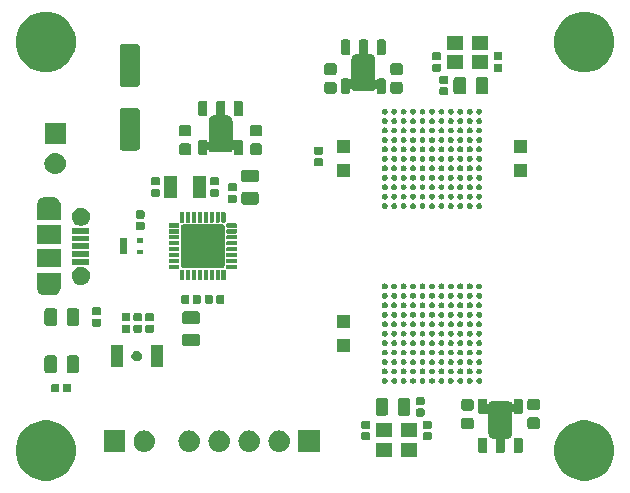
<source format=gbr>
G04 #@! TF.GenerationSoftware,KiCad,Pcbnew,(5.1.4)-1*
G04 #@! TF.CreationDate,2020-12-21T21:32:16-05:00*
G04 #@! TF.ProjectId,icepool-board,69636570-6f6f-46c2-9d62-6f6172642e6b,2020-04*
G04 #@! TF.SameCoordinates,Original*
G04 #@! TF.FileFunction,Soldermask,Top*
G04 #@! TF.FilePolarity,Negative*
%FSLAX46Y46*%
G04 Gerber Fmt 4.6, Leading zero omitted, Abs format (unit mm)*
G04 Created by KiCad (PCBNEW (5.1.4)-1) date 2020-12-21 21:32:16*
%MOMM*%
%LPD*%
G04 APERTURE LIST*
%ADD10C,0.100000*%
G04 APERTURE END LIST*
D10*
G36*
X73044041Y-84847226D02*
G01*
X73508257Y-85039510D01*
X73926042Y-85318665D01*
X74281335Y-85673958D01*
X74560490Y-86091743D01*
X74752774Y-86555959D01*
X74850800Y-87048768D01*
X74850800Y-87551232D01*
X74752774Y-88044041D01*
X74560490Y-88508257D01*
X74281335Y-88926042D01*
X73926042Y-89281335D01*
X73508257Y-89560490D01*
X73044041Y-89752774D01*
X72551232Y-89850800D01*
X72048768Y-89850800D01*
X71555959Y-89752774D01*
X71091743Y-89560490D01*
X70673958Y-89281335D01*
X70318665Y-88926042D01*
X70039510Y-88508257D01*
X69847226Y-88044041D01*
X69749200Y-87551232D01*
X69749200Y-87048768D01*
X69847226Y-86555959D01*
X70039510Y-86091743D01*
X70318665Y-85673958D01*
X70673958Y-85318665D01*
X71091743Y-85039510D01*
X71555959Y-84847226D01*
X72048768Y-84749200D01*
X72551232Y-84749200D01*
X73044041Y-84847226D01*
X73044041Y-84847226D01*
G37*
G36*
X27444041Y-84847226D02*
G01*
X27908257Y-85039510D01*
X28326042Y-85318665D01*
X28681335Y-85673958D01*
X28960490Y-86091743D01*
X29152774Y-86555959D01*
X29250800Y-87048768D01*
X29250800Y-87551232D01*
X29152774Y-88044041D01*
X28960490Y-88508257D01*
X28681335Y-88926042D01*
X28326042Y-89281335D01*
X27908257Y-89560490D01*
X27444041Y-89752774D01*
X26951232Y-89850800D01*
X26448768Y-89850800D01*
X25955959Y-89752774D01*
X25491743Y-89560490D01*
X25073958Y-89281335D01*
X24718665Y-88926042D01*
X24439510Y-88508257D01*
X24247226Y-88044041D01*
X24149200Y-87551232D01*
X24149200Y-87048768D01*
X24247226Y-86555959D01*
X24439510Y-86091743D01*
X24718665Y-85673958D01*
X25073958Y-85318665D01*
X25491743Y-85039510D01*
X25955959Y-84847226D01*
X26448768Y-84749200D01*
X26951232Y-84749200D01*
X27444041Y-84847226D01*
X27444041Y-84847226D01*
G37*
G36*
X56050800Y-87825800D02*
G01*
X54649200Y-87825800D01*
X54649200Y-86624200D01*
X56050800Y-86624200D01*
X56050800Y-87825800D01*
X56050800Y-87825800D01*
G37*
G36*
X58150800Y-87825800D02*
G01*
X56749200Y-87825800D01*
X56749200Y-86624200D01*
X58150800Y-86624200D01*
X58150800Y-87825800D01*
X58150800Y-87825800D01*
G37*
G36*
X63953916Y-82902706D02*
G01*
X63985762Y-82912366D01*
X64015112Y-82928054D01*
X64040835Y-82949165D01*
X64061946Y-82974888D01*
X64077634Y-83004238D01*
X64087294Y-83036084D01*
X64090801Y-83071692D01*
X64090801Y-83332545D01*
X64091777Y-83342455D01*
X64094668Y-83351985D01*
X64099362Y-83360767D01*
X64105680Y-83368465D01*
X64113378Y-83374783D01*
X64122160Y-83379477D01*
X64131690Y-83382368D01*
X64141600Y-83383344D01*
X64151510Y-83382368D01*
X64161040Y-83379477D01*
X64169822Y-83374783D01*
X64177520Y-83368465D01*
X64183838Y-83360767D01*
X64188532Y-83351985D01*
X64190212Y-83347291D01*
X64203458Y-83303623D01*
X64226541Y-83260439D01*
X64257598Y-83222596D01*
X64295441Y-83191539D01*
X64338625Y-83168456D01*
X64385480Y-83154243D01*
X64436693Y-83149199D01*
X65963309Y-83149199D01*
X66014522Y-83154243D01*
X66061377Y-83168456D01*
X66104561Y-83191539D01*
X66142404Y-83222596D01*
X66173461Y-83260439D01*
X66196544Y-83303623D01*
X66209790Y-83347291D01*
X66213601Y-83356491D01*
X66219134Y-83364771D01*
X66226175Y-83371813D01*
X66234455Y-83377346D01*
X66243656Y-83381157D01*
X66253423Y-83383099D01*
X66263381Y-83383099D01*
X66273148Y-83381157D01*
X66282348Y-83377346D01*
X66290628Y-83371813D01*
X66297670Y-83364772D01*
X66303203Y-83356492D01*
X66307014Y-83347291D01*
X66308956Y-83337524D01*
X66309201Y-83332545D01*
X66309201Y-83071692D01*
X66312708Y-83036084D01*
X66322368Y-83004238D01*
X66338056Y-82974888D01*
X66359167Y-82949165D01*
X66384890Y-82928054D01*
X66414240Y-82912366D01*
X66446086Y-82902706D01*
X66481694Y-82899199D01*
X66918308Y-82899199D01*
X66953916Y-82902706D01*
X66985762Y-82912366D01*
X67015112Y-82928054D01*
X67040835Y-82949165D01*
X67061946Y-82974888D01*
X67077634Y-83004238D01*
X67087294Y-83036084D01*
X67090801Y-83071692D01*
X67090801Y-84028306D01*
X67087294Y-84063914D01*
X67077634Y-84095760D01*
X67061946Y-84125110D01*
X67040835Y-84150833D01*
X67015112Y-84171944D01*
X66985762Y-84187632D01*
X66953916Y-84197292D01*
X66918308Y-84200799D01*
X66481694Y-84200799D01*
X66446086Y-84197292D01*
X66414240Y-84187632D01*
X66384890Y-84171944D01*
X66359167Y-84150833D01*
X66338056Y-84125110D01*
X66322368Y-84095760D01*
X66315212Y-84072168D01*
X66311401Y-84062968D01*
X66305868Y-84054688D01*
X66298827Y-84047646D01*
X66290547Y-84042113D01*
X66281347Y-84038303D01*
X66271580Y-84036360D01*
X66261621Y-84036360D01*
X66251854Y-84038302D01*
X66242654Y-84042113D01*
X66234374Y-84047646D01*
X66227332Y-84054687D01*
X66221799Y-84062967D01*
X66217989Y-84072167D01*
X66216046Y-84081934D01*
X66215801Y-84086914D01*
X66215801Y-85815808D01*
X66206290Y-85912378D01*
X66178846Y-86002849D01*
X66134280Y-86086226D01*
X66074306Y-86159304D01*
X66001228Y-86219278D01*
X65917851Y-86263844D01*
X65827380Y-86291288D01*
X65730810Y-86300799D01*
X65641600Y-86300799D01*
X65631690Y-86301775D01*
X65622160Y-86304666D01*
X65613378Y-86309360D01*
X65605680Y-86315678D01*
X65599362Y-86323376D01*
X65594668Y-86332158D01*
X65591777Y-86341688D01*
X65590801Y-86351598D01*
X65590801Y-87328306D01*
X65587294Y-87363914D01*
X65577634Y-87395760D01*
X65561946Y-87425110D01*
X65540835Y-87450833D01*
X65515112Y-87471944D01*
X65485762Y-87487632D01*
X65453916Y-87497292D01*
X65418308Y-87500799D01*
X64981694Y-87500799D01*
X64946086Y-87497292D01*
X64914240Y-87487632D01*
X64884890Y-87471944D01*
X64859167Y-87450833D01*
X64838056Y-87425110D01*
X64822368Y-87395760D01*
X64812708Y-87363914D01*
X64809201Y-87328306D01*
X64809201Y-86351598D01*
X64808225Y-86341688D01*
X64805334Y-86332158D01*
X64800640Y-86323376D01*
X64794322Y-86315678D01*
X64786624Y-86309360D01*
X64777842Y-86304666D01*
X64768312Y-86301775D01*
X64758402Y-86300799D01*
X64669192Y-86300799D01*
X64572622Y-86291288D01*
X64482151Y-86263844D01*
X64398774Y-86219278D01*
X64325696Y-86159304D01*
X64265722Y-86086226D01*
X64221156Y-86002849D01*
X64193712Y-85912378D01*
X64184201Y-85815808D01*
X64184201Y-84086914D01*
X64183225Y-84077004D01*
X64180334Y-84067474D01*
X64175640Y-84058692D01*
X64169322Y-84050994D01*
X64161624Y-84044676D01*
X64152842Y-84039982D01*
X64143312Y-84037091D01*
X64133402Y-84036115D01*
X64123492Y-84037091D01*
X64113962Y-84039982D01*
X64105180Y-84044676D01*
X64097482Y-84050994D01*
X64091164Y-84058692D01*
X64086470Y-84067474D01*
X64084790Y-84072168D01*
X64077634Y-84095760D01*
X64061946Y-84125110D01*
X64040835Y-84150833D01*
X64015112Y-84171944D01*
X63985762Y-84187632D01*
X63953916Y-84197292D01*
X63918308Y-84200799D01*
X63481694Y-84200799D01*
X63446086Y-84197292D01*
X63414240Y-84187632D01*
X63384890Y-84171944D01*
X63359167Y-84150833D01*
X63338056Y-84125110D01*
X63322368Y-84095760D01*
X63312708Y-84063914D01*
X63309201Y-84028306D01*
X63309201Y-83071692D01*
X63312708Y-83036084D01*
X63322368Y-83004238D01*
X63338056Y-82974888D01*
X63359167Y-82949165D01*
X63384890Y-82928054D01*
X63414240Y-82912366D01*
X63446086Y-82902706D01*
X63481694Y-82899199D01*
X63918308Y-82899199D01*
X63953916Y-82902706D01*
X63953916Y-82902706D01*
G37*
G36*
X66953916Y-86202706D02*
G01*
X66985762Y-86212366D01*
X67015112Y-86228054D01*
X67040835Y-86249165D01*
X67061946Y-86274888D01*
X67077634Y-86304238D01*
X67087294Y-86336084D01*
X67090801Y-86371692D01*
X67090801Y-87328306D01*
X67087294Y-87363914D01*
X67077634Y-87395760D01*
X67061946Y-87425110D01*
X67040835Y-87450833D01*
X67015112Y-87471944D01*
X66985762Y-87487632D01*
X66953916Y-87497292D01*
X66918308Y-87500799D01*
X66481694Y-87500799D01*
X66446086Y-87497292D01*
X66414240Y-87487632D01*
X66384890Y-87471944D01*
X66359167Y-87450833D01*
X66338056Y-87425110D01*
X66322368Y-87395760D01*
X66312708Y-87363914D01*
X66309201Y-87328306D01*
X66309201Y-86371692D01*
X66312708Y-86336084D01*
X66322368Y-86304238D01*
X66338056Y-86274888D01*
X66359167Y-86249165D01*
X66384890Y-86228054D01*
X66414240Y-86212366D01*
X66446086Y-86202706D01*
X66481694Y-86199199D01*
X66918308Y-86199199D01*
X66953916Y-86202706D01*
X66953916Y-86202706D01*
G37*
G36*
X63953916Y-86202706D02*
G01*
X63985762Y-86212366D01*
X64015112Y-86228054D01*
X64040835Y-86249165D01*
X64061946Y-86274888D01*
X64077634Y-86304238D01*
X64087294Y-86336084D01*
X64090801Y-86371692D01*
X64090801Y-87328306D01*
X64087294Y-87363914D01*
X64077634Y-87395760D01*
X64061946Y-87425110D01*
X64040835Y-87450833D01*
X64015112Y-87471944D01*
X63985762Y-87487632D01*
X63953916Y-87497292D01*
X63918308Y-87500799D01*
X63481694Y-87500799D01*
X63446086Y-87497292D01*
X63414240Y-87487632D01*
X63384890Y-87471944D01*
X63359167Y-87450833D01*
X63338056Y-87425110D01*
X63322368Y-87395760D01*
X63312708Y-87363914D01*
X63309201Y-87328306D01*
X63309201Y-86371692D01*
X63312708Y-86336084D01*
X63322368Y-86304238D01*
X63338056Y-86274888D01*
X63359167Y-86249165D01*
X63384890Y-86228054D01*
X63414240Y-86212366D01*
X63446086Y-86202706D01*
X63481694Y-86199199D01*
X63918308Y-86199199D01*
X63953916Y-86202706D01*
X63953916Y-86202706D01*
G37*
G36*
X44096584Y-85612233D02*
G01*
X44096587Y-85612234D01*
X44096588Y-85612234D01*
X44266389Y-85663743D01*
X44313861Y-85689117D01*
X44422881Y-85747389D01*
X44560044Y-85859956D01*
X44672611Y-85997119D01*
X44720239Y-86086226D01*
X44756257Y-86153611D01*
X44802079Y-86304666D01*
X44807767Y-86323416D01*
X44825159Y-86500000D01*
X44807767Y-86676584D01*
X44807766Y-86676587D01*
X44807766Y-86676588D01*
X44756257Y-86846389D01*
X44730883Y-86893861D01*
X44672611Y-87002881D01*
X44560044Y-87140044D01*
X44422881Y-87252611D01*
X44324120Y-87305399D01*
X44266389Y-87336257D01*
X44096588Y-87387766D01*
X44096587Y-87387766D01*
X44096584Y-87387767D01*
X43964255Y-87400800D01*
X43875745Y-87400800D01*
X43743416Y-87387767D01*
X43743413Y-87387766D01*
X43743412Y-87387766D01*
X43573611Y-87336257D01*
X43515880Y-87305399D01*
X43417119Y-87252611D01*
X43279956Y-87140044D01*
X43167389Y-87002881D01*
X43109117Y-86893861D01*
X43083743Y-86846389D01*
X43032234Y-86676588D01*
X43032234Y-86676587D01*
X43032233Y-86676584D01*
X43014841Y-86500000D01*
X43032233Y-86323416D01*
X43037921Y-86304666D01*
X43083743Y-86153611D01*
X43119761Y-86086226D01*
X43167389Y-85997119D01*
X43279956Y-85859956D01*
X43417119Y-85747389D01*
X43526139Y-85689117D01*
X43573611Y-85663743D01*
X43743412Y-85612234D01*
X43743413Y-85612234D01*
X43743416Y-85612233D01*
X43875745Y-85599200D01*
X43964255Y-85599200D01*
X44096584Y-85612233D01*
X44096584Y-85612233D01*
G37*
G36*
X35216584Y-85612233D02*
G01*
X35216587Y-85612234D01*
X35216588Y-85612234D01*
X35386389Y-85663743D01*
X35433861Y-85689117D01*
X35542881Y-85747389D01*
X35680044Y-85859956D01*
X35792611Y-85997119D01*
X35840239Y-86086226D01*
X35876257Y-86153611D01*
X35922079Y-86304666D01*
X35927767Y-86323416D01*
X35945159Y-86500000D01*
X35927767Y-86676584D01*
X35927766Y-86676587D01*
X35927766Y-86676588D01*
X35876257Y-86846389D01*
X35850883Y-86893861D01*
X35792611Y-87002881D01*
X35680044Y-87140044D01*
X35542881Y-87252611D01*
X35444120Y-87305399D01*
X35386389Y-87336257D01*
X35216588Y-87387766D01*
X35216587Y-87387766D01*
X35216584Y-87387767D01*
X35084255Y-87400800D01*
X34995745Y-87400800D01*
X34863416Y-87387767D01*
X34863413Y-87387766D01*
X34863412Y-87387766D01*
X34693611Y-87336257D01*
X34635880Y-87305399D01*
X34537119Y-87252611D01*
X34399956Y-87140044D01*
X34287389Y-87002881D01*
X34229117Y-86893861D01*
X34203743Y-86846389D01*
X34152234Y-86676588D01*
X34152234Y-86676587D01*
X34152233Y-86676584D01*
X34134841Y-86500000D01*
X34152233Y-86323416D01*
X34157921Y-86304666D01*
X34203743Y-86153611D01*
X34239761Y-86086226D01*
X34287389Y-85997119D01*
X34399956Y-85859956D01*
X34537119Y-85747389D01*
X34646139Y-85689117D01*
X34693611Y-85663743D01*
X34863412Y-85612234D01*
X34863413Y-85612234D01*
X34863416Y-85612233D01*
X34995745Y-85599200D01*
X35084255Y-85599200D01*
X35216584Y-85612233D01*
X35216584Y-85612233D01*
G37*
G36*
X33400800Y-87400800D02*
G01*
X31599200Y-87400800D01*
X31599200Y-85599200D01*
X33400800Y-85599200D01*
X33400800Y-87400800D01*
X33400800Y-87400800D01*
G37*
G36*
X46636584Y-85612233D02*
G01*
X46636587Y-85612234D01*
X46636588Y-85612234D01*
X46806389Y-85663743D01*
X46853861Y-85689117D01*
X46962881Y-85747389D01*
X47100044Y-85859956D01*
X47212611Y-85997119D01*
X47260239Y-86086226D01*
X47296257Y-86153611D01*
X47342079Y-86304666D01*
X47347767Y-86323416D01*
X47365159Y-86500000D01*
X47347767Y-86676584D01*
X47347766Y-86676587D01*
X47347766Y-86676588D01*
X47296257Y-86846389D01*
X47270883Y-86893861D01*
X47212611Y-87002881D01*
X47100044Y-87140044D01*
X46962881Y-87252611D01*
X46864120Y-87305399D01*
X46806389Y-87336257D01*
X46636588Y-87387766D01*
X46636587Y-87387766D01*
X46636584Y-87387767D01*
X46504255Y-87400800D01*
X46415745Y-87400800D01*
X46283416Y-87387767D01*
X46283413Y-87387766D01*
X46283412Y-87387766D01*
X46113611Y-87336257D01*
X46055880Y-87305399D01*
X45957119Y-87252611D01*
X45819956Y-87140044D01*
X45707389Y-87002881D01*
X45649117Y-86893861D01*
X45623743Y-86846389D01*
X45572234Y-86676588D01*
X45572234Y-86676587D01*
X45572233Y-86676584D01*
X45554841Y-86500000D01*
X45572233Y-86323416D01*
X45577921Y-86304666D01*
X45623743Y-86153611D01*
X45659761Y-86086226D01*
X45707389Y-85997119D01*
X45819956Y-85859956D01*
X45957119Y-85747389D01*
X46066139Y-85689117D01*
X46113611Y-85663743D01*
X46283412Y-85612234D01*
X46283413Y-85612234D01*
X46283416Y-85612233D01*
X46415745Y-85599200D01*
X46504255Y-85599200D01*
X46636584Y-85612233D01*
X46636584Y-85612233D01*
G37*
G36*
X41556584Y-85612233D02*
G01*
X41556587Y-85612234D01*
X41556588Y-85612234D01*
X41726389Y-85663743D01*
X41773861Y-85689117D01*
X41882881Y-85747389D01*
X42020044Y-85859956D01*
X42132611Y-85997119D01*
X42180239Y-86086226D01*
X42216257Y-86153611D01*
X42262079Y-86304666D01*
X42267767Y-86323416D01*
X42285159Y-86500000D01*
X42267767Y-86676584D01*
X42267766Y-86676587D01*
X42267766Y-86676588D01*
X42216257Y-86846389D01*
X42190883Y-86893861D01*
X42132611Y-87002881D01*
X42020044Y-87140044D01*
X41882881Y-87252611D01*
X41784120Y-87305399D01*
X41726389Y-87336257D01*
X41556588Y-87387766D01*
X41556587Y-87387766D01*
X41556584Y-87387767D01*
X41424255Y-87400800D01*
X41335745Y-87400800D01*
X41203416Y-87387767D01*
X41203413Y-87387766D01*
X41203412Y-87387766D01*
X41033611Y-87336257D01*
X40975880Y-87305399D01*
X40877119Y-87252611D01*
X40739956Y-87140044D01*
X40627389Y-87002881D01*
X40569117Y-86893861D01*
X40543743Y-86846389D01*
X40492234Y-86676588D01*
X40492234Y-86676587D01*
X40492233Y-86676584D01*
X40474841Y-86500000D01*
X40492233Y-86323416D01*
X40497921Y-86304666D01*
X40543743Y-86153611D01*
X40579761Y-86086226D01*
X40627389Y-85997119D01*
X40739956Y-85859956D01*
X40877119Y-85747389D01*
X40986139Y-85689117D01*
X41033611Y-85663743D01*
X41203412Y-85612234D01*
X41203413Y-85612234D01*
X41203416Y-85612233D01*
X41335745Y-85599200D01*
X41424255Y-85599200D01*
X41556584Y-85612233D01*
X41556584Y-85612233D01*
G37*
G36*
X39016584Y-85612233D02*
G01*
X39016587Y-85612234D01*
X39016588Y-85612234D01*
X39186389Y-85663743D01*
X39233861Y-85689117D01*
X39342881Y-85747389D01*
X39480044Y-85859956D01*
X39592611Y-85997119D01*
X39640239Y-86086226D01*
X39676257Y-86153611D01*
X39722079Y-86304666D01*
X39727767Y-86323416D01*
X39745159Y-86500000D01*
X39727767Y-86676584D01*
X39727766Y-86676587D01*
X39727766Y-86676588D01*
X39676257Y-86846389D01*
X39650883Y-86893861D01*
X39592611Y-87002881D01*
X39480044Y-87140044D01*
X39342881Y-87252611D01*
X39244120Y-87305399D01*
X39186389Y-87336257D01*
X39016588Y-87387766D01*
X39016587Y-87387766D01*
X39016584Y-87387767D01*
X38884255Y-87400800D01*
X38795745Y-87400800D01*
X38663416Y-87387767D01*
X38663413Y-87387766D01*
X38663412Y-87387766D01*
X38493611Y-87336257D01*
X38435880Y-87305399D01*
X38337119Y-87252611D01*
X38199956Y-87140044D01*
X38087389Y-87002881D01*
X38029117Y-86893861D01*
X38003743Y-86846389D01*
X37952234Y-86676588D01*
X37952234Y-86676587D01*
X37952233Y-86676584D01*
X37934841Y-86500000D01*
X37952233Y-86323416D01*
X37957921Y-86304666D01*
X38003743Y-86153611D01*
X38039761Y-86086226D01*
X38087389Y-85997119D01*
X38199956Y-85859956D01*
X38337119Y-85747389D01*
X38446139Y-85689117D01*
X38493611Y-85663743D01*
X38663412Y-85612234D01*
X38663413Y-85612234D01*
X38663416Y-85612233D01*
X38795745Y-85599200D01*
X38884255Y-85599200D01*
X39016584Y-85612233D01*
X39016584Y-85612233D01*
G37*
G36*
X49900800Y-87400800D02*
G01*
X48099200Y-87400800D01*
X48099200Y-85599200D01*
X49900800Y-85599200D01*
X49900800Y-87400800D01*
X49900800Y-87400800D01*
G37*
G36*
X54052027Y-85742275D02*
G01*
X54079650Y-85750654D01*
X54105113Y-85764264D01*
X54127425Y-85782575D01*
X54145736Y-85804887D01*
X54159346Y-85830350D01*
X54167725Y-85857973D01*
X54170800Y-85889191D01*
X54170800Y-86280809D01*
X54167725Y-86312027D01*
X54159346Y-86339650D01*
X54145736Y-86365113D01*
X54127425Y-86387425D01*
X54105113Y-86405736D01*
X54079650Y-86419346D01*
X54052027Y-86427725D01*
X54020809Y-86430800D01*
X53579191Y-86430800D01*
X53547973Y-86427725D01*
X53520350Y-86419346D01*
X53494887Y-86405736D01*
X53472575Y-86387425D01*
X53454264Y-86365113D01*
X53440654Y-86339650D01*
X53432275Y-86312027D01*
X53429200Y-86280809D01*
X53429200Y-85889191D01*
X53432275Y-85857973D01*
X53440654Y-85830350D01*
X53454264Y-85804887D01*
X53472575Y-85782575D01*
X53494887Y-85764264D01*
X53520350Y-85750654D01*
X53547973Y-85742275D01*
X53579191Y-85739200D01*
X54020809Y-85739200D01*
X54052027Y-85742275D01*
X54052027Y-85742275D01*
G37*
G36*
X59252027Y-85742275D02*
G01*
X59279650Y-85750654D01*
X59305113Y-85764264D01*
X59327425Y-85782575D01*
X59345736Y-85804887D01*
X59359346Y-85830350D01*
X59367725Y-85857973D01*
X59370800Y-85889191D01*
X59370800Y-86280809D01*
X59367725Y-86312027D01*
X59359346Y-86339650D01*
X59345736Y-86365113D01*
X59327425Y-86387425D01*
X59305113Y-86405736D01*
X59279650Y-86419346D01*
X59252027Y-86427725D01*
X59220809Y-86430800D01*
X58779191Y-86430800D01*
X58747973Y-86427725D01*
X58720350Y-86419346D01*
X58694887Y-86405736D01*
X58672575Y-86387425D01*
X58654264Y-86365113D01*
X58640654Y-86339650D01*
X58632275Y-86312027D01*
X58629200Y-86280809D01*
X58629200Y-85889191D01*
X58632275Y-85857973D01*
X58640654Y-85830350D01*
X58654264Y-85804887D01*
X58672575Y-85782575D01*
X58694887Y-85764264D01*
X58720350Y-85750654D01*
X58747973Y-85742275D01*
X58779191Y-85739200D01*
X59220809Y-85739200D01*
X59252027Y-85742275D01*
X59252027Y-85742275D01*
G37*
G36*
X58150800Y-86175800D02*
G01*
X56749200Y-86175800D01*
X56749200Y-84974200D01*
X58150800Y-84974200D01*
X58150800Y-86175800D01*
X58150800Y-86175800D01*
G37*
G36*
X56050800Y-86175800D02*
G01*
X54649200Y-86175800D01*
X54649200Y-84974200D01*
X56050800Y-84974200D01*
X56050800Y-86175800D01*
X56050800Y-86175800D01*
G37*
G36*
X62749674Y-84516142D02*
G01*
X62790667Y-84528577D01*
X62828448Y-84548772D01*
X62861556Y-84575943D01*
X62888727Y-84609051D01*
X62908922Y-84646832D01*
X62921357Y-84687825D01*
X62925800Y-84732940D01*
X62925800Y-85267058D01*
X62921357Y-85312173D01*
X62908922Y-85353166D01*
X62888727Y-85390947D01*
X62861556Y-85424055D01*
X62828448Y-85451226D01*
X62790667Y-85471421D01*
X62749674Y-85483856D01*
X62704559Y-85488299D01*
X62095441Y-85488299D01*
X62050326Y-85483856D01*
X62009333Y-85471421D01*
X61971552Y-85451226D01*
X61938444Y-85424055D01*
X61911273Y-85390947D01*
X61891078Y-85353166D01*
X61878643Y-85312173D01*
X61874200Y-85267058D01*
X61874200Y-84732940D01*
X61878643Y-84687825D01*
X61891078Y-84646832D01*
X61911273Y-84609051D01*
X61938444Y-84575943D01*
X61971552Y-84548772D01*
X62009333Y-84528577D01*
X62050326Y-84516142D01*
X62095441Y-84511699D01*
X62704559Y-84511699D01*
X62749674Y-84516142D01*
X62749674Y-84516142D01*
G37*
G36*
X68349674Y-84491144D02*
G01*
X68390667Y-84503579D01*
X68428448Y-84523774D01*
X68461556Y-84550945D01*
X68488727Y-84584053D01*
X68508922Y-84621834D01*
X68521357Y-84662827D01*
X68525800Y-84707942D01*
X68525800Y-85242060D01*
X68521357Y-85287175D01*
X68508922Y-85328168D01*
X68488727Y-85365949D01*
X68461556Y-85399057D01*
X68428448Y-85426228D01*
X68390667Y-85446423D01*
X68349674Y-85458858D01*
X68304559Y-85463301D01*
X67695441Y-85463301D01*
X67650326Y-85458858D01*
X67609333Y-85446423D01*
X67571552Y-85426228D01*
X67538444Y-85399057D01*
X67511273Y-85365949D01*
X67491078Y-85328168D01*
X67478643Y-85287175D01*
X67474200Y-85242060D01*
X67474200Y-84707942D01*
X67478643Y-84662827D01*
X67491078Y-84621834D01*
X67511273Y-84584053D01*
X67538444Y-84550945D01*
X67571552Y-84523774D01*
X67609333Y-84503579D01*
X67650326Y-84491144D01*
X67695441Y-84486701D01*
X68304559Y-84486701D01*
X68349674Y-84491144D01*
X68349674Y-84491144D01*
G37*
G36*
X54052027Y-84772275D02*
G01*
X54079650Y-84780654D01*
X54105113Y-84794264D01*
X54127425Y-84812575D01*
X54145736Y-84834887D01*
X54159346Y-84860350D01*
X54167725Y-84887973D01*
X54170800Y-84919191D01*
X54170800Y-85310809D01*
X54167725Y-85342027D01*
X54159346Y-85369650D01*
X54145736Y-85395113D01*
X54127425Y-85417425D01*
X54105113Y-85435736D01*
X54079650Y-85449346D01*
X54052027Y-85457725D01*
X54020809Y-85460800D01*
X53579191Y-85460800D01*
X53547973Y-85457725D01*
X53520350Y-85449346D01*
X53494887Y-85435736D01*
X53472575Y-85417425D01*
X53454264Y-85395113D01*
X53440654Y-85369650D01*
X53432275Y-85342027D01*
X53429200Y-85310809D01*
X53429200Y-84919191D01*
X53432275Y-84887973D01*
X53440654Y-84860350D01*
X53454264Y-84834887D01*
X53472575Y-84812575D01*
X53494887Y-84794264D01*
X53520350Y-84780654D01*
X53547973Y-84772275D01*
X53579191Y-84769200D01*
X54020809Y-84769200D01*
X54052027Y-84772275D01*
X54052027Y-84772275D01*
G37*
G36*
X59252027Y-84772275D02*
G01*
X59279650Y-84780654D01*
X59305113Y-84794264D01*
X59327425Y-84812575D01*
X59345736Y-84834887D01*
X59359346Y-84860350D01*
X59367725Y-84887973D01*
X59370800Y-84919191D01*
X59370800Y-85310809D01*
X59367725Y-85342027D01*
X59359346Y-85369650D01*
X59345736Y-85395113D01*
X59327425Y-85417425D01*
X59305113Y-85435736D01*
X59279650Y-85449346D01*
X59252027Y-85457725D01*
X59220809Y-85460800D01*
X58779191Y-85460800D01*
X58747973Y-85457725D01*
X58720350Y-85449346D01*
X58694887Y-85435736D01*
X58672575Y-85417425D01*
X58654264Y-85395113D01*
X58640654Y-85369650D01*
X58632275Y-85342027D01*
X58629200Y-85310809D01*
X58629200Y-84919191D01*
X58632275Y-84887973D01*
X58640654Y-84860350D01*
X58654264Y-84834887D01*
X58672575Y-84812575D01*
X58694887Y-84794264D01*
X58720350Y-84780654D01*
X58747973Y-84772275D01*
X58779191Y-84769200D01*
X59220809Y-84769200D01*
X59252027Y-84772275D01*
X59252027Y-84772275D01*
G37*
G36*
X58652027Y-83742275D02*
G01*
X58679650Y-83750654D01*
X58705113Y-83764264D01*
X58727425Y-83782575D01*
X58745736Y-83804887D01*
X58759346Y-83830350D01*
X58767725Y-83857973D01*
X58770800Y-83889191D01*
X58770800Y-84280809D01*
X58767725Y-84312027D01*
X58759346Y-84339650D01*
X58745736Y-84365113D01*
X58727425Y-84387425D01*
X58705113Y-84405736D01*
X58679650Y-84419346D01*
X58652027Y-84427725D01*
X58620809Y-84430800D01*
X58179191Y-84430800D01*
X58147973Y-84427725D01*
X58120350Y-84419346D01*
X58094887Y-84405736D01*
X58072575Y-84387425D01*
X58054264Y-84365113D01*
X58040654Y-84339650D01*
X58032275Y-84312027D01*
X58029200Y-84280809D01*
X58029200Y-83889191D01*
X58032275Y-83857973D01*
X58040654Y-83830350D01*
X58054264Y-83804887D01*
X58072575Y-83782575D01*
X58094887Y-83764264D01*
X58120350Y-83750654D01*
X58147973Y-83742275D01*
X58179191Y-83739200D01*
X58620809Y-83739200D01*
X58652027Y-83742275D01*
X58652027Y-83742275D01*
G37*
G36*
X57379552Y-82854124D02*
G01*
X57425237Y-82867982D01*
X57467333Y-82890483D01*
X57504234Y-82920766D01*
X57534517Y-82957667D01*
X57557018Y-82999763D01*
X57570876Y-83045448D01*
X57575800Y-83095442D01*
X57575800Y-84104558D01*
X57570876Y-84154552D01*
X57557018Y-84200237D01*
X57534517Y-84242333D01*
X57504234Y-84279234D01*
X57467333Y-84309517D01*
X57425237Y-84332018D01*
X57379552Y-84345876D01*
X57329558Y-84350800D01*
X56745442Y-84350800D01*
X56695448Y-84345876D01*
X56649763Y-84332018D01*
X56607667Y-84309517D01*
X56570766Y-84279234D01*
X56540483Y-84242333D01*
X56517982Y-84200237D01*
X56504124Y-84154552D01*
X56499200Y-84104558D01*
X56499200Y-83095442D01*
X56504124Y-83045448D01*
X56517982Y-82999763D01*
X56540483Y-82957667D01*
X56570766Y-82920766D01*
X56607667Y-82890483D01*
X56649763Y-82867982D01*
X56695448Y-82854124D01*
X56745442Y-82849200D01*
X57329558Y-82849200D01*
X57379552Y-82854124D01*
X57379552Y-82854124D01*
G37*
G36*
X55504552Y-82854124D02*
G01*
X55550237Y-82867982D01*
X55592333Y-82890483D01*
X55629234Y-82920766D01*
X55659517Y-82957667D01*
X55682018Y-82999763D01*
X55695876Y-83045448D01*
X55700800Y-83095442D01*
X55700800Y-84104558D01*
X55695876Y-84154552D01*
X55682018Y-84200237D01*
X55659517Y-84242333D01*
X55629234Y-84279234D01*
X55592333Y-84309517D01*
X55550237Y-84332018D01*
X55504552Y-84345876D01*
X55454558Y-84350800D01*
X54870442Y-84350800D01*
X54820448Y-84345876D01*
X54774763Y-84332018D01*
X54732667Y-84309517D01*
X54695766Y-84279234D01*
X54665483Y-84242333D01*
X54642982Y-84200237D01*
X54629124Y-84154552D01*
X54624200Y-84104558D01*
X54624200Y-83095442D01*
X54629124Y-83045448D01*
X54642982Y-82999763D01*
X54665483Y-82957667D01*
X54695766Y-82920766D01*
X54732667Y-82890483D01*
X54774763Y-82867982D01*
X54820448Y-82854124D01*
X54870442Y-82849200D01*
X55454558Y-82849200D01*
X55504552Y-82854124D01*
X55504552Y-82854124D01*
G37*
G36*
X62749674Y-82941142D02*
G01*
X62790667Y-82953577D01*
X62828448Y-82973772D01*
X62861556Y-83000943D01*
X62888727Y-83034051D01*
X62908922Y-83071832D01*
X62921357Y-83112825D01*
X62925800Y-83157940D01*
X62925800Y-83692058D01*
X62921357Y-83737173D01*
X62908922Y-83778166D01*
X62888727Y-83815947D01*
X62861556Y-83849055D01*
X62828448Y-83876226D01*
X62790667Y-83896421D01*
X62749674Y-83908856D01*
X62704559Y-83913299D01*
X62095441Y-83913299D01*
X62050326Y-83908856D01*
X62009333Y-83896421D01*
X61971552Y-83876226D01*
X61938444Y-83849055D01*
X61911273Y-83815947D01*
X61891078Y-83778166D01*
X61878643Y-83737173D01*
X61874200Y-83692058D01*
X61874200Y-83157940D01*
X61878643Y-83112825D01*
X61891078Y-83071832D01*
X61911273Y-83034051D01*
X61938444Y-83000943D01*
X61971552Y-82973772D01*
X62009333Y-82953577D01*
X62050326Y-82941142D01*
X62095441Y-82936699D01*
X62704559Y-82936699D01*
X62749674Y-82941142D01*
X62749674Y-82941142D01*
G37*
G36*
X68349674Y-82916144D02*
G01*
X68390667Y-82928579D01*
X68428448Y-82948774D01*
X68461556Y-82975945D01*
X68488727Y-83009053D01*
X68508922Y-83046834D01*
X68521357Y-83087827D01*
X68525800Y-83132942D01*
X68525800Y-83667060D01*
X68521357Y-83712175D01*
X68508922Y-83753168D01*
X68488727Y-83790949D01*
X68461556Y-83824057D01*
X68428448Y-83851228D01*
X68390667Y-83871423D01*
X68349674Y-83883858D01*
X68304559Y-83888301D01*
X67695441Y-83888301D01*
X67650326Y-83883858D01*
X67609333Y-83871423D01*
X67571552Y-83851228D01*
X67538444Y-83824057D01*
X67511273Y-83790949D01*
X67491078Y-83753168D01*
X67478643Y-83712175D01*
X67474200Y-83667060D01*
X67474200Y-83132942D01*
X67478643Y-83087827D01*
X67491078Y-83046834D01*
X67511273Y-83009053D01*
X67538444Y-82975945D01*
X67571552Y-82948774D01*
X67609333Y-82928579D01*
X67650326Y-82916144D01*
X67695441Y-82911701D01*
X68304559Y-82911701D01*
X68349674Y-82916144D01*
X68349674Y-82916144D01*
G37*
G36*
X58652027Y-82772275D02*
G01*
X58679650Y-82780654D01*
X58705113Y-82794264D01*
X58727425Y-82812575D01*
X58745736Y-82834887D01*
X58759346Y-82860350D01*
X58767725Y-82887973D01*
X58770800Y-82919191D01*
X58770800Y-83310809D01*
X58767725Y-83342027D01*
X58759346Y-83369650D01*
X58745736Y-83395113D01*
X58727425Y-83417425D01*
X58705113Y-83435736D01*
X58679650Y-83449346D01*
X58652027Y-83457725D01*
X58620809Y-83460800D01*
X58179191Y-83460800D01*
X58147973Y-83457725D01*
X58120350Y-83449346D01*
X58094887Y-83435736D01*
X58072575Y-83417425D01*
X58054264Y-83395113D01*
X58040654Y-83369650D01*
X58032275Y-83342027D01*
X58029200Y-83310809D01*
X58029200Y-82919191D01*
X58032275Y-82887973D01*
X58040654Y-82860350D01*
X58054264Y-82834887D01*
X58072575Y-82812575D01*
X58094887Y-82794264D01*
X58120350Y-82780654D01*
X58147973Y-82772275D01*
X58179191Y-82769200D01*
X58620809Y-82769200D01*
X58652027Y-82772275D01*
X58652027Y-82772275D01*
G37*
G36*
X27742027Y-81632275D02*
G01*
X27769650Y-81640654D01*
X27795113Y-81654264D01*
X27817425Y-81672575D01*
X27835736Y-81694887D01*
X27849346Y-81720350D01*
X27857725Y-81747973D01*
X27860800Y-81779191D01*
X27860800Y-82220809D01*
X27857725Y-82252027D01*
X27849346Y-82279650D01*
X27835736Y-82305113D01*
X27817425Y-82327425D01*
X27795113Y-82345736D01*
X27769650Y-82359346D01*
X27742027Y-82367725D01*
X27710809Y-82370800D01*
X27319191Y-82370800D01*
X27287973Y-82367725D01*
X27260350Y-82359346D01*
X27234887Y-82345736D01*
X27212575Y-82327425D01*
X27194264Y-82305113D01*
X27180654Y-82279650D01*
X27172275Y-82252027D01*
X27169200Y-82220809D01*
X27169200Y-81779191D01*
X27172275Y-81747973D01*
X27180654Y-81720350D01*
X27194264Y-81694887D01*
X27212575Y-81672575D01*
X27234887Y-81654264D01*
X27260350Y-81640654D01*
X27287973Y-81632275D01*
X27319191Y-81629200D01*
X27710809Y-81629200D01*
X27742027Y-81632275D01*
X27742027Y-81632275D01*
G37*
G36*
X28712027Y-81632275D02*
G01*
X28739650Y-81640654D01*
X28765113Y-81654264D01*
X28787425Y-81672575D01*
X28805736Y-81694887D01*
X28819346Y-81720350D01*
X28827725Y-81747973D01*
X28830800Y-81779191D01*
X28830800Y-82220809D01*
X28827725Y-82252027D01*
X28819346Y-82279650D01*
X28805736Y-82305113D01*
X28787425Y-82327425D01*
X28765113Y-82345736D01*
X28739650Y-82359346D01*
X28712027Y-82367725D01*
X28680809Y-82370800D01*
X28289191Y-82370800D01*
X28257973Y-82367725D01*
X28230350Y-82359346D01*
X28204887Y-82345736D01*
X28182575Y-82327425D01*
X28164264Y-82305113D01*
X28150654Y-82279650D01*
X28142275Y-82252027D01*
X28139200Y-82220809D01*
X28139200Y-81779191D01*
X28142275Y-81747973D01*
X28150654Y-81720350D01*
X28164264Y-81694887D01*
X28182575Y-81672575D01*
X28204887Y-81654264D01*
X28230350Y-81640654D01*
X28257973Y-81632275D01*
X28289191Y-81629200D01*
X28680809Y-81629200D01*
X28712027Y-81632275D01*
X28712027Y-81632275D01*
G37*
G36*
X57073156Y-81158838D02*
G01*
X57118799Y-81177743D01*
X57159876Y-81205191D01*
X57194809Y-81240124D01*
X57222257Y-81281201D01*
X57241162Y-81326844D01*
X57250800Y-81375298D01*
X57250800Y-81424702D01*
X57241162Y-81473156D01*
X57222257Y-81518799D01*
X57194809Y-81559876D01*
X57159876Y-81594809D01*
X57118799Y-81622257D01*
X57073156Y-81641162D01*
X57024702Y-81650800D01*
X56975298Y-81650800D01*
X56926844Y-81641162D01*
X56881201Y-81622257D01*
X56840124Y-81594809D01*
X56805191Y-81559876D01*
X56777743Y-81518799D01*
X56758838Y-81473156D01*
X56749200Y-81424702D01*
X56749200Y-81375298D01*
X56758838Y-81326844D01*
X56777743Y-81281201D01*
X56805191Y-81240124D01*
X56840124Y-81205191D01*
X56881201Y-81177743D01*
X56926844Y-81158838D01*
X56975298Y-81149200D01*
X57024702Y-81149200D01*
X57073156Y-81158838D01*
X57073156Y-81158838D01*
G37*
G36*
X62673156Y-81158838D02*
G01*
X62718799Y-81177743D01*
X62759876Y-81205191D01*
X62794809Y-81240124D01*
X62822257Y-81281201D01*
X62841162Y-81326844D01*
X62850800Y-81375298D01*
X62850800Y-81424702D01*
X62841162Y-81473156D01*
X62822257Y-81518799D01*
X62794809Y-81559876D01*
X62759876Y-81594809D01*
X62718799Y-81622257D01*
X62673156Y-81641162D01*
X62624702Y-81650800D01*
X62575298Y-81650800D01*
X62526844Y-81641162D01*
X62481201Y-81622257D01*
X62440124Y-81594809D01*
X62405191Y-81559876D01*
X62377743Y-81518799D01*
X62358838Y-81473156D01*
X62349200Y-81424702D01*
X62349200Y-81375298D01*
X62358838Y-81326844D01*
X62377743Y-81281201D01*
X62405191Y-81240124D01*
X62440124Y-81205191D01*
X62481201Y-81177743D01*
X62526844Y-81158838D01*
X62575298Y-81149200D01*
X62624702Y-81149200D01*
X62673156Y-81158838D01*
X62673156Y-81158838D01*
G37*
G36*
X61873156Y-81158838D02*
G01*
X61918799Y-81177743D01*
X61959876Y-81205191D01*
X61994809Y-81240124D01*
X62022257Y-81281201D01*
X62041162Y-81326844D01*
X62050800Y-81375298D01*
X62050800Y-81424702D01*
X62041162Y-81473156D01*
X62022257Y-81518799D01*
X61994809Y-81559876D01*
X61959876Y-81594809D01*
X61918799Y-81622257D01*
X61873156Y-81641162D01*
X61824702Y-81650800D01*
X61775298Y-81650800D01*
X61726844Y-81641162D01*
X61681201Y-81622257D01*
X61640124Y-81594809D01*
X61605191Y-81559876D01*
X61577743Y-81518799D01*
X61558838Y-81473156D01*
X61549200Y-81424702D01*
X61549200Y-81375298D01*
X61558838Y-81326844D01*
X61577743Y-81281201D01*
X61605191Y-81240124D01*
X61640124Y-81205191D01*
X61681201Y-81177743D01*
X61726844Y-81158838D01*
X61775298Y-81149200D01*
X61824702Y-81149200D01*
X61873156Y-81158838D01*
X61873156Y-81158838D01*
G37*
G36*
X61073156Y-81158838D02*
G01*
X61118799Y-81177743D01*
X61159876Y-81205191D01*
X61194809Y-81240124D01*
X61222257Y-81281201D01*
X61241162Y-81326844D01*
X61250800Y-81375298D01*
X61250800Y-81424702D01*
X61241162Y-81473156D01*
X61222257Y-81518799D01*
X61194809Y-81559876D01*
X61159876Y-81594809D01*
X61118799Y-81622257D01*
X61073156Y-81641162D01*
X61024702Y-81650800D01*
X60975298Y-81650800D01*
X60926844Y-81641162D01*
X60881201Y-81622257D01*
X60840124Y-81594809D01*
X60805191Y-81559876D01*
X60777743Y-81518799D01*
X60758838Y-81473156D01*
X60749200Y-81424702D01*
X60749200Y-81375298D01*
X60758838Y-81326844D01*
X60777743Y-81281201D01*
X60805191Y-81240124D01*
X60840124Y-81205191D01*
X60881201Y-81177743D01*
X60926844Y-81158838D01*
X60975298Y-81149200D01*
X61024702Y-81149200D01*
X61073156Y-81158838D01*
X61073156Y-81158838D01*
G37*
G36*
X60273156Y-81158838D02*
G01*
X60318799Y-81177743D01*
X60359876Y-81205191D01*
X60394809Y-81240124D01*
X60422257Y-81281201D01*
X60441162Y-81326844D01*
X60450800Y-81375298D01*
X60450800Y-81424702D01*
X60441162Y-81473156D01*
X60422257Y-81518799D01*
X60394809Y-81559876D01*
X60359876Y-81594809D01*
X60318799Y-81622257D01*
X60273156Y-81641162D01*
X60224702Y-81650800D01*
X60175298Y-81650800D01*
X60126844Y-81641162D01*
X60081201Y-81622257D01*
X60040124Y-81594809D01*
X60005191Y-81559876D01*
X59977743Y-81518799D01*
X59958838Y-81473156D01*
X59949200Y-81424702D01*
X59949200Y-81375298D01*
X59958838Y-81326844D01*
X59977743Y-81281201D01*
X60005191Y-81240124D01*
X60040124Y-81205191D01*
X60081201Y-81177743D01*
X60126844Y-81158838D01*
X60175298Y-81149200D01*
X60224702Y-81149200D01*
X60273156Y-81158838D01*
X60273156Y-81158838D01*
G37*
G36*
X59473156Y-81158838D02*
G01*
X59518799Y-81177743D01*
X59559876Y-81205191D01*
X59594809Y-81240124D01*
X59622257Y-81281201D01*
X59641162Y-81326844D01*
X59650800Y-81375298D01*
X59650800Y-81424702D01*
X59641162Y-81473156D01*
X59622257Y-81518799D01*
X59594809Y-81559876D01*
X59559876Y-81594809D01*
X59518799Y-81622257D01*
X59473156Y-81641162D01*
X59424702Y-81650800D01*
X59375298Y-81650800D01*
X59326844Y-81641162D01*
X59281201Y-81622257D01*
X59240124Y-81594809D01*
X59205191Y-81559876D01*
X59177743Y-81518799D01*
X59158838Y-81473156D01*
X59149200Y-81424702D01*
X59149200Y-81375298D01*
X59158838Y-81326844D01*
X59177743Y-81281201D01*
X59205191Y-81240124D01*
X59240124Y-81205191D01*
X59281201Y-81177743D01*
X59326844Y-81158838D01*
X59375298Y-81149200D01*
X59424702Y-81149200D01*
X59473156Y-81158838D01*
X59473156Y-81158838D01*
G37*
G36*
X58673156Y-81158838D02*
G01*
X58718799Y-81177743D01*
X58759876Y-81205191D01*
X58794809Y-81240124D01*
X58822257Y-81281201D01*
X58841162Y-81326844D01*
X58850800Y-81375298D01*
X58850800Y-81424702D01*
X58841162Y-81473156D01*
X58822257Y-81518799D01*
X58794809Y-81559876D01*
X58759876Y-81594809D01*
X58718799Y-81622257D01*
X58673156Y-81641162D01*
X58624702Y-81650800D01*
X58575298Y-81650800D01*
X58526844Y-81641162D01*
X58481201Y-81622257D01*
X58440124Y-81594809D01*
X58405191Y-81559876D01*
X58377743Y-81518799D01*
X58358838Y-81473156D01*
X58349200Y-81424702D01*
X58349200Y-81375298D01*
X58358838Y-81326844D01*
X58377743Y-81281201D01*
X58405191Y-81240124D01*
X58440124Y-81205191D01*
X58481201Y-81177743D01*
X58526844Y-81158838D01*
X58575298Y-81149200D01*
X58624702Y-81149200D01*
X58673156Y-81158838D01*
X58673156Y-81158838D01*
G37*
G36*
X57873156Y-81158838D02*
G01*
X57918799Y-81177743D01*
X57959876Y-81205191D01*
X57994809Y-81240124D01*
X58022257Y-81281201D01*
X58041162Y-81326844D01*
X58050800Y-81375298D01*
X58050800Y-81424702D01*
X58041162Y-81473156D01*
X58022257Y-81518799D01*
X57994809Y-81559876D01*
X57959876Y-81594809D01*
X57918799Y-81622257D01*
X57873156Y-81641162D01*
X57824702Y-81650800D01*
X57775298Y-81650800D01*
X57726844Y-81641162D01*
X57681201Y-81622257D01*
X57640124Y-81594809D01*
X57605191Y-81559876D01*
X57577743Y-81518799D01*
X57558838Y-81473156D01*
X57549200Y-81424702D01*
X57549200Y-81375298D01*
X57558838Y-81326844D01*
X57577743Y-81281201D01*
X57605191Y-81240124D01*
X57640124Y-81205191D01*
X57681201Y-81177743D01*
X57726844Y-81158838D01*
X57775298Y-81149200D01*
X57824702Y-81149200D01*
X57873156Y-81158838D01*
X57873156Y-81158838D01*
G37*
G36*
X56273156Y-81158838D02*
G01*
X56318799Y-81177743D01*
X56359876Y-81205191D01*
X56394809Y-81240124D01*
X56422257Y-81281201D01*
X56441162Y-81326844D01*
X56450800Y-81375298D01*
X56450800Y-81424702D01*
X56441162Y-81473156D01*
X56422257Y-81518799D01*
X56394809Y-81559876D01*
X56359876Y-81594809D01*
X56318799Y-81622257D01*
X56273156Y-81641162D01*
X56224702Y-81650800D01*
X56175298Y-81650800D01*
X56126844Y-81641162D01*
X56081201Y-81622257D01*
X56040124Y-81594809D01*
X56005191Y-81559876D01*
X55977743Y-81518799D01*
X55958838Y-81473156D01*
X55949200Y-81424702D01*
X55949200Y-81375298D01*
X55958838Y-81326844D01*
X55977743Y-81281201D01*
X56005191Y-81240124D01*
X56040124Y-81205191D01*
X56081201Y-81177743D01*
X56126844Y-81158838D01*
X56175298Y-81149200D01*
X56224702Y-81149200D01*
X56273156Y-81158838D01*
X56273156Y-81158838D01*
G37*
G36*
X55473156Y-81158838D02*
G01*
X55518799Y-81177743D01*
X55559876Y-81205191D01*
X55594809Y-81240124D01*
X55622257Y-81281201D01*
X55641162Y-81326844D01*
X55650800Y-81375298D01*
X55650800Y-81424702D01*
X55641162Y-81473156D01*
X55622257Y-81518799D01*
X55594809Y-81559876D01*
X55559876Y-81594809D01*
X55518799Y-81622257D01*
X55473156Y-81641162D01*
X55424702Y-81650800D01*
X55375298Y-81650800D01*
X55326844Y-81641162D01*
X55281201Y-81622257D01*
X55240124Y-81594809D01*
X55205191Y-81559876D01*
X55177743Y-81518799D01*
X55158838Y-81473156D01*
X55149200Y-81424702D01*
X55149200Y-81375298D01*
X55158838Y-81326844D01*
X55177743Y-81281201D01*
X55205191Y-81240124D01*
X55240124Y-81205191D01*
X55281201Y-81177743D01*
X55326844Y-81158838D01*
X55375298Y-81149200D01*
X55424702Y-81149200D01*
X55473156Y-81158838D01*
X55473156Y-81158838D01*
G37*
G36*
X63473156Y-81158838D02*
G01*
X63518799Y-81177743D01*
X63559876Y-81205191D01*
X63594809Y-81240124D01*
X63622257Y-81281201D01*
X63641162Y-81326844D01*
X63650800Y-81375298D01*
X63650800Y-81424702D01*
X63641162Y-81473156D01*
X63622257Y-81518799D01*
X63594809Y-81559876D01*
X63559876Y-81594809D01*
X63518799Y-81622257D01*
X63473156Y-81641162D01*
X63424702Y-81650800D01*
X63375298Y-81650800D01*
X63326844Y-81641162D01*
X63281201Y-81622257D01*
X63240124Y-81594809D01*
X63205191Y-81559876D01*
X63177743Y-81518799D01*
X63158838Y-81473156D01*
X63149200Y-81424702D01*
X63149200Y-81375298D01*
X63158838Y-81326844D01*
X63177743Y-81281201D01*
X63205191Y-81240124D01*
X63240124Y-81205191D01*
X63281201Y-81177743D01*
X63326844Y-81158838D01*
X63375298Y-81149200D01*
X63424702Y-81149200D01*
X63473156Y-81158838D01*
X63473156Y-81158838D01*
G37*
G36*
X62673156Y-80358838D02*
G01*
X62718799Y-80377743D01*
X62759876Y-80405191D01*
X62794809Y-80440124D01*
X62822257Y-80481201D01*
X62841162Y-80526844D01*
X62850800Y-80575298D01*
X62850800Y-80624702D01*
X62841162Y-80673156D01*
X62822257Y-80718799D01*
X62794809Y-80759876D01*
X62759876Y-80794809D01*
X62718799Y-80822257D01*
X62673156Y-80841162D01*
X62624702Y-80850800D01*
X62575298Y-80850800D01*
X62526844Y-80841162D01*
X62481201Y-80822257D01*
X62440124Y-80794809D01*
X62405191Y-80759876D01*
X62377743Y-80718799D01*
X62358838Y-80673156D01*
X62349200Y-80624702D01*
X62349200Y-80575298D01*
X62358838Y-80526844D01*
X62377743Y-80481201D01*
X62405191Y-80440124D01*
X62440124Y-80405191D01*
X62481201Y-80377743D01*
X62526844Y-80358838D01*
X62575298Y-80349200D01*
X62624702Y-80349200D01*
X62673156Y-80358838D01*
X62673156Y-80358838D01*
G37*
G36*
X55473156Y-80358838D02*
G01*
X55518799Y-80377743D01*
X55559876Y-80405191D01*
X55594809Y-80440124D01*
X55622257Y-80481201D01*
X55641162Y-80526844D01*
X55650800Y-80575298D01*
X55650800Y-80624702D01*
X55641162Y-80673156D01*
X55622257Y-80718799D01*
X55594809Y-80759876D01*
X55559876Y-80794809D01*
X55518799Y-80822257D01*
X55473156Y-80841162D01*
X55424702Y-80850800D01*
X55375298Y-80850800D01*
X55326844Y-80841162D01*
X55281201Y-80822257D01*
X55240124Y-80794809D01*
X55205191Y-80759876D01*
X55177743Y-80718799D01*
X55158838Y-80673156D01*
X55149200Y-80624702D01*
X55149200Y-80575298D01*
X55158838Y-80526844D01*
X55177743Y-80481201D01*
X55205191Y-80440124D01*
X55240124Y-80405191D01*
X55281201Y-80377743D01*
X55326844Y-80358838D01*
X55375298Y-80349200D01*
X55424702Y-80349200D01*
X55473156Y-80358838D01*
X55473156Y-80358838D01*
G37*
G36*
X61873156Y-80358838D02*
G01*
X61918799Y-80377743D01*
X61959876Y-80405191D01*
X61994809Y-80440124D01*
X62022257Y-80481201D01*
X62041162Y-80526844D01*
X62050800Y-80575298D01*
X62050800Y-80624702D01*
X62041162Y-80673156D01*
X62022257Y-80718799D01*
X61994809Y-80759876D01*
X61959876Y-80794809D01*
X61918799Y-80822257D01*
X61873156Y-80841162D01*
X61824702Y-80850800D01*
X61775298Y-80850800D01*
X61726844Y-80841162D01*
X61681201Y-80822257D01*
X61640124Y-80794809D01*
X61605191Y-80759876D01*
X61577743Y-80718799D01*
X61558838Y-80673156D01*
X61549200Y-80624702D01*
X61549200Y-80575298D01*
X61558838Y-80526844D01*
X61577743Y-80481201D01*
X61605191Y-80440124D01*
X61640124Y-80405191D01*
X61681201Y-80377743D01*
X61726844Y-80358838D01*
X61775298Y-80349200D01*
X61824702Y-80349200D01*
X61873156Y-80358838D01*
X61873156Y-80358838D01*
G37*
G36*
X56273156Y-80358838D02*
G01*
X56318799Y-80377743D01*
X56359876Y-80405191D01*
X56394809Y-80440124D01*
X56422257Y-80481201D01*
X56441162Y-80526844D01*
X56450800Y-80575298D01*
X56450800Y-80624702D01*
X56441162Y-80673156D01*
X56422257Y-80718799D01*
X56394809Y-80759876D01*
X56359876Y-80794809D01*
X56318799Y-80822257D01*
X56273156Y-80841162D01*
X56224702Y-80850800D01*
X56175298Y-80850800D01*
X56126844Y-80841162D01*
X56081201Y-80822257D01*
X56040124Y-80794809D01*
X56005191Y-80759876D01*
X55977743Y-80718799D01*
X55958838Y-80673156D01*
X55949200Y-80624702D01*
X55949200Y-80575298D01*
X55958838Y-80526844D01*
X55977743Y-80481201D01*
X56005191Y-80440124D01*
X56040124Y-80405191D01*
X56081201Y-80377743D01*
X56126844Y-80358838D01*
X56175298Y-80349200D01*
X56224702Y-80349200D01*
X56273156Y-80358838D01*
X56273156Y-80358838D01*
G37*
G36*
X61073156Y-80358838D02*
G01*
X61118799Y-80377743D01*
X61159876Y-80405191D01*
X61194809Y-80440124D01*
X61222257Y-80481201D01*
X61241162Y-80526844D01*
X61250800Y-80575298D01*
X61250800Y-80624702D01*
X61241162Y-80673156D01*
X61222257Y-80718799D01*
X61194809Y-80759876D01*
X61159876Y-80794809D01*
X61118799Y-80822257D01*
X61073156Y-80841162D01*
X61024702Y-80850800D01*
X60975298Y-80850800D01*
X60926844Y-80841162D01*
X60881201Y-80822257D01*
X60840124Y-80794809D01*
X60805191Y-80759876D01*
X60777743Y-80718799D01*
X60758838Y-80673156D01*
X60749200Y-80624702D01*
X60749200Y-80575298D01*
X60758838Y-80526844D01*
X60777743Y-80481201D01*
X60805191Y-80440124D01*
X60840124Y-80405191D01*
X60881201Y-80377743D01*
X60926844Y-80358838D01*
X60975298Y-80349200D01*
X61024702Y-80349200D01*
X61073156Y-80358838D01*
X61073156Y-80358838D01*
G37*
G36*
X60273156Y-80358838D02*
G01*
X60318799Y-80377743D01*
X60359876Y-80405191D01*
X60394809Y-80440124D01*
X60422257Y-80481201D01*
X60441162Y-80526844D01*
X60450800Y-80575298D01*
X60450800Y-80624702D01*
X60441162Y-80673156D01*
X60422257Y-80718799D01*
X60394809Y-80759876D01*
X60359876Y-80794809D01*
X60318799Y-80822257D01*
X60273156Y-80841162D01*
X60224702Y-80850800D01*
X60175298Y-80850800D01*
X60126844Y-80841162D01*
X60081201Y-80822257D01*
X60040124Y-80794809D01*
X60005191Y-80759876D01*
X59977743Y-80718799D01*
X59958838Y-80673156D01*
X59949200Y-80624702D01*
X59949200Y-80575298D01*
X59958838Y-80526844D01*
X59977743Y-80481201D01*
X60005191Y-80440124D01*
X60040124Y-80405191D01*
X60081201Y-80377743D01*
X60126844Y-80358838D01*
X60175298Y-80349200D01*
X60224702Y-80349200D01*
X60273156Y-80358838D01*
X60273156Y-80358838D01*
G37*
G36*
X57873156Y-80358838D02*
G01*
X57918799Y-80377743D01*
X57959876Y-80405191D01*
X57994809Y-80440124D01*
X58022257Y-80481201D01*
X58041162Y-80526844D01*
X58050800Y-80575298D01*
X58050800Y-80624702D01*
X58041162Y-80673156D01*
X58022257Y-80718799D01*
X57994809Y-80759876D01*
X57959876Y-80794809D01*
X57918799Y-80822257D01*
X57873156Y-80841162D01*
X57824702Y-80850800D01*
X57775298Y-80850800D01*
X57726844Y-80841162D01*
X57681201Y-80822257D01*
X57640124Y-80794809D01*
X57605191Y-80759876D01*
X57577743Y-80718799D01*
X57558838Y-80673156D01*
X57549200Y-80624702D01*
X57549200Y-80575298D01*
X57558838Y-80526844D01*
X57577743Y-80481201D01*
X57605191Y-80440124D01*
X57640124Y-80405191D01*
X57681201Y-80377743D01*
X57726844Y-80358838D01*
X57775298Y-80349200D01*
X57824702Y-80349200D01*
X57873156Y-80358838D01*
X57873156Y-80358838D01*
G37*
G36*
X59473156Y-80358838D02*
G01*
X59518799Y-80377743D01*
X59559876Y-80405191D01*
X59594809Y-80440124D01*
X59622257Y-80481201D01*
X59641162Y-80526844D01*
X59650800Y-80575298D01*
X59650800Y-80624702D01*
X59641162Y-80673156D01*
X59622257Y-80718799D01*
X59594809Y-80759876D01*
X59559876Y-80794809D01*
X59518799Y-80822257D01*
X59473156Y-80841162D01*
X59424702Y-80850800D01*
X59375298Y-80850800D01*
X59326844Y-80841162D01*
X59281201Y-80822257D01*
X59240124Y-80794809D01*
X59205191Y-80759876D01*
X59177743Y-80718799D01*
X59158838Y-80673156D01*
X59149200Y-80624702D01*
X59149200Y-80575298D01*
X59158838Y-80526844D01*
X59177743Y-80481201D01*
X59205191Y-80440124D01*
X59240124Y-80405191D01*
X59281201Y-80377743D01*
X59326844Y-80358838D01*
X59375298Y-80349200D01*
X59424702Y-80349200D01*
X59473156Y-80358838D01*
X59473156Y-80358838D01*
G37*
G36*
X58673156Y-80358838D02*
G01*
X58718799Y-80377743D01*
X58759876Y-80405191D01*
X58794809Y-80440124D01*
X58822257Y-80481201D01*
X58841162Y-80526844D01*
X58850800Y-80575298D01*
X58850800Y-80624702D01*
X58841162Y-80673156D01*
X58822257Y-80718799D01*
X58794809Y-80759876D01*
X58759876Y-80794809D01*
X58718799Y-80822257D01*
X58673156Y-80841162D01*
X58624702Y-80850800D01*
X58575298Y-80850800D01*
X58526844Y-80841162D01*
X58481201Y-80822257D01*
X58440124Y-80794809D01*
X58405191Y-80759876D01*
X58377743Y-80718799D01*
X58358838Y-80673156D01*
X58349200Y-80624702D01*
X58349200Y-80575298D01*
X58358838Y-80526844D01*
X58377743Y-80481201D01*
X58405191Y-80440124D01*
X58440124Y-80405191D01*
X58481201Y-80377743D01*
X58526844Y-80358838D01*
X58575298Y-80349200D01*
X58624702Y-80349200D01*
X58673156Y-80358838D01*
X58673156Y-80358838D01*
G37*
G36*
X63473156Y-80358838D02*
G01*
X63518799Y-80377743D01*
X63559876Y-80405191D01*
X63594809Y-80440124D01*
X63622257Y-80481201D01*
X63641162Y-80526844D01*
X63650800Y-80575298D01*
X63650800Y-80624702D01*
X63641162Y-80673156D01*
X63622257Y-80718799D01*
X63594809Y-80759876D01*
X63559876Y-80794809D01*
X63518799Y-80822257D01*
X63473156Y-80841162D01*
X63424702Y-80850800D01*
X63375298Y-80850800D01*
X63326844Y-80841162D01*
X63281201Y-80822257D01*
X63240124Y-80794809D01*
X63205191Y-80759876D01*
X63177743Y-80718799D01*
X63158838Y-80673156D01*
X63149200Y-80624702D01*
X63149200Y-80575298D01*
X63158838Y-80526844D01*
X63177743Y-80481201D01*
X63205191Y-80440124D01*
X63240124Y-80405191D01*
X63281201Y-80377743D01*
X63326844Y-80358838D01*
X63375298Y-80349200D01*
X63424702Y-80349200D01*
X63473156Y-80358838D01*
X63473156Y-80358838D01*
G37*
G36*
X57073156Y-80358838D02*
G01*
X57118799Y-80377743D01*
X57159876Y-80405191D01*
X57194809Y-80440124D01*
X57222257Y-80481201D01*
X57241162Y-80526844D01*
X57250800Y-80575298D01*
X57250800Y-80624702D01*
X57241162Y-80673156D01*
X57222257Y-80718799D01*
X57194809Y-80759876D01*
X57159876Y-80794809D01*
X57118799Y-80822257D01*
X57073156Y-80841162D01*
X57024702Y-80850800D01*
X56975298Y-80850800D01*
X56926844Y-80841162D01*
X56881201Y-80822257D01*
X56840124Y-80794809D01*
X56805191Y-80759876D01*
X56777743Y-80718799D01*
X56758838Y-80673156D01*
X56749200Y-80624702D01*
X56749200Y-80575298D01*
X56758838Y-80526844D01*
X56777743Y-80481201D01*
X56805191Y-80440124D01*
X56840124Y-80405191D01*
X56881201Y-80377743D01*
X56926844Y-80358838D01*
X56975298Y-80349200D01*
X57024702Y-80349200D01*
X57073156Y-80358838D01*
X57073156Y-80358838D01*
G37*
G36*
X29342052Y-79254124D02*
G01*
X29387737Y-79267982D01*
X29429833Y-79290483D01*
X29466734Y-79320766D01*
X29497017Y-79357667D01*
X29519518Y-79399763D01*
X29533376Y-79445448D01*
X29538300Y-79495442D01*
X29538300Y-80504558D01*
X29533376Y-80554552D01*
X29519518Y-80600237D01*
X29497017Y-80642333D01*
X29466734Y-80679234D01*
X29429833Y-80709517D01*
X29387737Y-80732018D01*
X29342052Y-80745876D01*
X29292058Y-80750800D01*
X28707942Y-80750800D01*
X28657948Y-80745876D01*
X28612263Y-80732018D01*
X28570167Y-80709517D01*
X28533266Y-80679234D01*
X28502983Y-80642333D01*
X28480482Y-80600237D01*
X28466624Y-80554552D01*
X28461700Y-80504558D01*
X28461700Y-79495442D01*
X28466624Y-79445448D01*
X28480482Y-79399763D01*
X28502983Y-79357667D01*
X28533266Y-79320766D01*
X28570167Y-79290483D01*
X28612263Y-79267982D01*
X28657948Y-79254124D01*
X28707942Y-79249200D01*
X29292058Y-79249200D01*
X29342052Y-79254124D01*
X29342052Y-79254124D01*
G37*
G36*
X27467052Y-79254124D02*
G01*
X27512737Y-79267982D01*
X27554833Y-79290483D01*
X27591734Y-79320766D01*
X27622017Y-79357667D01*
X27644518Y-79399763D01*
X27658376Y-79445448D01*
X27663300Y-79495442D01*
X27663300Y-80504558D01*
X27658376Y-80554552D01*
X27644518Y-80600237D01*
X27622017Y-80642333D01*
X27591734Y-80679234D01*
X27554833Y-80709517D01*
X27512737Y-80732018D01*
X27467052Y-80745876D01*
X27417058Y-80750800D01*
X26832942Y-80750800D01*
X26782948Y-80745876D01*
X26737263Y-80732018D01*
X26695167Y-80709517D01*
X26658266Y-80679234D01*
X26627983Y-80642333D01*
X26605482Y-80600237D01*
X26591624Y-80554552D01*
X26586700Y-80504558D01*
X26586700Y-79495442D01*
X26591624Y-79445448D01*
X26605482Y-79399763D01*
X26627983Y-79357667D01*
X26658266Y-79320766D01*
X26695167Y-79290483D01*
X26737263Y-79267982D01*
X26782948Y-79254124D01*
X26832942Y-79249200D01*
X27417058Y-79249200D01*
X27467052Y-79254124D01*
X27467052Y-79254124D01*
G37*
G36*
X36600800Y-80200800D02*
G01*
X35599200Y-80200800D01*
X35599200Y-78399200D01*
X36600800Y-78399200D01*
X36600800Y-80200800D01*
X36600800Y-80200800D01*
G37*
G36*
X33200800Y-80200800D02*
G01*
X32199200Y-80200800D01*
X32199200Y-78399200D01*
X33200800Y-78399200D01*
X33200800Y-80200800D01*
X33200800Y-80200800D01*
G37*
G36*
X63473156Y-79558838D02*
G01*
X63518799Y-79577743D01*
X63559876Y-79605191D01*
X63594809Y-79640124D01*
X63622257Y-79681201D01*
X63641162Y-79726844D01*
X63650800Y-79775298D01*
X63650800Y-79824702D01*
X63641162Y-79873156D01*
X63622257Y-79918799D01*
X63594809Y-79959876D01*
X63559876Y-79994809D01*
X63518799Y-80022257D01*
X63473156Y-80041162D01*
X63424702Y-80050800D01*
X63375298Y-80050800D01*
X63326844Y-80041162D01*
X63281201Y-80022257D01*
X63240124Y-79994809D01*
X63205191Y-79959876D01*
X63177743Y-79918799D01*
X63158838Y-79873156D01*
X63149200Y-79824702D01*
X63149200Y-79775298D01*
X63158838Y-79726844D01*
X63177743Y-79681201D01*
X63205191Y-79640124D01*
X63240124Y-79605191D01*
X63281201Y-79577743D01*
X63326844Y-79558838D01*
X63375298Y-79549200D01*
X63424702Y-79549200D01*
X63473156Y-79558838D01*
X63473156Y-79558838D01*
G37*
G36*
X61873156Y-79558838D02*
G01*
X61918799Y-79577743D01*
X61959876Y-79605191D01*
X61994809Y-79640124D01*
X62022257Y-79681201D01*
X62041162Y-79726844D01*
X62050800Y-79775298D01*
X62050800Y-79824702D01*
X62041162Y-79873156D01*
X62022257Y-79918799D01*
X61994809Y-79959876D01*
X61959876Y-79994809D01*
X61918799Y-80022257D01*
X61873156Y-80041162D01*
X61824702Y-80050800D01*
X61775298Y-80050800D01*
X61726844Y-80041162D01*
X61681201Y-80022257D01*
X61640124Y-79994809D01*
X61605191Y-79959876D01*
X61577743Y-79918799D01*
X61558838Y-79873156D01*
X61549200Y-79824702D01*
X61549200Y-79775298D01*
X61558838Y-79726844D01*
X61577743Y-79681201D01*
X61605191Y-79640124D01*
X61640124Y-79605191D01*
X61681201Y-79577743D01*
X61726844Y-79558838D01*
X61775298Y-79549200D01*
X61824702Y-79549200D01*
X61873156Y-79558838D01*
X61873156Y-79558838D01*
G37*
G36*
X58673156Y-79558838D02*
G01*
X58718799Y-79577743D01*
X58759876Y-79605191D01*
X58794809Y-79640124D01*
X58822257Y-79681201D01*
X58841162Y-79726844D01*
X58850800Y-79775298D01*
X58850800Y-79824702D01*
X58841162Y-79873156D01*
X58822257Y-79918799D01*
X58794809Y-79959876D01*
X58759876Y-79994809D01*
X58718799Y-80022257D01*
X58673156Y-80041162D01*
X58624702Y-80050800D01*
X58575298Y-80050800D01*
X58526844Y-80041162D01*
X58481201Y-80022257D01*
X58440124Y-79994809D01*
X58405191Y-79959876D01*
X58377743Y-79918799D01*
X58358838Y-79873156D01*
X58349200Y-79824702D01*
X58349200Y-79775298D01*
X58358838Y-79726844D01*
X58377743Y-79681201D01*
X58405191Y-79640124D01*
X58440124Y-79605191D01*
X58481201Y-79577743D01*
X58526844Y-79558838D01*
X58575298Y-79549200D01*
X58624702Y-79549200D01*
X58673156Y-79558838D01*
X58673156Y-79558838D01*
G37*
G36*
X59473156Y-79558838D02*
G01*
X59518799Y-79577743D01*
X59559876Y-79605191D01*
X59594809Y-79640124D01*
X59622257Y-79681201D01*
X59641162Y-79726844D01*
X59650800Y-79775298D01*
X59650800Y-79824702D01*
X59641162Y-79873156D01*
X59622257Y-79918799D01*
X59594809Y-79959876D01*
X59559876Y-79994809D01*
X59518799Y-80022257D01*
X59473156Y-80041162D01*
X59424702Y-80050800D01*
X59375298Y-80050800D01*
X59326844Y-80041162D01*
X59281201Y-80022257D01*
X59240124Y-79994809D01*
X59205191Y-79959876D01*
X59177743Y-79918799D01*
X59158838Y-79873156D01*
X59149200Y-79824702D01*
X59149200Y-79775298D01*
X59158838Y-79726844D01*
X59177743Y-79681201D01*
X59205191Y-79640124D01*
X59240124Y-79605191D01*
X59281201Y-79577743D01*
X59326844Y-79558838D01*
X59375298Y-79549200D01*
X59424702Y-79549200D01*
X59473156Y-79558838D01*
X59473156Y-79558838D01*
G37*
G36*
X55473156Y-79558838D02*
G01*
X55518799Y-79577743D01*
X55559876Y-79605191D01*
X55594809Y-79640124D01*
X55622257Y-79681201D01*
X55641162Y-79726844D01*
X55650800Y-79775298D01*
X55650800Y-79824702D01*
X55641162Y-79873156D01*
X55622257Y-79918799D01*
X55594809Y-79959876D01*
X55559876Y-79994809D01*
X55518799Y-80022257D01*
X55473156Y-80041162D01*
X55424702Y-80050800D01*
X55375298Y-80050800D01*
X55326844Y-80041162D01*
X55281201Y-80022257D01*
X55240124Y-79994809D01*
X55205191Y-79959876D01*
X55177743Y-79918799D01*
X55158838Y-79873156D01*
X55149200Y-79824702D01*
X55149200Y-79775298D01*
X55158838Y-79726844D01*
X55177743Y-79681201D01*
X55205191Y-79640124D01*
X55240124Y-79605191D01*
X55281201Y-79577743D01*
X55326844Y-79558838D01*
X55375298Y-79549200D01*
X55424702Y-79549200D01*
X55473156Y-79558838D01*
X55473156Y-79558838D01*
G37*
G36*
X57873156Y-79558838D02*
G01*
X57918799Y-79577743D01*
X57959876Y-79605191D01*
X57994809Y-79640124D01*
X58022257Y-79681201D01*
X58041162Y-79726844D01*
X58050800Y-79775298D01*
X58050800Y-79824702D01*
X58041162Y-79873156D01*
X58022257Y-79918799D01*
X57994809Y-79959876D01*
X57959876Y-79994809D01*
X57918799Y-80022257D01*
X57873156Y-80041162D01*
X57824702Y-80050800D01*
X57775298Y-80050800D01*
X57726844Y-80041162D01*
X57681201Y-80022257D01*
X57640124Y-79994809D01*
X57605191Y-79959876D01*
X57577743Y-79918799D01*
X57558838Y-79873156D01*
X57549200Y-79824702D01*
X57549200Y-79775298D01*
X57558838Y-79726844D01*
X57577743Y-79681201D01*
X57605191Y-79640124D01*
X57640124Y-79605191D01*
X57681201Y-79577743D01*
X57726844Y-79558838D01*
X57775298Y-79549200D01*
X57824702Y-79549200D01*
X57873156Y-79558838D01*
X57873156Y-79558838D01*
G37*
G36*
X60273156Y-79558838D02*
G01*
X60318799Y-79577743D01*
X60359876Y-79605191D01*
X60394809Y-79640124D01*
X60422257Y-79681201D01*
X60441162Y-79726844D01*
X60450800Y-79775298D01*
X60450800Y-79824702D01*
X60441162Y-79873156D01*
X60422257Y-79918799D01*
X60394809Y-79959876D01*
X60359876Y-79994809D01*
X60318799Y-80022257D01*
X60273156Y-80041162D01*
X60224702Y-80050800D01*
X60175298Y-80050800D01*
X60126844Y-80041162D01*
X60081201Y-80022257D01*
X60040124Y-79994809D01*
X60005191Y-79959876D01*
X59977743Y-79918799D01*
X59958838Y-79873156D01*
X59949200Y-79824702D01*
X59949200Y-79775298D01*
X59958838Y-79726844D01*
X59977743Y-79681201D01*
X60005191Y-79640124D01*
X60040124Y-79605191D01*
X60081201Y-79577743D01*
X60126844Y-79558838D01*
X60175298Y-79549200D01*
X60224702Y-79549200D01*
X60273156Y-79558838D01*
X60273156Y-79558838D01*
G37*
G36*
X56273156Y-79558838D02*
G01*
X56318799Y-79577743D01*
X56359876Y-79605191D01*
X56394809Y-79640124D01*
X56422257Y-79681201D01*
X56441162Y-79726844D01*
X56450800Y-79775298D01*
X56450800Y-79824702D01*
X56441162Y-79873156D01*
X56422257Y-79918799D01*
X56394809Y-79959876D01*
X56359876Y-79994809D01*
X56318799Y-80022257D01*
X56273156Y-80041162D01*
X56224702Y-80050800D01*
X56175298Y-80050800D01*
X56126844Y-80041162D01*
X56081201Y-80022257D01*
X56040124Y-79994809D01*
X56005191Y-79959876D01*
X55977743Y-79918799D01*
X55958838Y-79873156D01*
X55949200Y-79824702D01*
X55949200Y-79775298D01*
X55958838Y-79726844D01*
X55977743Y-79681201D01*
X56005191Y-79640124D01*
X56040124Y-79605191D01*
X56081201Y-79577743D01*
X56126844Y-79558838D01*
X56175298Y-79549200D01*
X56224702Y-79549200D01*
X56273156Y-79558838D01*
X56273156Y-79558838D01*
G37*
G36*
X62673156Y-79558838D02*
G01*
X62718799Y-79577743D01*
X62759876Y-79605191D01*
X62794809Y-79640124D01*
X62822257Y-79681201D01*
X62841162Y-79726844D01*
X62850800Y-79775298D01*
X62850800Y-79824702D01*
X62841162Y-79873156D01*
X62822257Y-79918799D01*
X62794809Y-79959876D01*
X62759876Y-79994809D01*
X62718799Y-80022257D01*
X62673156Y-80041162D01*
X62624702Y-80050800D01*
X62575298Y-80050800D01*
X62526844Y-80041162D01*
X62481201Y-80022257D01*
X62440124Y-79994809D01*
X62405191Y-79959876D01*
X62377743Y-79918799D01*
X62358838Y-79873156D01*
X62349200Y-79824702D01*
X62349200Y-79775298D01*
X62358838Y-79726844D01*
X62377743Y-79681201D01*
X62405191Y-79640124D01*
X62440124Y-79605191D01*
X62481201Y-79577743D01*
X62526844Y-79558838D01*
X62575298Y-79549200D01*
X62624702Y-79549200D01*
X62673156Y-79558838D01*
X62673156Y-79558838D01*
G37*
G36*
X61073156Y-79558838D02*
G01*
X61118799Y-79577743D01*
X61159876Y-79605191D01*
X61194809Y-79640124D01*
X61222257Y-79681201D01*
X61241162Y-79726844D01*
X61250800Y-79775298D01*
X61250800Y-79824702D01*
X61241162Y-79873156D01*
X61222257Y-79918799D01*
X61194809Y-79959876D01*
X61159876Y-79994809D01*
X61118799Y-80022257D01*
X61073156Y-80041162D01*
X61024702Y-80050800D01*
X60975298Y-80050800D01*
X60926844Y-80041162D01*
X60881201Y-80022257D01*
X60840124Y-79994809D01*
X60805191Y-79959876D01*
X60777743Y-79918799D01*
X60758838Y-79873156D01*
X60749200Y-79824702D01*
X60749200Y-79775298D01*
X60758838Y-79726844D01*
X60777743Y-79681201D01*
X60805191Y-79640124D01*
X60840124Y-79605191D01*
X60881201Y-79577743D01*
X60926844Y-79558838D01*
X60975298Y-79549200D01*
X61024702Y-79549200D01*
X61073156Y-79558838D01*
X61073156Y-79558838D01*
G37*
G36*
X57073156Y-79558838D02*
G01*
X57118799Y-79577743D01*
X57159876Y-79605191D01*
X57194809Y-79640124D01*
X57222257Y-79681201D01*
X57241162Y-79726844D01*
X57250800Y-79775298D01*
X57250800Y-79824702D01*
X57241162Y-79873156D01*
X57222257Y-79918799D01*
X57194809Y-79959876D01*
X57159876Y-79994809D01*
X57118799Y-80022257D01*
X57073156Y-80041162D01*
X57024702Y-80050800D01*
X56975298Y-80050800D01*
X56926844Y-80041162D01*
X56881201Y-80022257D01*
X56840124Y-79994809D01*
X56805191Y-79959876D01*
X56777743Y-79918799D01*
X56758838Y-79873156D01*
X56749200Y-79824702D01*
X56749200Y-79775298D01*
X56758838Y-79726844D01*
X56777743Y-79681201D01*
X56805191Y-79640124D01*
X56840124Y-79605191D01*
X56881201Y-79577743D01*
X56926844Y-79558838D01*
X56975298Y-79549200D01*
X57024702Y-79549200D01*
X57073156Y-79558838D01*
X57073156Y-79558838D01*
G37*
G36*
X34531494Y-78866524D02*
G01*
X34566927Y-78881201D01*
X34613534Y-78900506D01*
X34652951Y-78926844D01*
X34687370Y-78949842D01*
X34750158Y-79012630D01*
X34750159Y-79012632D01*
X34799494Y-79086466D01*
X34816485Y-79127486D01*
X34829902Y-79159877D01*
X34833476Y-79168507D01*
X34850800Y-79255600D01*
X34850800Y-79344400D01*
X34833476Y-79431493D01*
X34799494Y-79513534D01*
X34775662Y-79549200D01*
X34750158Y-79587370D01*
X34687370Y-79650158D01*
X34662646Y-79666678D01*
X34613534Y-79699494D01*
X34531494Y-79733476D01*
X34444400Y-79750800D01*
X34355600Y-79750800D01*
X34268506Y-79733476D01*
X34186466Y-79699494D01*
X34137354Y-79666678D01*
X34112630Y-79650158D01*
X34049842Y-79587370D01*
X34024338Y-79549200D01*
X34000506Y-79513534D01*
X33966524Y-79431493D01*
X33949200Y-79344400D01*
X33949200Y-79255600D01*
X33966524Y-79168507D01*
X33970099Y-79159877D01*
X33983515Y-79127487D01*
X34000506Y-79086466D01*
X34049841Y-79012632D01*
X34049842Y-79012630D01*
X34112630Y-78949842D01*
X34147049Y-78926844D01*
X34186466Y-78900506D01*
X34233073Y-78881201D01*
X34268506Y-78866524D01*
X34355600Y-78849200D01*
X34444400Y-78849200D01*
X34531494Y-78866524D01*
X34531494Y-78866524D01*
G37*
G36*
X58673156Y-78758838D02*
G01*
X58718799Y-78777743D01*
X58759876Y-78805191D01*
X58794809Y-78840124D01*
X58822257Y-78881201D01*
X58841162Y-78926844D01*
X58850800Y-78975298D01*
X58850800Y-79024702D01*
X58841162Y-79073156D01*
X58822257Y-79118799D01*
X58794809Y-79159876D01*
X58759876Y-79194809D01*
X58718799Y-79222257D01*
X58673156Y-79241162D01*
X58624702Y-79250800D01*
X58575298Y-79250800D01*
X58526844Y-79241162D01*
X58481201Y-79222257D01*
X58440124Y-79194809D01*
X58405191Y-79159876D01*
X58377743Y-79118799D01*
X58358838Y-79073156D01*
X58349200Y-79024702D01*
X58349200Y-78975298D01*
X58358838Y-78926844D01*
X58377743Y-78881201D01*
X58405191Y-78840124D01*
X58440124Y-78805191D01*
X58481201Y-78777743D01*
X58526844Y-78758838D01*
X58575298Y-78749200D01*
X58624702Y-78749200D01*
X58673156Y-78758838D01*
X58673156Y-78758838D01*
G37*
G36*
X59473156Y-78758838D02*
G01*
X59518799Y-78777743D01*
X59559876Y-78805191D01*
X59594809Y-78840124D01*
X59622257Y-78881201D01*
X59641162Y-78926844D01*
X59650800Y-78975298D01*
X59650800Y-79024702D01*
X59641162Y-79073156D01*
X59622257Y-79118799D01*
X59594809Y-79159876D01*
X59559876Y-79194809D01*
X59518799Y-79222257D01*
X59473156Y-79241162D01*
X59424702Y-79250800D01*
X59375298Y-79250800D01*
X59326844Y-79241162D01*
X59281201Y-79222257D01*
X59240124Y-79194809D01*
X59205191Y-79159876D01*
X59177743Y-79118799D01*
X59158838Y-79073156D01*
X59149200Y-79024702D01*
X59149200Y-78975298D01*
X59158838Y-78926844D01*
X59177743Y-78881201D01*
X59205191Y-78840124D01*
X59240124Y-78805191D01*
X59281201Y-78777743D01*
X59326844Y-78758838D01*
X59375298Y-78749200D01*
X59424702Y-78749200D01*
X59473156Y-78758838D01*
X59473156Y-78758838D01*
G37*
G36*
X63473156Y-78758838D02*
G01*
X63518799Y-78777743D01*
X63559876Y-78805191D01*
X63594809Y-78840124D01*
X63622257Y-78881201D01*
X63641162Y-78926844D01*
X63650800Y-78975298D01*
X63650800Y-79024702D01*
X63641162Y-79073156D01*
X63622257Y-79118799D01*
X63594809Y-79159876D01*
X63559876Y-79194809D01*
X63518799Y-79222257D01*
X63473156Y-79241162D01*
X63424702Y-79250800D01*
X63375298Y-79250800D01*
X63326844Y-79241162D01*
X63281201Y-79222257D01*
X63240124Y-79194809D01*
X63205191Y-79159876D01*
X63177743Y-79118799D01*
X63158838Y-79073156D01*
X63149200Y-79024702D01*
X63149200Y-78975298D01*
X63158838Y-78926844D01*
X63177743Y-78881201D01*
X63205191Y-78840124D01*
X63240124Y-78805191D01*
X63281201Y-78777743D01*
X63326844Y-78758838D01*
X63375298Y-78749200D01*
X63424702Y-78749200D01*
X63473156Y-78758838D01*
X63473156Y-78758838D01*
G37*
G36*
X61873156Y-78758838D02*
G01*
X61918799Y-78777743D01*
X61959876Y-78805191D01*
X61994809Y-78840124D01*
X62022257Y-78881201D01*
X62041162Y-78926844D01*
X62050800Y-78975298D01*
X62050800Y-79024702D01*
X62041162Y-79073156D01*
X62022257Y-79118799D01*
X61994809Y-79159876D01*
X61959876Y-79194809D01*
X61918799Y-79222257D01*
X61873156Y-79241162D01*
X61824702Y-79250800D01*
X61775298Y-79250800D01*
X61726844Y-79241162D01*
X61681201Y-79222257D01*
X61640124Y-79194809D01*
X61605191Y-79159876D01*
X61577743Y-79118799D01*
X61558838Y-79073156D01*
X61549200Y-79024702D01*
X61549200Y-78975298D01*
X61558838Y-78926844D01*
X61577743Y-78881201D01*
X61605191Y-78840124D01*
X61640124Y-78805191D01*
X61681201Y-78777743D01*
X61726844Y-78758838D01*
X61775298Y-78749200D01*
X61824702Y-78749200D01*
X61873156Y-78758838D01*
X61873156Y-78758838D01*
G37*
G36*
X61073156Y-78758838D02*
G01*
X61118799Y-78777743D01*
X61159876Y-78805191D01*
X61194809Y-78840124D01*
X61222257Y-78881201D01*
X61241162Y-78926844D01*
X61250800Y-78975298D01*
X61250800Y-79024702D01*
X61241162Y-79073156D01*
X61222257Y-79118799D01*
X61194809Y-79159876D01*
X61159876Y-79194809D01*
X61118799Y-79222257D01*
X61073156Y-79241162D01*
X61024702Y-79250800D01*
X60975298Y-79250800D01*
X60926844Y-79241162D01*
X60881201Y-79222257D01*
X60840124Y-79194809D01*
X60805191Y-79159876D01*
X60777743Y-79118799D01*
X60758838Y-79073156D01*
X60749200Y-79024702D01*
X60749200Y-78975298D01*
X60758838Y-78926844D01*
X60777743Y-78881201D01*
X60805191Y-78840124D01*
X60840124Y-78805191D01*
X60881201Y-78777743D01*
X60926844Y-78758838D01*
X60975298Y-78749200D01*
X61024702Y-78749200D01*
X61073156Y-78758838D01*
X61073156Y-78758838D01*
G37*
G36*
X60273156Y-78758838D02*
G01*
X60318799Y-78777743D01*
X60359876Y-78805191D01*
X60394809Y-78840124D01*
X60422257Y-78881201D01*
X60441162Y-78926844D01*
X60450800Y-78975298D01*
X60450800Y-79024702D01*
X60441162Y-79073156D01*
X60422257Y-79118799D01*
X60394809Y-79159876D01*
X60359876Y-79194809D01*
X60318799Y-79222257D01*
X60273156Y-79241162D01*
X60224702Y-79250800D01*
X60175298Y-79250800D01*
X60126844Y-79241162D01*
X60081201Y-79222257D01*
X60040124Y-79194809D01*
X60005191Y-79159876D01*
X59977743Y-79118799D01*
X59958838Y-79073156D01*
X59949200Y-79024702D01*
X59949200Y-78975298D01*
X59958838Y-78926844D01*
X59977743Y-78881201D01*
X60005191Y-78840124D01*
X60040124Y-78805191D01*
X60081201Y-78777743D01*
X60126844Y-78758838D01*
X60175298Y-78749200D01*
X60224702Y-78749200D01*
X60273156Y-78758838D01*
X60273156Y-78758838D01*
G37*
G36*
X62673156Y-78758838D02*
G01*
X62718799Y-78777743D01*
X62759876Y-78805191D01*
X62794809Y-78840124D01*
X62822257Y-78881201D01*
X62841162Y-78926844D01*
X62850800Y-78975298D01*
X62850800Y-79024702D01*
X62841162Y-79073156D01*
X62822257Y-79118799D01*
X62794809Y-79159876D01*
X62759876Y-79194809D01*
X62718799Y-79222257D01*
X62673156Y-79241162D01*
X62624702Y-79250800D01*
X62575298Y-79250800D01*
X62526844Y-79241162D01*
X62481201Y-79222257D01*
X62440124Y-79194809D01*
X62405191Y-79159876D01*
X62377743Y-79118799D01*
X62358838Y-79073156D01*
X62349200Y-79024702D01*
X62349200Y-78975298D01*
X62358838Y-78926844D01*
X62377743Y-78881201D01*
X62405191Y-78840124D01*
X62440124Y-78805191D01*
X62481201Y-78777743D01*
X62526844Y-78758838D01*
X62575298Y-78749200D01*
X62624702Y-78749200D01*
X62673156Y-78758838D01*
X62673156Y-78758838D01*
G37*
G36*
X57073156Y-78758838D02*
G01*
X57118799Y-78777743D01*
X57159876Y-78805191D01*
X57194809Y-78840124D01*
X57222257Y-78881201D01*
X57241162Y-78926844D01*
X57250800Y-78975298D01*
X57250800Y-79024702D01*
X57241162Y-79073156D01*
X57222257Y-79118799D01*
X57194809Y-79159876D01*
X57159876Y-79194809D01*
X57118799Y-79222257D01*
X57073156Y-79241162D01*
X57024702Y-79250800D01*
X56975298Y-79250800D01*
X56926844Y-79241162D01*
X56881201Y-79222257D01*
X56840124Y-79194809D01*
X56805191Y-79159876D01*
X56777743Y-79118799D01*
X56758838Y-79073156D01*
X56749200Y-79024702D01*
X56749200Y-78975298D01*
X56758838Y-78926844D01*
X56777743Y-78881201D01*
X56805191Y-78840124D01*
X56840124Y-78805191D01*
X56881201Y-78777743D01*
X56926844Y-78758838D01*
X56975298Y-78749200D01*
X57024702Y-78749200D01*
X57073156Y-78758838D01*
X57073156Y-78758838D01*
G37*
G36*
X56273156Y-78758838D02*
G01*
X56318799Y-78777743D01*
X56359876Y-78805191D01*
X56394809Y-78840124D01*
X56422257Y-78881201D01*
X56441162Y-78926844D01*
X56450800Y-78975298D01*
X56450800Y-79024702D01*
X56441162Y-79073156D01*
X56422257Y-79118799D01*
X56394809Y-79159876D01*
X56359876Y-79194809D01*
X56318799Y-79222257D01*
X56273156Y-79241162D01*
X56224702Y-79250800D01*
X56175298Y-79250800D01*
X56126844Y-79241162D01*
X56081201Y-79222257D01*
X56040124Y-79194809D01*
X56005191Y-79159876D01*
X55977743Y-79118799D01*
X55958838Y-79073156D01*
X55949200Y-79024702D01*
X55949200Y-78975298D01*
X55958838Y-78926844D01*
X55977743Y-78881201D01*
X56005191Y-78840124D01*
X56040124Y-78805191D01*
X56081201Y-78777743D01*
X56126844Y-78758838D01*
X56175298Y-78749200D01*
X56224702Y-78749200D01*
X56273156Y-78758838D01*
X56273156Y-78758838D01*
G37*
G36*
X57873156Y-78758838D02*
G01*
X57918799Y-78777743D01*
X57959876Y-78805191D01*
X57994809Y-78840124D01*
X58022257Y-78881201D01*
X58041162Y-78926844D01*
X58050800Y-78975298D01*
X58050800Y-79024702D01*
X58041162Y-79073156D01*
X58022257Y-79118799D01*
X57994809Y-79159876D01*
X57959876Y-79194809D01*
X57918799Y-79222257D01*
X57873156Y-79241162D01*
X57824702Y-79250800D01*
X57775298Y-79250800D01*
X57726844Y-79241162D01*
X57681201Y-79222257D01*
X57640124Y-79194809D01*
X57605191Y-79159876D01*
X57577743Y-79118799D01*
X57558838Y-79073156D01*
X57549200Y-79024702D01*
X57549200Y-78975298D01*
X57558838Y-78926844D01*
X57577743Y-78881201D01*
X57605191Y-78840124D01*
X57640124Y-78805191D01*
X57681201Y-78777743D01*
X57726844Y-78758838D01*
X57775298Y-78749200D01*
X57824702Y-78749200D01*
X57873156Y-78758838D01*
X57873156Y-78758838D01*
G37*
G36*
X55473156Y-78758838D02*
G01*
X55518799Y-78777743D01*
X55559876Y-78805191D01*
X55594809Y-78840124D01*
X55622257Y-78881201D01*
X55641162Y-78926844D01*
X55650800Y-78975298D01*
X55650800Y-79024702D01*
X55641162Y-79073156D01*
X55622257Y-79118799D01*
X55594809Y-79159876D01*
X55559876Y-79194809D01*
X55518799Y-79222257D01*
X55473156Y-79241162D01*
X55424702Y-79250800D01*
X55375298Y-79250800D01*
X55326844Y-79241162D01*
X55281201Y-79222257D01*
X55240124Y-79194809D01*
X55205191Y-79159876D01*
X55177743Y-79118799D01*
X55158838Y-79073156D01*
X55149200Y-79024702D01*
X55149200Y-78975298D01*
X55158838Y-78926844D01*
X55177743Y-78881201D01*
X55205191Y-78840124D01*
X55240124Y-78805191D01*
X55281201Y-78777743D01*
X55326844Y-78758838D01*
X55375298Y-78749200D01*
X55424702Y-78749200D01*
X55473156Y-78758838D01*
X55473156Y-78758838D01*
G37*
G36*
X52450800Y-78950800D02*
G01*
X51349200Y-78950800D01*
X51349200Y-77849200D01*
X52450800Y-77849200D01*
X52450800Y-78950800D01*
X52450800Y-78950800D01*
G37*
G36*
X39554552Y-77404124D02*
G01*
X39600237Y-77417982D01*
X39642333Y-77440483D01*
X39679234Y-77470766D01*
X39709517Y-77507667D01*
X39732018Y-77549763D01*
X39745876Y-77595448D01*
X39750800Y-77645442D01*
X39750800Y-78229558D01*
X39745876Y-78279552D01*
X39732018Y-78325237D01*
X39709517Y-78367333D01*
X39679234Y-78404234D01*
X39642333Y-78434517D01*
X39600237Y-78457018D01*
X39554552Y-78470876D01*
X39504558Y-78475800D01*
X38495442Y-78475800D01*
X38445448Y-78470876D01*
X38399763Y-78457018D01*
X38357667Y-78434517D01*
X38320766Y-78404234D01*
X38290483Y-78367333D01*
X38267982Y-78325237D01*
X38254124Y-78279552D01*
X38249200Y-78229558D01*
X38249200Y-77645442D01*
X38254124Y-77595448D01*
X38267982Y-77549763D01*
X38290483Y-77507667D01*
X38320766Y-77470766D01*
X38357667Y-77440483D01*
X38399763Y-77417982D01*
X38445448Y-77404124D01*
X38495442Y-77399200D01*
X39504558Y-77399200D01*
X39554552Y-77404124D01*
X39554552Y-77404124D01*
G37*
G36*
X62673156Y-77958838D02*
G01*
X62718799Y-77977743D01*
X62759876Y-78005191D01*
X62794809Y-78040124D01*
X62822257Y-78081201D01*
X62841162Y-78126844D01*
X62850800Y-78175298D01*
X62850800Y-78224702D01*
X62841162Y-78273156D01*
X62822257Y-78318799D01*
X62794809Y-78359876D01*
X62759876Y-78394809D01*
X62718799Y-78422257D01*
X62673156Y-78441162D01*
X62624702Y-78450800D01*
X62575298Y-78450800D01*
X62526844Y-78441162D01*
X62481201Y-78422257D01*
X62440124Y-78394809D01*
X62405191Y-78359876D01*
X62377743Y-78318799D01*
X62358838Y-78273156D01*
X62349200Y-78224702D01*
X62349200Y-78175298D01*
X62358838Y-78126844D01*
X62377743Y-78081201D01*
X62405191Y-78040124D01*
X62440124Y-78005191D01*
X62481201Y-77977743D01*
X62526844Y-77958838D01*
X62575298Y-77949200D01*
X62624702Y-77949200D01*
X62673156Y-77958838D01*
X62673156Y-77958838D01*
G37*
G36*
X57873156Y-77958838D02*
G01*
X57918799Y-77977743D01*
X57959876Y-78005191D01*
X57994809Y-78040124D01*
X58022257Y-78081201D01*
X58041162Y-78126844D01*
X58050800Y-78175298D01*
X58050800Y-78224702D01*
X58041162Y-78273156D01*
X58022257Y-78318799D01*
X57994809Y-78359876D01*
X57959876Y-78394809D01*
X57918799Y-78422257D01*
X57873156Y-78441162D01*
X57824702Y-78450800D01*
X57775298Y-78450800D01*
X57726844Y-78441162D01*
X57681201Y-78422257D01*
X57640124Y-78394809D01*
X57605191Y-78359876D01*
X57577743Y-78318799D01*
X57558838Y-78273156D01*
X57549200Y-78224702D01*
X57549200Y-78175298D01*
X57558838Y-78126844D01*
X57577743Y-78081201D01*
X57605191Y-78040124D01*
X57640124Y-78005191D01*
X57681201Y-77977743D01*
X57726844Y-77958838D01*
X57775298Y-77949200D01*
X57824702Y-77949200D01*
X57873156Y-77958838D01*
X57873156Y-77958838D01*
G37*
G36*
X58673156Y-77958838D02*
G01*
X58718799Y-77977743D01*
X58759876Y-78005191D01*
X58794809Y-78040124D01*
X58822257Y-78081201D01*
X58841162Y-78126844D01*
X58850800Y-78175298D01*
X58850800Y-78224702D01*
X58841162Y-78273156D01*
X58822257Y-78318799D01*
X58794809Y-78359876D01*
X58759876Y-78394809D01*
X58718799Y-78422257D01*
X58673156Y-78441162D01*
X58624702Y-78450800D01*
X58575298Y-78450800D01*
X58526844Y-78441162D01*
X58481201Y-78422257D01*
X58440124Y-78394809D01*
X58405191Y-78359876D01*
X58377743Y-78318799D01*
X58358838Y-78273156D01*
X58349200Y-78224702D01*
X58349200Y-78175298D01*
X58358838Y-78126844D01*
X58377743Y-78081201D01*
X58405191Y-78040124D01*
X58440124Y-78005191D01*
X58481201Y-77977743D01*
X58526844Y-77958838D01*
X58575298Y-77949200D01*
X58624702Y-77949200D01*
X58673156Y-77958838D01*
X58673156Y-77958838D01*
G37*
G36*
X59473156Y-77958838D02*
G01*
X59518799Y-77977743D01*
X59559876Y-78005191D01*
X59594809Y-78040124D01*
X59622257Y-78081201D01*
X59641162Y-78126844D01*
X59650800Y-78175298D01*
X59650800Y-78224702D01*
X59641162Y-78273156D01*
X59622257Y-78318799D01*
X59594809Y-78359876D01*
X59559876Y-78394809D01*
X59518799Y-78422257D01*
X59473156Y-78441162D01*
X59424702Y-78450800D01*
X59375298Y-78450800D01*
X59326844Y-78441162D01*
X59281201Y-78422257D01*
X59240124Y-78394809D01*
X59205191Y-78359876D01*
X59177743Y-78318799D01*
X59158838Y-78273156D01*
X59149200Y-78224702D01*
X59149200Y-78175298D01*
X59158838Y-78126844D01*
X59177743Y-78081201D01*
X59205191Y-78040124D01*
X59240124Y-78005191D01*
X59281201Y-77977743D01*
X59326844Y-77958838D01*
X59375298Y-77949200D01*
X59424702Y-77949200D01*
X59473156Y-77958838D01*
X59473156Y-77958838D01*
G37*
G36*
X60273156Y-77958838D02*
G01*
X60318799Y-77977743D01*
X60359876Y-78005191D01*
X60394809Y-78040124D01*
X60422257Y-78081201D01*
X60441162Y-78126844D01*
X60450800Y-78175298D01*
X60450800Y-78224702D01*
X60441162Y-78273156D01*
X60422257Y-78318799D01*
X60394809Y-78359876D01*
X60359876Y-78394809D01*
X60318799Y-78422257D01*
X60273156Y-78441162D01*
X60224702Y-78450800D01*
X60175298Y-78450800D01*
X60126844Y-78441162D01*
X60081201Y-78422257D01*
X60040124Y-78394809D01*
X60005191Y-78359876D01*
X59977743Y-78318799D01*
X59958838Y-78273156D01*
X59949200Y-78224702D01*
X59949200Y-78175298D01*
X59958838Y-78126844D01*
X59977743Y-78081201D01*
X60005191Y-78040124D01*
X60040124Y-78005191D01*
X60081201Y-77977743D01*
X60126844Y-77958838D01*
X60175298Y-77949200D01*
X60224702Y-77949200D01*
X60273156Y-77958838D01*
X60273156Y-77958838D01*
G37*
G36*
X61073156Y-77958838D02*
G01*
X61118799Y-77977743D01*
X61159876Y-78005191D01*
X61194809Y-78040124D01*
X61222257Y-78081201D01*
X61241162Y-78126844D01*
X61250800Y-78175298D01*
X61250800Y-78224702D01*
X61241162Y-78273156D01*
X61222257Y-78318799D01*
X61194809Y-78359876D01*
X61159876Y-78394809D01*
X61118799Y-78422257D01*
X61073156Y-78441162D01*
X61024702Y-78450800D01*
X60975298Y-78450800D01*
X60926844Y-78441162D01*
X60881201Y-78422257D01*
X60840124Y-78394809D01*
X60805191Y-78359876D01*
X60777743Y-78318799D01*
X60758838Y-78273156D01*
X60749200Y-78224702D01*
X60749200Y-78175298D01*
X60758838Y-78126844D01*
X60777743Y-78081201D01*
X60805191Y-78040124D01*
X60840124Y-78005191D01*
X60881201Y-77977743D01*
X60926844Y-77958838D01*
X60975298Y-77949200D01*
X61024702Y-77949200D01*
X61073156Y-77958838D01*
X61073156Y-77958838D01*
G37*
G36*
X61873156Y-77958838D02*
G01*
X61918799Y-77977743D01*
X61959876Y-78005191D01*
X61994809Y-78040124D01*
X62022257Y-78081201D01*
X62041162Y-78126844D01*
X62050800Y-78175298D01*
X62050800Y-78224702D01*
X62041162Y-78273156D01*
X62022257Y-78318799D01*
X61994809Y-78359876D01*
X61959876Y-78394809D01*
X61918799Y-78422257D01*
X61873156Y-78441162D01*
X61824702Y-78450800D01*
X61775298Y-78450800D01*
X61726844Y-78441162D01*
X61681201Y-78422257D01*
X61640124Y-78394809D01*
X61605191Y-78359876D01*
X61577743Y-78318799D01*
X61558838Y-78273156D01*
X61549200Y-78224702D01*
X61549200Y-78175298D01*
X61558838Y-78126844D01*
X61577743Y-78081201D01*
X61605191Y-78040124D01*
X61640124Y-78005191D01*
X61681201Y-77977743D01*
X61726844Y-77958838D01*
X61775298Y-77949200D01*
X61824702Y-77949200D01*
X61873156Y-77958838D01*
X61873156Y-77958838D01*
G37*
G36*
X57073156Y-77958838D02*
G01*
X57118799Y-77977743D01*
X57159876Y-78005191D01*
X57194809Y-78040124D01*
X57222257Y-78081201D01*
X57241162Y-78126844D01*
X57250800Y-78175298D01*
X57250800Y-78224702D01*
X57241162Y-78273156D01*
X57222257Y-78318799D01*
X57194809Y-78359876D01*
X57159876Y-78394809D01*
X57118799Y-78422257D01*
X57073156Y-78441162D01*
X57024702Y-78450800D01*
X56975298Y-78450800D01*
X56926844Y-78441162D01*
X56881201Y-78422257D01*
X56840124Y-78394809D01*
X56805191Y-78359876D01*
X56777743Y-78318799D01*
X56758838Y-78273156D01*
X56749200Y-78224702D01*
X56749200Y-78175298D01*
X56758838Y-78126844D01*
X56777743Y-78081201D01*
X56805191Y-78040124D01*
X56840124Y-78005191D01*
X56881201Y-77977743D01*
X56926844Y-77958838D01*
X56975298Y-77949200D01*
X57024702Y-77949200D01*
X57073156Y-77958838D01*
X57073156Y-77958838D01*
G37*
G36*
X56273156Y-77958838D02*
G01*
X56318799Y-77977743D01*
X56359876Y-78005191D01*
X56394809Y-78040124D01*
X56422257Y-78081201D01*
X56441162Y-78126844D01*
X56450800Y-78175298D01*
X56450800Y-78224702D01*
X56441162Y-78273156D01*
X56422257Y-78318799D01*
X56394809Y-78359876D01*
X56359876Y-78394809D01*
X56318799Y-78422257D01*
X56273156Y-78441162D01*
X56224702Y-78450800D01*
X56175298Y-78450800D01*
X56126844Y-78441162D01*
X56081201Y-78422257D01*
X56040124Y-78394809D01*
X56005191Y-78359876D01*
X55977743Y-78318799D01*
X55958838Y-78273156D01*
X55949200Y-78224702D01*
X55949200Y-78175298D01*
X55958838Y-78126844D01*
X55977743Y-78081201D01*
X56005191Y-78040124D01*
X56040124Y-78005191D01*
X56081201Y-77977743D01*
X56126844Y-77958838D01*
X56175298Y-77949200D01*
X56224702Y-77949200D01*
X56273156Y-77958838D01*
X56273156Y-77958838D01*
G37*
G36*
X63473156Y-77958838D02*
G01*
X63518799Y-77977743D01*
X63559876Y-78005191D01*
X63594809Y-78040124D01*
X63622257Y-78081201D01*
X63641162Y-78126844D01*
X63650800Y-78175298D01*
X63650800Y-78224702D01*
X63641162Y-78273156D01*
X63622257Y-78318799D01*
X63594809Y-78359876D01*
X63559876Y-78394809D01*
X63518799Y-78422257D01*
X63473156Y-78441162D01*
X63424702Y-78450800D01*
X63375298Y-78450800D01*
X63326844Y-78441162D01*
X63281201Y-78422257D01*
X63240124Y-78394809D01*
X63205191Y-78359876D01*
X63177743Y-78318799D01*
X63158838Y-78273156D01*
X63149200Y-78224702D01*
X63149200Y-78175298D01*
X63158838Y-78126844D01*
X63177743Y-78081201D01*
X63205191Y-78040124D01*
X63240124Y-78005191D01*
X63281201Y-77977743D01*
X63326844Y-77958838D01*
X63375298Y-77949200D01*
X63424702Y-77949200D01*
X63473156Y-77958838D01*
X63473156Y-77958838D01*
G37*
G36*
X55473156Y-77958838D02*
G01*
X55518799Y-77977743D01*
X55559876Y-78005191D01*
X55594809Y-78040124D01*
X55622257Y-78081201D01*
X55641162Y-78126844D01*
X55650800Y-78175298D01*
X55650800Y-78224702D01*
X55641162Y-78273156D01*
X55622257Y-78318799D01*
X55594809Y-78359876D01*
X55559876Y-78394809D01*
X55518799Y-78422257D01*
X55473156Y-78441162D01*
X55424702Y-78450800D01*
X55375298Y-78450800D01*
X55326844Y-78441162D01*
X55281201Y-78422257D01*
X55240124Y-78394809D01*
X55205191Y-78359876D01*
X55177743Y-78318799D01*
X55158838Y-78273156D01*
X55149200Y-78224702D01*
X55149200Y-78175298D01*
X55158838Y-78126844D01*
X55177743Y-78081201D01*
X55205191Y-78040124D01*
X55240124Y-78005191D01*
X55281201Y-77977743D01*
X55326844Y-77958838D01*
X55375298Y-77949200D01*
X55424702Y-77949200D01*
X55473156Y-77958838D01*
X55473156Y-77958838D01*
G37*
G36*
X55473156Y-77158838D02*
G01*
X55518799Y-77177743D01*
X55559876Y-77205191D01*
X55594809Y-77240124D01*
X55622257Y-77281201D01*
X55641162Y-77326844D01*
X55650800Y-77375298D01*
X55650800Y-77424702D01*
X55641162Y-77473156D01*
X55622257Y-77518799D01*
X55594809Y-77559876D01*
X55559876Y-77594809D01*
X55518799Y-77622257D01*
X55473156Y-77641162D01*
X55424702Y-77650800D01*
X55375298Y-77650800D01*
X55326844Y-77641162D01*
X55281201Y-77622257D01*
X55240124Y-77594809D01*
X55205191Y-77559876D01*
X55177743Y-77518799D01*
X55158838Y-77473156D01*
X55149200Y-77424702D01*
X55149200Y-77375298D01*
X55158838Y-77326844D01*
X55177743Y-77281201D01*
X55205191Y-77240124D01*
X55240124Y-77205191D01*
X55281201Y-77177743D01*
X55326844Y-77158838D01*
X55375298Y-77149200D01*
X55424702Y-77149200D01*
X55473156Y-77158838D01*
X55473156Y-77158838D01*
G37*
G36*
X56273156Y-77158838D02*
G01*
X56318799Y-77177743D01*
X56359876Y-77205191D01*
X56394809Y-77240124D01*
X56422257Y-77281201D01*
X56441162Y-77326844D01*
X56450800Y-77375298D01*
X56450800Y-77424702D01*
X56441162Y-77473156D01*
X56422257Y-77518799D01*
X56394809Y-77559876D01*
X56359876Y-77594809D01*
X56318799Y-77622257D01*
X56273156Y-77641162D01*
X56224702Y-77650800D01*
X56175298Y-77650800D01*
X56126844Y-77641162D01*
X56081201Y-77622257D01*
X56040124Y-77594809D01*
X56005191Y-77559876D01*
X55977743Y-77518799D01*
X55958838Y-77473156D01*
X55949200Y-77424702D01*
X55949200Y-77375298D01*
X55958838Y-77326844D01*
X55977743Y-77281201D01*
X56005191Y-77240124D01*
X56040124Y-77205191D01*
X56081201Y-77177743D01*
X56126844Y-77158838D01*
X56175298Y-77149200D01*
X56224702Y-77149200D01*
X56273156Y-77158838D01*
X56273156Y-77158838D01*
G37*
G36*
X63473156Y-77158838D02*
G01*
X63518799Y-77177743D01*
X63559876Y-77205191D01*
X63594809Y-77240124D01*
X63622257Y-77281201D01*
X63641162Y-77326844D01*
X63650800Y-77375298D01*
X63650800Y-77424702D01*
X63641162Y-77473156D01*
X63622257Y-77518799D01*
X63594809Y-77559876D01*
X63559876Y-77594809D01*
X63518799Y-77622257D01*
X63473156Y-77641162D01*
X63424702Y-77650800D01*
X63375298Y-77650800D01*
X63326844Y-77641162D01*
X63281201Y-77622257D01*
X63240124Y-77594809D01*
X63205191Y-77559876D01*
X63177743Y-77518799D01*
X63158838Y-77473156D01*
X63149200Y-77424702D01*
X63149200Y-77375298D01*
X63158838Y-77326844D01*
X63177743Y-77281201D01*
X63205191Y-77240124D01*
X63240124Y-77205191D01*
X63281201Y-77177743D01*
X63326844Y-77158838D01*
X63375298Y-77149200D01*
X63424702Y-77149200D01*
X63473156Y-77158838D01*
X63473156Y-77158838D01*
G37*
G36*
X57073156Y-77158838D02*
G01*
X57118799Y-77177743D01*
X57159876Y-77205191D01*
X57194809Y-77240124D01*
X57222257Y-77281201D01*
X57241162Y-77326844D01*
X57250800Y-77375298D01*
X57250800Y-77424702D01*
X57241162Y-77473156D01*
X57222257Y-77518799D01*
X57194809Y-77559876D01*
X57159876Y-77594809D01*
X57118799Y-77622257D01*
X57073156Y-77641162D01*
X57024702Y-77650800D01*
X56975298Y-77650800D01*
X56926844Y-77641162D01*
X56881201Y-77622257D01*
X56840124Y-77594809D01*
X56805191Y-77559876D01*
X56777743Y-77518799D01*
X56758838Y-77473156D01*
X56749200Y-77424702D01*
X56749200Y-77375298D01*
X56758838Y-77326844D01*
X56777743Y-77281201D01*
X56805191Y-77240124D01*
X56840124Y-77205191D01*
X56881201Y-77177743D01*
X56926844Y-77158838D01*
X56975298Y-77149200D01*
X57024702Y-77149200D01*
X57073156Y-77158838D01*
X57073156Y-77158838D01*
G37*
G36*
X57873156Y-77158838D02*
G01*
X57918799Y-77177743D01*
X57959876Y-77205191D01*
X57994809Y-77240124D01*
X58022257Y-77281201D01*
X58041162Y-77326844D01*
X58050800Y-77375298D01*
X58050800Y-77424702D01*
X58041162Y-77473156D01*
X58022257Y-77518799D01*
X57994809Y-77559876D01*
X57959876Y-77594809D01*
X57918799Y-77622257D01*
X57873156Y-77641162D01*
X57824702Y-77650800D01*
X57775298Y-77650800D01*
X57726844Y-77641162D01*
X57681201Y-77622257D01*
X57640124Y-77594809D01*
X57605191Y-77559876D01*
X57577743Y-77518799D01*
X57558838Y-77473156D01*
X57549200Y-77424702D01*
X57549200Y-77375298D01*
X57558838Y-77326844D01*
X57577743Y-77281201D01*
X57605191Y-77240124D01*
X57640124Y-77205191D01*
X57681201Y-77177743D01*
X57726844Y-77158838D01*
X57775298Y-77149200D01*
X57824702Y-77149200D01*
X57873156Y-77158838D01*
X57873156Y-77158838D01*
G37*
G36*
X59473156Y-77158838D02*
G01*
X59518799Y-77177743D01*
X59559876Y-77205191D01*
X59594809Y-77240124D01*
X59622257Y-77281201D01*
X59641162Y-77326844D01*
X59650800Y-77375298D01*
X59650800Y-77424702D01*
X59641162Y-77473156D01*
X59622257Y-77518799D01*
X59594809Y-77559876D01*
X59559876Y-77594809D01*
X59518799Y-77622257D01*
X59473156Y-77641162D01*
X59424702Y-77650800D01*
X59375298Y-77650800D01*
X59326844Y-77641162D01*
X59281201Y-77622257D01*
X59240124Y-77594809D01*
X59205191Y-77559876D01*
X59177743Y-77518799D01*
X59158838Y-77473156D01*
X59149200Y-77424702D01*
X59149200Y-77375298D01*
X59158838Y-77326844D01*
X59177743Y-77281201D01*
X59205191Y-77240124D01*
X59240124Y-77205191D01*
X59281201Y-77177743D01*
X59326844Y-77158838D01*
X59375298Y-77149200D01*
X59424702Y-77149200D01*
X59473156Y-77158838D01*
X59473156Y-77158838D01*
G37*
G36*
X60273156Y-77158838D02*
G01*
X60318799Y-77177743D01*
X60359876Y-77205191D01*
X60394809Y-77240124D01*
X60422257Y-77281201D01*
X60441162Y-77326844D01*
X60450800Y-77375298D01*
X60450800Y-77424702D01*
X60441162Y-77473156D01*
X60422257Y-77518799D01*
X60394809Y-77559876D01*
X60359876Y-77594809D01*
X60318799Y-77622257D01*
X60273156Y-77641162D01*
X60224702Y-77650800D01*
X60175298Y-77650800D01*
X60126844Y-77641162D01*
X60081201Y-77622257D01*
X60040124Y-77594809D01*
X60005191Y-77559876D01*
X59977743Y-77518799D01*
X59958838Y-77473156D01*
X59949200Y-77424702D01*
X59949200Y-77375298D01*
X59958838Y-77326844D01*
X59977743Y-77281201D01*
X60005191Y-77240124D01*
X60040124Y-77205191D01*
X60081201Y-77177743D01*
X60126844Y-77158838D01*
X60175298Y-77149200D01*
X60224702Y-77149200D01*
X60273156Y-77158838D01*
X60273156Y-77158838D01*
G37*
G36*
X61073156Y-77158838D02*
G01*
X61118799Y-77177743D01*
X61159876Y-77205191D01*
X61194809Y-77240124D01*
X61222257Y-77281201D01*
X61241162Y-77326844D01*
X61250800Y-77375298D01*
X61250800Y-77424702D01*
X61241162Y-77473156D01*
X61222257Y-77518799D01*
X61194809Y-77559876D01*
X61159876Y-77594809D01*
X61118799Y-77622257D01*
X61073156Y-77641162D01*
X61024702Y-77650800D01*
X60975298Y-77650800D01*
X60926844Y-77641162D01*
X60881201Y-77622257D01*
X60840124Y-77594809D01*
X60805191Y-77559876D01*
X60777743Y-77518799D01*
X60758838Y-77473156D01*
X60749200Y-77424702D01*
X60749200Y-77375298D01*
X60758838Y-77326844D01*
X60777743Y-77281201D01*
X60805191Y-77240124D01*
X60840124Y-77205191D01*
X60881201Y-77177743D01*
X60926844Y-77158838D01*
X60975298Y-77149200D01*
X61024702Y-77149200D01*
X61073156Y-77158838D01*
X61073156Y-77158838D01*
G37*
G36*
X61873156Y-77158838D02*
G01*
X61918799Y-77177743D01*
X61959876Y-77205191D01*
X61994809Y-77240124D01*
X62022257Y-77281201D01*
X62041162Y-77326844D01*
X62050800Y-77375298D01*
X62050800Y-77424702D01*
X62041162Y-77473156D01*
X62022257Y-77518799D01*
X61994809Y-77559876D01*
X61959876Y-77594809D01*
X61918799Y-77622257D01*
X61873156Y-77641162D01*
X61824702Y-77650800D01*
X61775298Y-77650800D01*
X61726844Y-77641162D01*
X61681201Y-77622257D01*
X61640124Y-77594809D01*
X61605191Y-77559876D01*
X61577743Y-77518799D01*
X61558838Y-77473156D01*
X61549200Y-77424702D01*
X61549200Y-77375298D01*
X61558838Y-77326844D01*
X61577743Y-77281201D01*
X61605191Y-77240124D01*
X61640124Y-77205191D01*
X61681201Y-77177743D01*
X61726844Y-77158838D01*
X61775298Y-77149200D01*
X61824702Y-77149200D01*
X61873156Y-77158838D01*
X61873156Y-77158838D01*
G37*
G36*
X62673156Y-77158838D02*
G01*
X62718799Y-77177743D01*
X62759876Y-77205191D01*
X62794809Y-77240124D01*
X62822257Y-77281201D01*
X62841162Y-77326844D01*
X62850800Y-77375298D01*
X62850800Y-77424702D01*
X62841162Y-77473156D01*
X62822257Y-77518799D01*
X62794809Y-77559876D01*
X62759876Y-77594809D01*
X62718799Y-77622257D01*
X62673156Y-77641162D01*
X62624702Y-77650800D01*
X62575298Y-77650800D01*
X62526844Y-77641162D01*
X62481201Y-77622257D01*
X62440124Y-77594809D01*
X62405191Y-77559876D01*
X62377743Y-77518799D01*
X62358838Y-77473156D01*
X62349200Y-77424702D01*
X62349200Y-77375298D01*
X62358838Y-77326844D01*
X62377743Y-77281201D01*
X62405191Y-77240124D01*
X62440124Y-77205191D01*
X62481201Y-77177743D01*
X62526844Y-77158838D01*
X62575298Y-77149200D01*
X62624702Y-77149200D01*
X62673156Y-77158838D01*
X62673156Y-77158838D01*
G37*
G36*
X58673156Y-77158838D02*
G01*
X58718799Y-77177743D01*
X58759876Y-77205191D01*
X58794809Y-77240124D01*
X58822257Y-77281201D01*
X58841162Y-77326844D01*
X58850800Y-77375298D01*
X58850800Y-77424702D01*
X58841162Y-77473156D01*
X58822257Y-77518799D01*
X58794809Y-77559876D01*
X58759876Y-77594809D01*
X58718799Y-77622257D01*
X58673156Y-77641162D01*
X58624702Y-77650800D01*
X58575298Y-77650800D01*
X58526844Y-77641162D01*
X58481201Y-77622257D01*
X58440124Y-77594809D01*
X58405191Y-77559876D01*
X58377743Y-77518799D01*
X58358838Y-77473156D01*
X58349200Y-77424702D01*
X58349200Y-77375298D01*
X58358838Y-77326844D01*
X58377743Y-77281201D01*
X58405191Y-77240124D01*
X58440124Y-77205191D01*
X58481201Y-77177743D01*
X58526844Y-77158838D01*
X58575298Y-77149200D01*
X58624702Y-77149200D01*
X58673156Y-77158838D01*
X58673156Y-77158838D01*
G37*
G36*
X33752026Y-76642275D02*
G01*
X33779649Y-76650654D01*
X33805112Y-76664264D01*
X33827424Y-76682575D01*
X33845735Y-76704887D01*
X33859345Y-76730350D01*
X33867724Y-76757973D01*
X33870799Y-76789191D01*
X33870799Y-77180809D01*
X33867724Y-77212027D01*
X33859345Y-77239650D01*
X33845735Y-77265113D01*
X33827424Y-77287425D01*
X33805112Y-77305736D01*
X33779649Y-77319346D01*
X33752026Y-77327725D01*
X33720808Y-77330800D01*
X33279190Y-77330800D01*
X33247972Y-77327725D01*
X33220349Y-77319346D01*
X33194886Y-77305736D01*
X33172574Y-77287425D01*
X33154263Y-77265113D01*
X33140653Y-77239650D01*
X33132274Y-77212027D01*
X33129199Y-77180809D01*
X33129199Y-76789191D01*
X33132274Y-76757973D01*
X33140653Y-76730350D01*
X33154263Y-76704887D01*
X33172574Y-76682575D01*
X33194886Y-76664264D01*
X33220349Y-76650654D01*
X33247972Y-76642275D01*
X33279190Y-76639200D01*
X33720808Y-76639200D01*
X33752026Y-76642275D01*
X33752026Y-76642275D01*
G37*
G36*
X35752027Y-76642275D02*
G01*
X35779650Y-76650654D01*
X35805113Y-76664264D01*
X35827425Y-76682575D01*
X35845736Y-76704887D01*
X35859346Y-76730350D01*
X35867725Y-76757973D01*
X35870800Y-76789191D01*
X35870800Y-77180809D01*
X35867725Y-77212027D01*
X35859346Y-77239650D01*
X35845736Y-77265113D01*
X35827425Y-77287425D01*
X35805113Y-77305736D01*
X35779650Y-77319346D01*
X35752027Y-77327725D01*
X35720809Y-77330800D01*
X35279191Y-77330800D01*
X35247973Y-77327725D01*
X35220350Y-77319346D01*
X35194887Y-77305736D01*
X35172575Y-77287425D01*
X35154264Y-77265113D01*
X35140654Y-77239650D01*
X35132275Y-77212027D01*
X35129200Y-77180809D01*
X35129200Y-76789191D01*
X35132275Y-76757973D01*
X35140654Y-76730350D01*
X35154264Y-76704887D01*
X35172575Y-76682575D01*
X35194887Y-76664264D01*
X35220350Y-76650654D01*
X35247973Y-76642275D01*
X35279191Y-76639200D01*
X35720809Y-76639200D01*
X35752027Y-76642275D01*
X35752027Y-76642275D01*
G37*
G36*
X34752027Y-76642275D02*
G01*
X34779650Y-76650654D01*
X34805113Y-76664264D01*
X34827425Y-76682575D01*
X34845736Y-76704887D01*
X34859346Y-76730350D01*
X34867725Y-76757973D01*
X34870800Y-76789191D01*
X34870800Y-77180809D01*
X34867725Y-77212027D01*
X34859346Y-77239650D01*
X34845736Y-77265113D01*
X34827425Y-77287425D01*
X34805113Y-77305736D01*
X34779650Y-77319346D01*
X34752027Y-77327725D01*
X34720809Y-77330800D01*
X34279191Y-77330800D01*
X34247973Y-77327725D01*
X34220350Y-77319346D01*
X34194887Y-77305736D01*
X34172575Y-77287425D01*
X34154264Y-77265113D01*
X34140654Y-77239650D01*
X34132275Y-77212027D01*
X34129200Y-77180809D01*
X34129200Y-76789191D01*
X34132275Y-76757973D01*
X34140654Y-76730350D01*
X34154264Y-76704887D01*
X34172575Y-76682575D01*
X34194887Y-76664264D01*
X34220350Y-76650654D01*
X34247973Y-76642275D01*
X34279191Y-76639200D01*
X34720809Y-76639200D01*
X34752027Y-76642275D01*
X34752027Y-76642275D01*
G37*
G36*
X52450800Y-76950800D02*
G01*
X51349200Y-76950800D01*
X51349200Y-75849200D01*
X52450800Y-75849200D01*
X52450800Y-76950800D01*
X52450800Y-76950800D01*
G37*
G36*
X61873156Y-76358838D02*
G01*
X61918799Y-76377743D01*
X61959876Y-76405191D01*
X61994809Y-76440124D01*
X62022257Y-76481201D01*
X62041162Y-76526844D01*
X62050800Y-76575298D01*
X62050800Y-76624702D01*
X62041162Y-76673156D01*
X62022257Y-76718799D01*
X61994809Y-76759876D01*
X61959876Y-76794809D01*
X61918799Y-76822257D01*
X61873156Y-76841162D01*
X61824702Y-76850800D01*
X61775298Y-76850800D01*
X61726844Y-76841162D01*
X61681201Y-76822257D01*
X61640124Y-76794809D01*
X61605191Y-76759876D01*
X61577743Y-76718799D01*
X61558838Y-76673156D01*
X61549200Y-76624702D01*
X61549200Y-76575298D01*
X61558838Y-76526844D01*
X61577743Y-76481201D01*
X61605191Y-76440124D01*
X61640124Y-76405191D01*
X61681201Y-76377743D01*
X61726844Y-76358838D01*
X61775298Y-76349200D01*
X61824702Y-76349200D01*
X61873156Y-76358838D01*
X61873156Y-76358838D01*
G37*
G36*
X59473156Y-76358838D02*
G01*
X59518799Y-76377743D01*
X59559876Y-76405191D01*
X59594809Y-76440124D01*
X59622257Y-76481201D01*
X59641162Y-76526844D01*
X59650800Y-76575298D01*
X59650800Y-76624702D01*
X59641162Y-76673156D01*
X59622257Y-76718799D01*
X59594809Y-76759876D01*
X59559876Y-76794809D01*
X59518799Y-76822257D01*
X59473156Y-76841162D01*
X59424702Y-76850800D01*
X59375298Y-76850800D01*
X59326844Y-76841162D01*
X59281201Y-76822257D01*
X59240124Y-76794809D01*
X59205191Y-76759876D01*
X59177743Y-76718799D01*
X59158838Y-76673156D01*
X59149200Y-76624702D01*
X59149200Y-76575298D01*
X59158838Y-76526844D01*
X59177743Y-76481201D01*
X59205191Y-76440124D01*
X59240124Y-76405191D01*
X59281201Y-76377743D01*
X59326844Y-76358838D01*
X59375298Y-76349200D01*
X59424702Y-76349200D01*
X59473156Y-76358838D01*
X59473156Y-76358838D01*
G37*
G36*
X60273156Y-76358838D02*
G01*
X60318799Y-76377743D01*
X60359876Y-76405191D01*
X60394809Y-76440124D01*
X60422257Y-76481201D01*
X60441162Y-76526844D01*
X60450800Y-76575298D01*
X60450800Y-76624702D01*
X60441162Y-76673156D01*
X60422257Y-76718799D01*
X60394809Y-76759876D01*
X60359876Y-76794809D01*
X60318799Y-76822257D01*
X60273156Y-76841162D01*
X60224702Y-76850800D01*
X60175298Y-76850800D01*
X60126844Y-76841162D01*
X60081201Y-76822257D01*
X60040124Y-76794809D01*
X60005191Y-76759876D01*
X59977743Y-76718799D01*
X59958838Y-76673156D01*
X59949200Y-76624702D01*
X59949200Y-76575298D01*
X59958838Y-76526844D01*
X59977743Y-76481201D01*
X60005191Y-76440124D01*
X60040124Y-76405191D01*
X60081201Y-76377743D01*
X60126844Y-76358838D01*
X60175298Y-76349200D01*
X60224702Y-76349200D01*
X60273156Y-76358838D01*
X60273156Y-76358838D01*
G37*
G36*
X58673156Y-76358838D02*
G01*
X58718799Y-76377743D01*
X58759876Y-76405191D01*
X58794809Y-76440124D01*
X58822257Y-76481201D01*
X58841162Y-76526844D01*
X58850800Y-76575298D01*
X58850800Y-76624702D01*
X58841162Y-76673156D01*
X58822257Y-76718799D01*
X58794809Y-76759876D01*
X58759876Y-76794809D01*
X58718799Y-76822257D01*
X58673156Y-76841162D01*
X58624702Y-76850800D01*
X58575298Y-76850800D01*
X58526844Y-76841162D01*
X58481201Y-76822257D01*
X58440124Y-76794809D01*
X58405191Y-76759876D01*
X58377743Y-76718799D01*
X58358838Y-76673156D01*
X58349200Y-76624702D01*
X58349200Y-76575298D01*
X58358838Y-76526844D01*
X58377743Y-76481201D01*
X58405191Y-76440124D01*
X58440124Y-76405191D01*
X58481201Y-76377743D01*
X58526844Y-76358838D01*
X58575298Y-76349200D01*
X58624702Y-76349200D01*
X58673156Y-76358838D01*
X58673156Y-76358838D01*
G37*
G36*
X63473156Y-76358838D02*
G01*
X63518799Y-76377743D01*
X63559876Y-76405191D01*
X63594809Y-76440124D01*
X63622257Y-76481201D01*
X63641162Y-76526844D01*
X63650800Y-76575298D01*
X63650800Y-76624702D01*
X63641162Y-76673156D01*
X63622257Y-76718799D01*
X63594809Y-76759876D01*
X63559876Y-76794809D01*
X63518799Y-76822257D01*
X63473156Y-76841162D01*
X63424702Y-76850800D01*
X63375298Y-76850800D01*
X63326844Y-76841162D01*
X63281201Y-76822257D01*
X63240124Y-76794809D01*
X63205191Y-76759876D01*
X63177743Y-76718799D01*
X63158838Y-76673156D01*
X63149200Y-76624702D01*
X63149200Y-76575298D01*
X63158838Y-76526844D01*
X63177743Y-76481201D01*
X63205191Y-76440124D01*
X63240124Y-76405191D01*
X63281201Y-76377743D01*
X63326844Y-76358838D01*
X63375298Y-76349200D01*
X63424702Y-76349200D01*
X63473156Y-76358838D01*
X63473156Y-76358838D01*
G37*
G36*
X56273156Y-76358838D02*
G01*
X56318799Y-76377743D01*
X56359876Y-76405191D01*
X56394809Y-76440124D01*
X56422257Y-76481201D01*
X56441162Y-76526844D01*
X56450800Y-76575298D01*
X56450800Y-76624702D01*
X56441162Y-76673156D01*
X56422257Y-76718799D01*
X56394809Y-76759876D01*
X56359876Y-76794809D01*
X56318799Y-76822257D01*
X56273156Y-76841162D01*
X56224702Y-76850800D01*
X56175298Y-76850800D01*
X56126844Y-76841162D01*
X56081201Y-76822257D01*
X56040124Y-76794809D01*
X56005191Y-76759876D01*
X55977743Y-76718799D01*
X55958838Y-76673156D01*
X55949200Y-76624702D01*
X55949200Y-76575298D01*
X55958838Y-76526844D01*
X55977743Y-76481201D01*
X56005191Y-76440124D01*
X56040124Y-76405191D01*
X56081201Y-76377743D01*
X56126844Y-76358838D01*
X56175298Y-76349200D01*
X56224702Y-76349200D01*
X56273156Y-76358838D01*
X56273156Y-76358838D01*
G37*
G36*
X62673156Y-76358838D02*
G01*
X62718799Y-76377743D01*
X62759876Y-76405191D01*
X62794809Y-76440124D01*
X62822257Y-76481201D01*
X62841162Y-76526844D01*
X62850800Y-76575298D01*
X62850800Y-76624702D01*
X62841162Y-76673156D01*
X62822257Y-76718799D01*
X62794809Y-76759876D01*
X62759876Y-76794809D01*
X62718799Y-76822257D01*
X62673156Y-76841162D01*
X62624702Y-76850800D01*
X62575298Y-76850800D01*
X62526844Y-76841162D01*
X62481201Y-76822257D01*
X62440124Y-76794809D01*
X62405191Y-76759876D01*
X62377743Y-76718799D01*
X62358838Y-76673156D01*
X62349200Y-76624702D01*
X62349200Y-76575298D01*
X62358838Y-76526844D01*
X62377743Y-76481201D01*
X62405191Y-76440124D01*
X62440124Y-76405191D01*
X62481201Y-76377743D01*
X62526844Y-76358838D01*
X62575298Y-76349200D01*
X62624702Y-76349200D01*
X62673156Y-76358838D01*
X62673156Y-76358838D01*
G37*
G36*
X57073156Y-76358838D02*
G01*
X57118799Y-76377743D01*
X57159876Y-76405191D01*
X57194809Y-76440124D01*
X57222257Y-76481201D01*
X57241162Y-76526844D01*
X57250800Y-76575298D01*
X57250800Y-76624702D01*
X57241162Y-76673156D01*
X57222257Y-76718799D01*
X57194809Y-76759876D01*
X57159876Y-76794809D01*
X57118799Y-76822257D01*
X57073156Y-76841162D01*
X57024702Y-76850800D01*
X56975298Y-76850800D01*
X56926844Y-76841162D01*
X56881201Y-76822257D01*
X56840124Y-76794809D01*
X56805191Y-76759876D01*
X56777743Y-76718799D01*
X56758838Y-76673156D01*
X56749200Y-76624702D01*
X56749200Y-76575298D01*
X56758838Y-76526844D01*
X56777743Y-76481201D01*
X56805191Y-76440124D01*
X56840124Y-76405191D01*
X56881201Y-76377743D01*
X56926844Y-76358838D01*
X56975298Y-76349200D01*
X57024702Y-76349200D01*
X57073156Y-76358838D01*
X57073156Y-76358838D01*
G37*
G36*
X57873156Y-76358838D02*
G01*
X57918799Y-76377743D01*
X57959876Y-76405191D01*
X57994809Y-76440124D01*
X58022257Y-76481201D01*
X58041162Y-76526844D01*
X58050800Y-76575298D01*
X58050800Y-76624702D01*
X58041162Y-76673156D01*
X58022257Y-76718799D01*
X57994809Y-76759876D01*
X57959876Y-76794809D01*
X57918799Y-76822257D01*
X57873156Y-76841162D01*
X57824702Y-76850800D01*
X57775298Y-76850800D01*
X57726844Y-76841162D01*
X57681201Y-76822257D01*
X57640124Y-76794809D01*
X57605191Y-76759876D01*
X57577743Y-76718799D01*
X57558838Y-76673156D01*
X57549200Y-76624702D01*
X57549200Y-76575298D01*
X57558838Y-76526844D01*
X57577743Y-76481201D01*
X57605191Y-76440124D01*
X57640124Y-76405191D01*
X57681201Y-76377743D01*
X57726844Y-76358838D01*
X57775298Y-76349200D01*
X57824702Y-76349200D01*
X57873156Y-76358838D01*
X57873156Y-76358838D01*
G37*
G36*
X55473156Y-76358838D02*
G01*
X55518799Y-76377743D01*
X55559876Y-76405191D01*
X55594809Y-76440124D01*
X55622257Y-76481201D01*
X55641162Y-76526844D01*
X55650800Y-76575298D01*
X55650800Y-76624702D01*
X55641162Y-76673156D01*
X55622257Y-76718799D01*
X55594809Y-76759876D01*
X55559876Y-76794809D01*
X55518799Y-76822257D01*
X55473156Y-76841162D01*
X55424702Y-76850800D01*
X55375298Y-76850800D01*
X55326844Y-76841162D01*
X55281201Y-76822257D01*
X55240124Y-76794809D01*
X55205191Y-76759876D01*
X55177743Y-76718799D01*
X55158838Y-76673156D01*
X55149200Y-76624702D01*
X55149200Y-76575298D01*
X55158838Y-76526844D01*
X55177743Y-76481201D01*
X55205191Y-76440124D01*
X55240124Y-76405191D01*
X55281201Y-76377743D01*
X55326844Y-76358838D01*
X55375298Y-76349200D01*
X55424702Y-76349200D01*
X55473156Y-76358838D01*
X55473156Y-76358838D01*
G37*
G36*
X61073156Y-76358838D02*
G01*
X61118799Y-76377743D01*
X61159876Y-76405191D01*
X61194809Y-76440124D01*
X61222257Y-76481201D01*
X61241162Y-76526844D01*
X61250800Y-76575298D01*
X61250800Y-76624702D01*
X61241162Y-76673156D01*
X61222257Y-76718799D01*
X61194809Y-76759876D01*
X61159876Y-76794809D01*
X61118799Y-76822257D01*
X61073156Y-76841162D01*
X61024702Y-76850800D01*
X60975298Y-76850800D01*
X60926844Y-76841162D01*
X60881201Y-76822257D01*
X60840124Y-76794809D01*
X60805191Y-76759876D01*
X60777743Y-76718799D01*
X60758838Y-76673156D01*
X60749200Y-76624702D01*
X60749200Y-76575298D01*
X60758838Y-76526844D01*
X60777743Y-76481201D01*
X60805191Y-76440124D01*
X60840124Y-76405191D01*
X60881201Y-76377743D01*
X60926844Y-76358838D01*
X60975298Y-76349200D01*
X61024702Y-76349200D01*
X61073156Y-76358838D01*
X61073156Y-76358838D01*
G37*
G36*
X31252027Y-76142275D02*
G01*
X31279650Y-76150654D01*
X31305113Y-76164264D01*
X31327425Y-76182575D01*
X31345736Y-76204887D01*
X31359346Y-76230350D01*
X31367725Y-76257973D01*
X31370800Y-76289191D01*
X31370800Y-76680809D01*
X31367725Y-76712027D01*
X31359346Y-76739650D01*
X31345736Y-76765113D01*
X31327425Y-76787425D01*
X31305113Y-76805736D01*
X31279650Y-76819346D01*
X31252027Y-76827725D01*
X31220809Y-76830800D01*
X30779191Y-76830800D01*
X30747973Y-76827725D01*
X30720350Y-76819346D01*
X30694887Y-76805736D01*
X30672575Y-76787425D01*
X30654264Y-76765113D01*
X30640654Y-76739650D01*
X30632275Y-76712027D01*
X30629200Y-76680809D01*
X30629200Y-76289191D01*
X30632275Y-76257973D01*
X30640654Y-76230350D01*
X30654264Y-76204887D01*
X30672575Y-76182575D01*
X30694887Y-76164264D01*
X30720350Y-76150654D01*
X30747973Y-76142275D01*
X30779191Y-76139200D01*
X31220809Y-76139200D01*
X31252027Y-76142275D01*
X31252027Y-76142275D01*
G37*
G36*
X27467052Y-75254124D02*
G01*
X27512737Y-75267982D01*
X27554833Y-75290483D01*
X27591734Y-75320766D01*
X27622017Y-75357667D01*
X27644518Y-75399763D01*
X27658376Y-75445448D01*
X27663300Y-75495442D01*
X27663300Y-76504558D01*
X27658376Y-76554552D01*
X27644518Y-76600237D01*
X27622017Y-76642333D01*
X27591734Y-76679234D01*
X27554833Y-76709517D01*
X27512737Y-76732018D01*
X27467052Y-76745876D01*
X27417058Y-76750800D01*
X26832942Y-76750800D01*
X26782948Y-76745876D01*
X26737263Y-76732018D01*
X26695167Y-76709517D01*
X26658266Y-76679234D01*
X26627983Y-76642333D01*
X26605482Y-76600237D01*
X26591624Y-76554552D01*
X26586700Y-76504558D01*
X26586700Y-75495442D01*
X26591624Y-75445448D01*
X26605482Y-75399763D01*
X26627983Y-75357667D01*
X26658266Y-75320766D01*
X26695167Y-75290483D01*
X26737263Y-75267982D01*
X26782948Y-75254124D01*
X26832942Y-75249200D01*
X27417058Y-75249200D01*
X27467052Y-75254124D01*
X27467052Y-75254124D01*
G37*
G36*
X29342052Y-75254124D02*
G01*
X29387737Y-75267982D01*
X29429833Y-75290483D01*
X29466734Y-75320766D01*
X29497017Y-75357667D01*
X29519518Y-75399763D01*
X29533376Y-75445448D01*
X29538300Y-75495442D01*
X29538300Y-76504558D01*
X29533376Y-76554552D01*
X29519518Y-76600237D01*
X29497017Y-76642333D01*
X29466734Y-76679234D01*
X29429833Y-76709517D01*
X29387737Y-76732018D01*
X29342052Y-76745876D01*
X29292058Y-76750800D01*
X28707942Y-76750800D01*
X28657948Y-76745876D01*
X28612263Y-76732018D01*
X28570167Y-76709517D01*
X28533266Y-76679234D01*
X28502983Y-76642333D01*
X28480482Y-76600237D01*
X28466624Y-76554552D01*
X28461700Y-76504558D01*
X28461700Y-75495442D01*
X28466624Y-75445448D01*
X28480482Y-75399763D01*
X28502983Y-75357667D01*
X28533266Y-75320766D01*
X28570167Y-75290483D01*
X28612263Y-75267982D01*
X28657948Y-75254124D01*
X28707942Y-75249200D01*
X29292058Y-75249200D01*
X29342052Y-75254124D01*
X29342052Y-75254124D01*
G37*
G36*
X39554552Y-75529124D02*
G01*
X39600237Y-75542982D01*
X39642333Y-75565483D01*
X39679234Y-75595766D01*
X39709517Y-75632667D01*
X39732018Y-75674763D01*
X39745876Y-75720448D01*
X39750800Y-75770442D01*
X39750800Y-76354558D01*
X39745876Y-76404552D01*
X39732018Y-76450237D01*
X39709517Y-76492333D01*
X39679234Y-76529234D01*
X39642333Y-76559517D01*
X39600237Y-76582018D01*
X39554552Y-76595876D01*
X39504558Y-76600800D01*
X38495442Y-76600800D01*
X38445448Y-76595876D01*
X38399763Y-76582018D01*
X38357667Y-76559517D01*
X38320766Y-76529234D01*
X38290483Y-76492333D01*
X38267982Y-76450237D01*
X38254124Y-76404552D01*
X38249200Y-76354558D01*
X38249200Y-75770442D01*
X38254124Y-75720448D01*
X38267982Y-75674763D01*
X38290483Y-75632667D01*
X38320766Y-75595766D01*
X38357667Y-75565483D01*
X38399763Y-75542982D01*
X38445448Y-75529124D01*
X38495442Y-75524200D01*
X39504558Y-75524200D01*
X39554552Y-75529124D01*
X39554552Y-75529124D01*
G37*
G36*
X35752027Y-75672275D02*
G01*
X35779650Y-75680654D01*
X35805113Y-75694264D01*
X35827425Y-75712575D01*
X35845736Y-75734887D01*
X35859346Y-75760350D01*
X35867725Y-75787973D01*
X35870800Y-75819191D01*
X35870800Y-76210809D01*
X35867725Y-76242027D01*
X35859346Y-76269650D01*
X35845736Y-76295113D01*
X35827425Y-76317425D01*
X35805113Y-76335736D01*
X35779650Y-76349346D01*
X35752027Y-76357725D01*
X35720809Y-76360800D01*
X35279191Y-76360800D01*
X35247973Y-76357725D01*
X35220350Y-76349346D01*
X35194887Y-76335736D01*
X35172575Y-76317425D01*
X35154264Y-76295113D01*
X35140654Y-76269650D01*
X35132275Y-76242027D01*
X35129200Y-76210809D01*
X35129200Y-75819191D01*
X35132275Y-75787973D01*
X35140654Y-75760350D01*
X35154264Y-75734887D01*
X35172575Y-75712575D01*
X35194887Y-75694264D01*
X35220350Y-75680654D01*
X35247973Y-75672275D01*
X35279191Y-75669200D01*
X35720809Y-75669200D01*
X35752027Y-75672275D01*
X35752027Y-75672275D01*
G37*
G36*
X33752026Y-75672275D02*
G01*
X33779649Y-75680654D01*
X33805112Y-75694264D01*
X33827424Y-75712575D01*
X33845735Y-75734887D01*
X33859345Y-75760350D01*
X33867724Y-75787973D01*
X33870799Y-75819191D01*
X33870799Y-76210809D01*
X33867724Y-76242027D01*
X33859345Y-76269650D01*
X33845735Y-76295113D01*
X33827424Y-76317425D01*
X33805112Y-76335736D01*
X33779649Y-76349346D01*
X33752026Y-76357725D01*
X33720808Y-76360800D01*
X33279190Y-76360800D01*
X33247972Y-76357725D01*
X33220349Y-76349346D01*
X33194886Y-76335736D01*
X33172574Y-76317425D01*
X33154263Y-76295113D01*
X33140653Y-76269650D01*
X33132274Y-76242027D01*
X33129199Y-76210809D01*
X33129199Y-75819191D01*
X33132274Y-75787973D01*
X33140653Y-75760350D01*
X33154263Y-75734887D01*
X33172574Y-75712575D01*
X33194886Y-75694264D01*
X33220349Y-75680654D01*
X33247972Y-75672275D01*
X33279190Y-75669200D01*
X33720808Y-75669200D01*
X33752026Y-75672275D01*
X33752026Y-75672275D01*
G37*
G36*
X34752027Y-75672275D02*
G01*
X34779650Y-75680654D01*
X34805113Y-75694264D01*
X34827425Y-75712575D01*
X34845736Y-75734887D01*
X34859346Y-75760350D01*
X34867725Y-75787973D01*
X34870800Y-75819191D01*
X34870800Y-76210809D01*
X34867725Y-76242027D01*
X34859346Y-76269650D01*
X34845736Y-76295113D01*
X34827425Y-76317425D01*
X34805113Y-76335736D01*
X34779650Y-76349346D01*
X34752027Y-76357725D01*
X34720809Y-76360800D01*
X34279191Y-76360800D01*
X34247973Y-76357725D01*
X34220350Y-76349346D01*
X34194887Y-76335736D01*
X34172575Y-76317425D01*
X34154264Y-76295113D01*
X34140654Y-76269650D01*
X34132275Y-76242027D01*
X34129200Y-76210809D01*
X34129200Y-75819191D01*
X34132275Y-75787973D01*
X34140654Y-75760350D01*
X34154264Y-75734887D01*
X34172575Y-75712575D01*
X34194887Y-75694264D01*
X34220350Y-75680654D01*
X34247973Y-75672275D01*
X34279191Y-75669200D01*
X34720809Y-75669200D01*
X34752027Y-75672275D01*
X34752027Y-75672275D01*
G37*
G36*
X61073156Y-75558838D02*
G01*
X61118799Y-75577743D01*
X61159876Y-75605191D01*
X61194809Y-75640124D01*
X61222257Y-75681201D01*
X61241162Y-75726844D01*
X61250800Y-75775298D01*
X61250800Y-75824702D01*
X61241162Y-75873156D01*
X61222257Y-75918799D01*
X61194809Y-75959876D01*
X61159876Y-75994809D01*
X61118799Y-76022257D01*
X61073156Y-76041162D01*
X61024702Y-76050800D01*
X60975298Y-76050800D01*
X60926844Y-76041162D01*
X60881201Y-76022257D01*
X60840124Y-75994809D01*
X60805191Y-75959876D01*
X60777743Y-75918799D01*
X60758838Y-75873156D01*
X60749200Y-75824702D01*
X60749200Y-75775298D01*
X60758838Y-75726844D01*
X60777743Y-75681201D01*
X60805191Y-75640124D01*
X60840124Y-75605191D01*
X60881201Y-75577743D01*
X60926844Y-75558838D01*
X60975298Y-75549200D01*
X61024702Y-75549200D01*
X61073156Y-75558838D01*
X61073156Y-75558838D01*
G37*
G36*
X58673156Y-75558838D02*
G01*
X58718799Y-75577743D01*
X58759876Y-75605191D01*
X58794809Y-75640124D01*
X58822257Y-75681201D01*
X58841162Y-75726844D01*
X58850800Y-75775298D01*
X58850800Y-75824702D01*
X58841162Y-75873156D01*
X58822257Y-75918799D01*
X58794809Y-75959876D01*
X58759876Y-75994809D01*
X58718799Y-76022257D01*
X58673156Y-76041162D01*
X58624702Y-76050800D01*
X58575298Y-76050800D01*
X58526844Y-76041162D01*
X58481201Y-76022257D01*
X58440124Y-75994809D01*
X58405191Y-75959876D01*
X58377743Y-75918799D01*
X58358838Y-75873156D01*
X58349200Y-75824702D01*
X58349200Y-75775298D01*
X58358838Y-75726844D01*
X58377743Y-75681201D01*
X58405191Y-75640124D01*
X58440124Y-75605191D01*
X58481201Y-75577743D01*
X58526844Y-75558838D01*
X58575298Y-75549200D01*
X58624702Y-75549200D01*
X58673156Y-75558838D01*
X58673156Y-75558838D01*
G37*
G36*
X57873156Y-75558838D02*
G01*
X57918799Y-75577743D01*
X57959876Y-75605191D01*
X57994809Y-75640124D01*
X58022257Y-75681201D01*
X58041162Y-75726844D01*
X58050800Y-75775298D01*
X58050800Y-75824702D01*
X58041162Y-75873156D01*
X58022257Y-75918799D01*
X57994809Y-75959876D01*
X57959876Y-75994809D01*
X57918799Y-76022257D01*
X57873156Y-76041162D01*
X57824702Y-76050800D01*
X57775298Y-76050800D01*
X57726844Y-76041162D01*
X57681201Y-76022257D01*
X57640124Y-75994809D01*
X57605191Y-75959876D01*
X57577743Y-75918799D01*
X57558838Y-75873156D01*
X57549200Y-75824702D01*
X57549200Y-75775298D01*
X57558838Y-75726844D01*
X57577743Y-75681201D01*
X57605191Y-75640124D01*
X57640124Y-75605191D01*
X57681201Y-75577743D01*
X57726844Y-75558838D01*
X57775298Y-75549200D01*
X57824702Y-75549200D01*
X57873156Y-75558838D01*
X57873156Y-75558838D01*
G37*
G36*
X59473156Y-75558838D02*
G01*
X59518799Y-75577743D01*
X59559876Y-75605191D01*
X59594809Y-75640124D01*
X59622257Y-75681201D01*
X59641162Y-75726844D01*
X59650800Y-75775298D01*
X59650800Y-75824702D01*
X59641162Y-75873156D01*
X59622257Y-75918799D01*
X59594809Y-75959876D01*
X59559876Y-75994809D01*
X59518799Y-76022257D01*
X59473156Y-76041162D01*
X59424702Y-76050800D01*
X59375298Y-76050800D01*
X59326844Y-76041162D01*
X59281201Y-76022257D01*
X59240124Y-75994809D01*
X59205191Y-75959876D01*
X59177743Y-75918799D01*
X59158838Y-75873156D01*
X59149200Y-75824702D01*
X59149200Y-75775298D01*
X59158838Y-75726844D01*
X59177743Y-75681201D01*
X59205191Y-75640124D01*
X59240124Y-75605191D01*
X59281201Y-75577743D01*
X59326844Y-75558838D01*
X59375298Y-75549200D01*
X59424702Y-75549200D01*
X59473156Y-75558838D01*
X59473156Y-75558838D01*
G37*
G36*
X57073156Y-75558838D02*
G01*
X57118799Y-75577743D01*
X57159876Y-75605191D01*
X57194809Y-75640124D01*
X57222257Y-75681201D01*
X57241162Y-75726844D01*
X57250800Y-75775298D01*
X57250800Y-75824702D01*
X57241162Y-75873156D01*
X57222257Y-75918799D01*
X57194809Y-75959876D01*
X57159876Y-75994809D01*
X57118799Y-76022257D01*
X57073156Y-76041162D01*
X57024702Y-76050800D01*
X56975298Y-76050800D01*
X56926844Y-76041162D01*
X56881201Y-76022257D01*
X56840124Y-75994809D01*
X56805191Y-75959876D01*
X56777743Y-75918799D01*
X56758838Y-75873156D01*
X56749200Y-75824702D01*
X56749200Y-75775298D01*
X56758838Y-75726844D01*
X56777743Y-75681201D01*
X56805191Y-75640124D01*
X56840124Y-75605191D01*
X56881201Y-75577743D01*
X56926844Y-75558838D01*
X56975298Y-75549200D01*
X57024702Y-75549200D01*
X57073156Y-75558838D01*
X57073156Y-75558838D01*
G37*
G36*
X55473156Y-75558838D02*
G01*
X55518799Y-75577743D01*
X55559876Y-75605191D01*
X55594809Y-75640124D01*
X55622257Y-75681201D01*
X55641162Y-75726844D01*
X55650800Y-75775298D01*
X55650800Y-75824702D01*
X55641162Y-75873156D01*
X55622257Y-75918799D01*
X55594809Y-75959876D01*
X55559876Y-75994809D01*
X55518799Y-76022257D01*
X55473156Y-76041162D01*
X55424702Y-76050800D01*
X55375298Y-76050800D01*
X55326844Y-76041162D01*
X55281201Y-76022257D01*
X55240124Y-75994809D01*
X55205191Y-75959876D01*
X55177743Y-75918799D01*
X55158838Y-75873156D01*
X55149200Y-75824702D01*
X55149200Y-75775298D01*
X55158838Y-75726844D01*
X55177743Y-75681201D01*
X55205191Y-75640124D01*
X55240124Y-75605191D01*
X55281201Y-75577743D01*
X55326844Y-75558838D01*
X55375298Y-75549200D01*
X55424702Y-75549200D01*
X55473156Y-75558838D01*
X55473156Y-75558838D01*
G37*
G36*
X62673156Y-75558838D02*
G01*
X62718799Y-75577743D01*
X62759876Y-75605191D01*
X62794809Y-75640124D01*
X62822257Y-75681201D01*
X62841162Y-75726844D01*
X62850800Y-75775298D01*
X62850800Y-75824702D01*
X62841162Y-75873156D01*
X62822257Y-75918799D01*
X62794809Y-75959876D01*
X62759876Y-75994809D01*
X62718799Y-76022257D01*
X62673156Y-76041162D01*
X62624702Y-76050800D01*
X62575298Y-76050800D01*
X62526844Y-76041162D01*
X62481201Y-76022257D01*
X62440124Y-75994809D01*
X62405191Y-75959876D01*
X62377743Y-75918799D01*
X62358838Y-75873156D01*
X62349200Y-75824702D01*
X62349200Y-75775298D01*
X62358838Y-75726844D01*
X62377743Y-75681201D01*
X62405191Y-75640124D01*
X62440124Y-75605191D01*
X62481201Y-75577743D01*
X62526844Y-75558838D01*
X62575298Y-75549200D01*
X62624702Y-75549200D01*
X62673156Y-75558838D01*
X62673156Y-75558838D01*
G37*
G36*
X56273156Y-75558838D02*
G01*
X56318799Y-75577743D01*
X56359876Y-75605191D01*
X56394809Y-75640124D01*
X56422257Y-75681201D01*
X56441162Y-75726844D01*
X56450800Y-75775298D01*
X56450800Y-75824702D01*
X56441162Y-75873156D01*
X56422257Y-75918799D01*
X56394809Y-75959876D01*
X56359876Y-75994809D01*
X56318799Y-76022257D01*
X56273156Y-76041162D01*
X56224702Y-76050800D01*
X56175298Y-76050800D01*
X56126844Y-76041162D01*
X56081201Y-76022257D01*
X56040124Y-75994809D01*
X56005191Y-75959876D01*
X55977743Y-75918799D01*
X55958838Y-75873156D01*
X55949200Y-75824702D01*
X55949200Y-75775298D01*
X55958838Y-75726844D01*
X55977743Y-75681201D01*
X56005191Y-75640124D01*
X56040124Y-75605191D01*
X56081201Y-75577743D01*
X56126844Y-75558838D01*
X56175298Y-75549200D01*
X56224702Y-75549200D01*
X56273156Y-75558838D01*
X56273156Y-75558838D01*
G37*
G36*
X61873156Y-75558838D02*
G01*
X61918799Y-75577743D01*
X61959876Y-75605191D01*
X61994809Y-75640124D01*
X62022257Y-75681201D01*
X62041162Y-75726844D01*
X62050800Y-75775298D01*
X62050800Y-75824702D01*
X62041162Y-75873156D01*
X62022257Y-75918799D01*
X61994809Y-75959876D01*
X61959876Y-75994809D01*
X61918799Y-76022257D01*
X61873156Y-76041162D01*
X61824702Y-76050800D01*
X61775298Y-76050800D01*
X61726844Y-76041162D01*
X61681201Y-76022257D01*
X61640124Y-75994809D01*
X61605191Y-75959876D01*
X61577743Y-75918799D01*
X61558838Y-75873156D01*
X61549200Y-75824702D01*
X61549200Y-75775298D01*
X61558838Y-75726844D01*
X61577743Y-75681201D01*
X61605191Y-75640124D01*
X61640124Y-75605191D01*
X61681201Y-75577743D01*
X61726844Y-75558838D01*
X61775298Y-75549200D01*
X61824702Y-75549200D01*
X61873156Y-75558838D01*
X61873156Y-75558838D01*
G37*
G36*
X63473156Y-75558838D02*
G01*
X63518799Y-75577743D01*
X63559876Y-75605191D01*
X63594809Y-75640124D01*
X63622257Y-75681201D01*
X63641162Y-75726844D01*
X63650800Y-75775298D01*
X63650800Y-75824702D01*
X63641162Y-75873156D01*
X63622257Y-75918799D01*
X63594809Y-75959876D01*
X63559876Y-75994809D01*
X63518799Y-76022257D01*
X63473156Y-76041162D01*
X63424702Y-76050800D01*
X63375298Y-76050800D01*
X63326844Y-76041162D01*
X63281201Y-76022257D01*
X63240124Y-75994809D01*
X63205191Y-75959876D01*
X63177743Y-75918799D01*
X63158838Y-75873156D01*
X63149200Y-75824702D01*
X63149200Y-75775298D01*
X63158838Y-75726844D01*
X63177743Y-75681201D01*
X63205191Y-75640124D01*
X63240124Y-75605191D01*
X63281201Y-75577743D01*
X63326844Y-75558838D01*
X63375298Y-75549200D01*
X63424702Y-75549200D01*
X63473156Y-75558838D01*
X63473156Y-75558838D01*
G37*
G36*
X60273156Y-75558838D02*
G01*
X60318799Y-75577743D01*
X60359876Y-75605191D01*
X60394809Y-75640124D01*
X60422257Y-75681201D01*
X60441162Y-75726844D01*
X60450800Y-75775298D01*
X60450800Y-75824702D01*
X60441162Y-75873156D01*
X60422257Y-75918799D01*
X60394809Y-75959876D01*
X60359876Y-75994809D01*
X60318799Y-76022257D01*
X60273156Y-76041162D01*
X60224702Y-76050800D01*
X60175298Y-76050800D01*
X60126844Y-76041162D01*
X60081201Y-76022257D01*
X60040124Y-75994809D01*
X60005191Y-75959876D01*
X59977743Y-75918799D01*
X59958838Y-75873156D01*
X59949200Y-75824702D01*
X59949200Y-75775298D01*
X59958838Y-75726844D01*
X59977743Y-75681201D01*
X60005191Y-75640124D01*
X60040124Y-75605191D01*
X60081201Y-75577743D01*
X60126844Y-75558838D01*
X60175298Y-75549200D01*
X60224702Y-75549200D01*
X60273156Y-75558838D01*
X60273156Y-75558838D01*
G37*
G36*
X31252027Y-75172275D02*
G01*
X31279650Y-75180654D01*
X31305113Y-75194264D01*
X31327425Y-75212575D01*
X31345736Y-75234887D01*
X31359346Y-75260350D01*
X31367725Y-75287973D01*
X31370800Y-75319191D01*
X31370800Y-75710809D01*
X31367725Y-75742027D01*
X31359346Y-75769650D01*
X31345736Y-75795113D01*
X31327425Y-75817425D01*
X31305113Y-75835736D01*
X31279650Y-75849346D01*
X31252027Y-75857725D01*
X31220809Y-75860800D01*
X30779191Y-75860800D01*
X30747973Y-75857725D01*
X30720350Y-75849346D01*
X30694887Y-75835736D01*
X30672575Y-75817425D01*
X30654264Y-75795113D01*
X30640654Y-75769650D01*
X30632275Y-75742027D01*
X30629200Y-75710809D01*
X30629200Y-75319191D01*
X30632275Y-75287973D01*
X30640654Y-75260350D01*
X30654264Y-75234887D01*
X30672575Y-75212575D01*
X30694887Y-75194264D01*
X30720350Y-75180654D01*
X30747973Y-75172275D01*
X30779191Y-75169200D01*
X31220809Y-75169200D01*
X31252027Y-75172275D01*
X31252027Y-75172275D01*
G37*
G36*
X61873156Y-74758838D02*
G01*
X61918799Y-74777743D01*
X61959876Y-74805191D01*
X61994809Y-74840124D01*
X62022257Y-74881201D01*
X62041162Y-74926844D01*
X62050800Y-74975298D01*
X62050800Y-75024702D01*
X62041162Y-75073156D01*
X62022257Y-75118799D01*
X61994809Y-75159876D01*
X61959876Y-75194809D01*
X61918799Y-75222257D01*
X61873156Y-75241162D01*
X61824702Y-75250800D01*
X61775298Y-75250800D01*
X61726844Y-75241162D01*
X61681201Y-75222257D01*
X61640124Y-75194809D01*
X61605191Y-75159876D01*
X61577743Y-75118799D01*
X61558838Y-75073156D01*
X61549200Y-75024702D01*
X61549200Y-74975298D01*
X61558838Y-74926844D01*
X61577743Y-74881201D01*
X61605191Y-74840124D01*
X61640124Y-74805191D01*
X61681201Y-74777743D01*
X61726844Y-74758838D01*
X61775298Y-74749200D01*
X61824702Y-74749200D01*
X61873156Y-74758838D01*
X61873156Y-74758838D01*
G37*
G36*
X60273156Y-74758838D02*
G01*
X60318799Y-74777743D01*
X60359876Y-74805191D01*
X60394809Y-74840124D01*
X60422257Y-74881201D01*
X60441162Y-74926844D01*
X60450800Y-74975298D01*
X60450800Y-75024702D01*
X60441162Y-75073156D01*
X60422257Y-75118799D01*
X60394809Y-75159876D01*
X60359876Y-75194809D01*
X60318799Y-75222257D01*
X60273156Y-75241162D01*
X60224702Y-75250800D01*
X60175298Y-75250800D01*
X60126844Y-75241162D01*
X60081201Y-75222257D01*
X60040124Y-75194809D01*
X60005191Y-75159876D01*
X59977743Y-75118799D01*
X59958838Y-75073156D01*
X59949200Y-75024702D01*
X59949200Y-74975298D01*
X59958838Y-74926844D01*
X59977743Y-74881201D01*
X60005191Y-74840124D01*
X60040124Y-74805191D01*
X60081201Y-74777743D01*
X60126844Y-74758838D01*
X60175298Y-74749200D01*
X60224702Y-74749200D01*
X60273156Y-74758838D01*
X60273156Y-74758838D01*
G37*
G36*
X59473156Y-74758838D02*
G01*
X59518799Y-74777743D01*
X59559876Y-74805191D01*
X59594809Y-74840124D01*
X59622257Y-74881201D01*
X59641162Y-74926844D01*
X59650800Y-74975298D01*
X59650800Y-75024702D01*
X59641162Y-75073156D01*
X59622257Y-75118799D01*
X59594809Y-75159876D01*
X59559876Y-75194809D01*
X59518799Y-75222257D01*
X59473156Y-75241162D01*
X59424702Y-75250800D01*
X59375298Y-75250800D01*
X59326844Y-75241162D01*
X59281201Y-75222257D01*
X59240124Y-75194809D01*
X59205191Y-75159876D01*
X59177743Y-75118799D01*
X59158838Y-75073156D01*
X59149200Y-75024702D01*
X59149200Y-74975298D01*
X59158838Y-74926844D01*
X59177743Y-74881201D01*
X59205191Y-74840124D01*
X59240124Y-74805191D01*
X59281201Y-74777743D01*
X59326844Y-74758838D01*
X59375298Y-74749200D01*
X59424702Y-74749200D01*
X59473156Y-74758838D01*
X59473156Y-74758838D01*
G37*
G36*
X57873156Y-74758838D02*
G01*
X57918799Y-74777743D01*
X57959876Y-74805191D01*
X57994809Y-74840124D01*
X58022257Y-74881201D01*
X58041162Y-74926844D01*
X58050800Y-74975298D01*
X58050800Y-75024702D01*
X58041162Y-75073156D01*
X58022257Y-75118799D01*
X57994809Y-75159876D01*
X57959876Y-75194809D01*
X57918799Y-75222257D01*
X57873156Y-75241162D01*
X57824702Y-75250800D01*
X57775298Y-75250800D01*
X57726844Y-75241162D01*
X57681201Y-75222257D01*
X57640124Y-75194809D01*
X57605191Y-75159876D01*
X57577743Y-75118799D01*
X57558838Y-75073156D01*
X57549200Y-75024702D01*
X57549200Y-74975298D01*
X57558838Y-74926844D01*
X57577743Y-74881201D01*
X57605191Y-74840124D01*
X57640124Y-74805191D01*
X57681201Y-74777743D01*
X57726844Y-74758838D01*
X57775298Y-74749200D01*
X57824702Y-74749200D01*
X57873156Y-74758838D01*
X57873156Y-74758838D01*
G37*
G36*
X57073156Y-74758838D02*
G01*
X57118799Y-74777743D01*
X57159876Y-74805191D01*
X57194809Y-74840124D01*
X57222257Y-74881201D01*
X57241162Y-74926844D01*
X57250800Y-74975298D01*
X57250800Y-75024702D01*
X57241162Y-75073156D01*
X57222257Y-75118799D01*
X57194809Y-75159876D01*
X57159876Y-75194809D01*
X57118799Y-75222257D01*
X57073156Y-75241162D01*
X57024702Y-75250800D01*
X56975298Y-75250800D01*
X56926844Y-75241162D01*
X56881201Y-75222257D01*
X56840124Y-75194809D01*
X56805191Y-75159876D01*
X56777743Y-75118799D01*
X56758838Y-75073156D01*
X56749200Y-75024702D01*
X56749200Y-74975298D01*
X56758838Y-74926844D01*
X56777743Y-74881201D01*
X56805191Y-74840124D01*
X56840124Y-74805191D01*
X56881201Y-74777743D01*
X56926844Y-74758838D01*
X56975298Y-74749200D01*
X57024702Y-74749200D01*
X57073156Y-74758838D01*
X57073156Y-74758838D01*
G37*
G36*
X63473156Y-74758838D02*
G01*
X63518799Y-74777743D01*
X63559876Y-74805191D01*
X63594809Y-74840124D01*
X63622257Y-74881201D01*
X63641162Y-74926844D01*
X63650800Y-74975298D01*
X63650800Y-75024702D01*
X63641162Y-75073156D01*
X63622257Y-75118799D01*
X63594809Y-75159876D01*
X63559876Y-75194809D01*
X63518799Y-75222257D01*
X63473156Y-75241162D01*
X63424702Y-75250800D01*
X63375298Y-75250800D01*
X63326844Y-75241162D01*
X63281201Y-75222257D01*
X63240124Y-75194809D01*
X63205191Y-75159876D01*
X63177743Y-75118799D01*
X63158838Y-75073156D01*
X63149200Y-75024702D01*
X63149200Y-74975298D01*
X63158838Y-74926844D01*
X63177743Y-74881201D01*
X63205191Y-74840124D01*
X63240124Y-74805191D01*
X63281201Y-74777743D01*
X63326844Y-74758838D01*
X63375298Y-74749200D01*
X63424702Y-74749200D01*
X63473156Y-74758838D01*
X63473156Y-74758838D01*
G37*
G36*
X56273156Y-74758838D02*
G01*
X56318799Y-74777743D01*
X56359876Y-74805191D01*
X56394809Y-74840124D01*
X56422257Y-74881201D01*
X56441162Y-74926844D01*
X56450800Y-74975298D01*
X56450800Y-75024702D01*
X56441162Y-75073156D01*
X56422257Y-75118799D01*
X56394809Y-75159876D01*
X56359876Y-75194809D01*
X56318799Y-75222257D01*
X56273156Y-75241162D01*
X56224702Y-75250800D01*
X56175298Y-75250800D01*
X56126844Y-75241162D01*
X56081201Y-75222257D01*
X56040124Y-75194809D01*
X56005191Y-75159876D01*
X55977743Y-75118799D01*
X55958838Y-75073156D01*
X55949200Y-75024702D01*
X55949200Y-74975298D01*
X55958838Y-74926844D01*
X55977743Y-74881201D01*
X56005191Y-74840124D01*
X56040124Y-74805191D01*
X56081201Y-74777743D01*
X56126844Y-74758838D01*
X56175298Y-74749200D01*
X56224702Y-74749200D01*
X56273156Y-74758838D01*
X56273156Y-74758838D01*
G37*
G36*
X55473156Y-74758838D02*
G01*
X55518799Y-74777743D01*
X55559876Y-74805191D01*
X55594809Y-74840124D01*
X55622257Y-74881201D01*
X55641162Y-74926844D01*
X55650800Y-74975298D01*
X55650800Y-75024702D01*
X55641162Y-75073156D01*
X55622257Y-75118799D01*
X55594809Y-75159876D01*
X55559876Y-75194809D01*
X55518799Y-75222257D01*
X55473156Y-75241162D01*
X55424702Y-75250800D01*
X55375298Y-75250800D01*
X55326844Y-75241162D01*
X55281201Y-75222257D01*
X55240124Y-75194809D01*
X55205191Y-75159876D01*
X55177743Y-75118799D01*
X55158838Y-75073156D01*
X55149200Y-75024702D01*
X55149200Y-74975298D01*
X55158838Y-74926844D01*
X55177743Y-74881201D01*
X55205191Y-74840124D01*
X55240124Y-74805191D01*
X55281201Y-74777743D01*
X55326844Y-74758838D01*
X55375298Y-74749200D01*
X55424702Y-74749200D01*
X55473156Y-74758838D01*
X55473156Y-74758838D01*
G37*
G36*
X61073156Y-74758838D02*
G01*
X61118799Y-74777743D01*
X61159876Y-74805191D01*
X61194809Y-74840124D01*
X61222257Y-74881201D01*
X61241162Y-74926844D01*
X61250800Y-74975298D01*
X61250800Y-75024702D01*
X61241162Y-75073156D01*
X61222257Y-75118799D01*
X61194809Y-75159876D01*
X61159876Y-75194809D01*
X61118799Y-75222257D01*
X61073156Y-75241162D01*
X61024702Y-75250800D01*
X60975298Y-75250800D01*
X60926844Y-75241162D01*
X60881201Y-75222257D01*
X60840124Y-75194809D01*
X60805191Y-75159876D01*
X60777743Y-75118799D01*
X60758838Y-75073156D01*
X60749200Y-75024702D01*
X60749200Y-74975298D01*
X60758838Y-74926844D01*
X60777743Y-74881201D01*
X60805191Y-74840124D01*
X60840124Y-74805191D01*
X60881201Y-74777743D01*
X60926844Y-74758838D01*
X60975298Y-74749200D01*
X61024702Y-74749200D01*
X61073156Y-74758838D01*
X61073156Y-74758838D01*
G37*
G36*
X58673156Y-74758838D02*
G01*
X58718799Y-74777743D01*
X58759876Y-74805191D01*
X58794809Y-74840124D01*
X58822257Y-74881201D01*
X58841162Y-74926844D01*
X58850800Y-74975298D01*
X58850800Y-75024702D01*
X58841162Y-75073156D01*
X58822257Y-75118799D01*
X58794809Y-75159876D01*
X58759876Y-75194809D01*
X58718799Y-75222257D01*
X58673156Y-75241162D01*
X58624702Y-75250800D01*
X58575298Y-75250800D01*
X58526844Y-75241162D01*
X58481201Y-75222257D01*
X58440124Y-75194809D01*
X58405191Y-75159876D01*
X58377743Y-75118799D01*
X58358838Y-75073156D01*
X58349200Y-75024702D01*
X58349200Y-74975298D01*
X58358838Y-74926844D01*
X58377743Y-74881201D01*
X58405191Y-74840124D01*
X58440124Y-74805191D01*
X58481201Y-74777743D01*
X58526844Y-74758838D01*
X58575298Y-74749200D01*
X58624702Y-74749200D01*
X58673156Y-74758838D01*
X58673156Y-74758838D01*
G37*
G36*
X62673156Y-74758838D02*
G01*
X62718799Y-74777743D01*
X62759876Y-74805191D01*
X62794809Y-74840124D01*
X62822257Y-74881201D01*
X62841162Y-74926844D01*
X62850800Y-74975298D01*
X62850800Y-75024702D01*
X62841162Y-75073156D01*
X62822257Y-75118799D01*
X62794809Y-75159876D01*
X62759876Y-75194809D01*
X62718799Y-75222257D01*
X62673156Y-75241162D01*
X62624702Y-75250800D01*
X62575298Y-75250800D01*
X62526844Y-75241162D01*
X62481201Y-75222257D01*
X62440124Y-75194809D01*
X62405191Y-75159876D01*
X62377743Y-75118799D01*
X62358838Y-75073156D01*
X62349200Y-75024702D01*
X62349200Y-74975298D01*
X62358838Y-74926844D01*
X62377743Y-74881201D01*
X62405191Y-74840124D01*
X62440124Y-74805191D01*
X62481201Y-74777743D01*
X62526844Y-74758838D01*
X62575298Y-74749200D01*
X62624702Y-74749200D01*
X62673156Y-74758838D01*
X62673156Y-74758838D01*
G37*
G36*
X39712027Y-74132275D02*
G01*
X39739650Y-74140654D01*
X39765113Y-74154264D01*
X39787425Y-74172575D01*
X39805736Y-74194887D01*
X39819346Y-74220350D01*
X39827725Y-74247973D01*
X39830800Y-74279191D01*
X39830800Y-74720809D01*
X39827725Y-74752027D01*
X39819346Y-74779650D01*
X39805736Y-74805113D01*
X39787425Y-74827425D01*
X39765113Y-74845736D01*
X39739650Y-74859346D01*
X39712027Y-74867725D01*
X39680809Y-74870800D01*
X39289191Y-74870800D01*
X39257973Y-74867725D01*
X39230350Y-74859346D01*
X39204887Y-74845736D01*
X39182575Y-74827425D01*
X39164264Y-74805113D01*
X39150654Y-74779650D01*
X39142275Y-74752027D01*
X39139200Y-74720809D01*
X39139200Y-74279191D01*
X39142275Y-74247973D01*
X39150654Y-74220350D01*
X39164264Y-74194887D01*
X39182575Y-74172575D01*
X39204887Y-74154264D01*
X39230350Y-74140654D01*
X39257973Y-74132275D01*
X39289191Y-74129200D01*
X39680809Y-74129200D01*
X39712027Y-74132275D01*
X39712027Y-74132275D01*
G37*
G36*
X38742027Y-74132275D02*
G01*
X38769650Y-74140654D01*
X38795113Y-74154264D01*
X38817425Y-74172575D01*
X38835736Y-74194887D01*
X38849346Y-74220350D01*
X38857725Y-74247973D01*
X38860800Y-74279191D01*
X38860800Y-74720809D01*
X38857725Y-74752027D01*
X38849346Y-74779650D01*
X38835736Y-74805113D01*
X38817425Y-74827425D01*
X38795113Y-74845736D01*
X38769650Y-74859346D01*
X38742027Y-74867725D01*
X38710809Y-74870800D01*
X38319191Y-74870800D01*
X38287973Y-74867725D01*
X38260350Y-74859346D01*
X38234887Y-74845736D01*
X38212575Y-74827425D01*
X38194264Y-74805113D01*
X38180654Y-74779650D01*
X38172275Y-74752027D01*
X38169200Y-74720809D01*
X38169200Y-74279191D01*
X38172275Y-74247973D01*
X38180654Y-74220350D01*
X38194264Y-74194887D01*
X38212575Y-74172575D01*
X38234887Y-74154264D01*
X38260350Y-74140654D01*
X38287973Y-74132275D01*
X38319191Y-74129200D01*
X38710809Y-74129200D01*
X38742027Y-74132275D01*
X38742027Y-74132275D01*
G37*
G36*
X40742027Y-74132275D02*
G01*
X40769650Y-74140654D01*
X40795113Y-74154264D01*
X40817425Y-74172575D01*
X40835736Y-74194887D01*
X40849346Y-74220350D01*
X40857725Y-74247973D01*
X40860800Y-74279191D01*
X40860800Y-74720809D01*
X40857725Y-74752027D01*
X40849346Y-74779650D01*
X40835736Y-74805113D01*
X40817425Y-74827425D01*
X40795113Y-74845736D01*
X40769650Y-74859346D01*
X40742027Y-74867725D01*
X40710809Y-74870800D01*
X40319191Y-74870800D01*
X40287973Y-74867725D01*
X40260350Y-74859346D01*
X40234887Y-74845736D01*
X40212575Y-74827425D01*
X40194264Y-74805113D01*
X40180654Y-74779650D01*
X40172275Y-74752027D01*
X40169200Y-74720809D01*
X40169200Y-74279191D01*
X40172275Y-74247973D01*
X40180654Y-74220350D01*
X40194264Y-74194887D01*
X40212575Y-74172575D01*
X40234887Y-74154264D01*
X40260350Y-74140654D01*
X40287973Y-74132275D01*
X40319191Y-74129200D01*
X40710809Y-74129200D01*
X40742027Y-74132275D01*
X40742027Y-74132275D01*
G37*
G36*
X41712027Y-74132275D02*
G01*
X41739650Y-74140654D01*
X41765113Y-74154264D01*
X41787425Y-74172575D01*
X41805736Y-74194887D01*
X41819346Y-74220350D01*
X41827725Y-74247973D01*
X41830800Y-74279191D01*
X41830800Y-74720809D01*
X41827725Y-74752027D01*
X41819346Y-74779650D01*
X41805736Y-74805113D01*
X41787425Y-74827425D01*
X41765113Y-74845736D01*
X41739650Y-74859346D01*
X41712027Y-74867725D01*
X41680809Y-74870800D01*
X41289191Y-74870800D01*
X41257973Y-74867725D01*
X41230350Y-74859346D01*
X41204887Y-74845736D01*
X41182575Y-74827425D01*
X41164264Y-74805113D01*
X41150654Y-74779650D01*
X41142275Y-74752027D01*
X41139200Y-74720809D01*
X41139200Y-74279191D01*
X41142275Y-74247973D01*
X41150654Y-74220350D01*
X41164264Y-74194887D01*
X41182575Y-74172575D01*
X41204887Y-74154264D01*
X41230350Y-74140654D01*
X41257973Y-74132275D01*
X41289191Y-74129200D01*
X41680809Y-74129200D01*
X41712027Y-74132275D01*
X41712027Y-74132275D01*
G37*
G36*
X56273156Y-73958838D02*
G01*
X56318799Y-73977743D01*
X56359876Y-74005191D01*
X56394809Y-74040124D01*
X56422257Y-74081201D01*
X56441162Y-74126844D01*
X56450800Y-74175298D01*
X56450800Y-74224702D01*
X56441162Y-74273156D01*
X56422257Y-74318799D01*
X56394809Y-74359876D01*
X56359876Y-74394809D01*
X56318799Y-74422257D01*
X56273156Y-74441162D01*
X56224702Y-74450800D01*
X56175298Y-74450800D01*
X56126844Y-74441162D01*
X56081201Y-74422257D01*
X56040124Y-74394809D01*
X56005191Y-74359876D01*
X55977743Y-74318799D01*
X55958838Y-74273156D01*
X55949200Y-74224702D01*
X55949200Y-74175298D01*
X55958838Y-74126844D01*
X55977743Y-74081201D01*
X56005191Y-74040124D01*
X56040124Y-74005191D01*
X56081201Y-73977743D01*
X56126844Y-73958838D01*
X56175298Y-73949200D01*
X56224702Y-73949200D01*
X56273156Y-73958838D01*
X56273156Y-73958838D01*
G37*
G36*
X63473156Y-73958838D02*
G01*
X63518799Y-73977743D01*
X63559876Y-74005191D01*
X63594809Y-74040124D01*
X63622257Y-74081201D01*
X63641162Y-74126844D01*
X63650800Y-74175298D01*
X63650800Y-74224702D01*
X63641162Y-74273156D01*
X63622257Y-74318799D01*
X63594809Y-74359876D01*
X63559876Y-74394809D01*
X63518799Y-74422257D01*
X63473156Y-74441162D01*
X63424702Y-74450800D01*
X63375298Y-74450800D01*
X63326844Y-74441162D01*
X63281201Y-74422257D01*
X63240124Y-74394809D01*
X63205191Y-74359876D01*
X63177743Y-74318799D01*
X63158838Y-74273156D01*
X63149200Y-74224702D01*
X63149200Y-74175298D01*
X63158838Y-74126844D01*
X63177743Y-74081201D01*
X63205191Y-74040124D01*
X63240124Y-74005191D01*
X63281201Y-73977743D01*
X63326844Y-73958838D01*
X63375298Y-73949200D01*
X63424702Y-73949200D01*
X63473156Y-73958838D01*
X63473156Y-73958838D01*
G37*
G36*
X61873156Y-73958838D02*
G01*
X61918799Y-73977743D01*
X61959876Y-74005191D01*
X61994809Y-74040124D01*
X62022257Y-74081201D01*
X62041162Y-74126844D01*
X62050800Y-74175298D01*
X62050800Y-74224702D01*
X62041162Y-74273156D01*
X62022257Y-74318799D01*
X61994809Y-74359876D01*
X61959876Y-74394809D01*
X61918799Y-74422257D01*
X61873156Y-74441162D01*
X61824702Y-74450800D01*
X61775298Y-74450800D01*
X61726844Y-74441162D01*
X61681201Y-74422257D01*
X61640124Y-74394809D01*
X61605191Y-74359876D01*
X61577743Y-74318799D01*
X61558838Y-74273156D01*
X61549200Y-74224702D01*
X61549200Y-74175298D01*
X61558838Y-74126844D01*
X61577743Y-74081201D01*
X61605191Y-74040124D01*
X61640124Y-74005191D01*
X61681201Y-73977743D01*
X61726844Y-73958838D01*
X61775298Y-73949200D01*
X61824702Y-73949200D01*
X61873156Y-73958838D01*
X61873156Y-73958838D01*
G37*
G36*
X55473156Y-73958838D02*
G01*
X55518799Y-73977743D01*
X55559876Y-74005191D01*
X55594809Y-74040124D01*
X55622257Y-74081201D01*
X55641162Y-74126844D01*
X55650800Y-74175298D01*
X55650800Y-74224702D01*
X55641162Y-74273156D01*
X55622257Y-74318799D01*
X55594809Y-74359876D01*
X55559876Y-74394809D01*
X55518799Y-74422257D01*
X55473156Y-74441162D01*
X55424702Y-74450800D01*
X55375298Y-74450800D01*
X55326844Y-74441162D01*
X55281201Y-74422257D01*
X55240124Y-74394809D01*
X55205191Y-74359876D01*
X55177743Y-74318799D01*
X55158838Y-74273156D01*
X55149200Y-74224702D01*
X55149200Y-74175298D01*
X55158838Y-74126844D01*
X55177743Y-74081201D01*
X55205191Y-74040124D01*
X55240124Y-74005191D01*
X55281201Y-73977743D01*
X55326844Y-73958838D01*
X55375298Y-73949200D01*
X55424702Y-73949200D01*
X55473156Y-73958838D01*
X55473156Y-73958838D01*
G37*
G36*
X57073156Y-73958838D02*
G01*
X57118799Y-73977743D01*
X57159876Y-74005191D01*
X57194809Y-74040124D01*
X57222257Y-74081201D01*
X57241162Y-74126844D01*
X57250800Y-74175298D01*
X57250800Y-74224702D01*
X57241162Y-74273156D01*
X57222257Y-74318799D01*
X57194809Y-74359876D01*
X57159876Y-74394809D01*
X57118799Y-74422257D01*
X57073156Y-74441162D01*
X57024702Y-74450800D01*
X56975298Y-74450800D01*
X56926844Y-74441162D01*
X56881201Y-74422257D01*
X56840124Y-74394809D01*
X56805191Y-74359876D01*
X56777743Y-74318799D01*
X56758838Y-74273156D01*
X56749200Y-74224702D01*
X56749200Y-74175298D01*
X56758838Y-74126844D01*
X56777743Y-74081201D01*
X56805191Y-74040124D01*
X56840124Y-74005191D01*
X56881201Y-73977743D01*
X56926844Y-73958838D01*
X56975298Y-73949200D01*
X57024702Y-73949200D01*
X57073156Y-73958838D01*
X57073156Y-73958838D01*
G37*
G36*
X57873156Y-73958838D02*
G01*
X57918799Y-73977743D01*
X57959876Y-74005191D01*
X57994809Y-74040124D01*
X58022257Y-74081201D01*
X58041162Y-74126844D01*
X58050800Y-74175298D01*
X58050800Y-74224702D01*
X58041162Y-74273156D01*
X58022257Y-74318799D01*
X57994809Y-74359876D01*
X57959876Y-74394809D01*
X57918799Y-74422257D01*
X57873156Y-74441162D01*
X57824702Y-74450800D01*
X57775298Y-74450800D01*
X57726844Y-74441162D01*
X57681201Y-74422257D01*
X57640124Y-74394809D01*
X57605191Y-74359876D01*
X57577743Y-74318799D01*
X57558838Y-74273156D01*
X57549200Y-74224702D01*
X57549200Y-74175298D01*
X57558838Y-74126844D01*
X57577743Y-74081201D01*
X57605191Y-74040124D01*
X57640124Y-74005191D01*
X57681201Y-73977743D01*
X57726844Y-73958838D01*
X57775298Y-73949200D01*
X57824702Y-73949200D01*
X57873156Y-73958838D01*
X57873156Y-73958838D01*
G37*
G36*
X58673156Y-73958838D02*
G01*
X58718799Y-73977743D01*
X58759876Y-74005191D01*
X58794809Y-74040124D01*
X58822257Y-74081201D01*
X58841162Y-74126844D01*
X58850800Y-74175298D01*
X58850800Y-74224702D01*
X58841162Y-74273156D01*
X58822257Y-74318799D01*
X58794809Y-74359876D01*
X58759876Y-74394809D01*
X58718799Y-74422257D01*
X58673156Y-74441162D01*
X58624702Y-74450800D01*
X58575298Y-74450800D01*
X58526844Y-74441162D01*
X58481201Y-74422257D01*
X58440124Y-74394809D01*
X58405191Y-74359876D01*
X58377743Y-74318799D01*
X58358838Y-74273156D01*
X58349200Y-74224702D01*
X58349200Y-74175298D01*
X58358838Y-74126844D01*
X58377743Y-74081201D01*
X58405191Y-74040124D01*
X58440124Y-74005191D01*
X58481201Y-73977743D01*
X58526844Y-73958838D01*
X58575298Y-73949200D01*
X58624702Y-73949200D01*
X58673156Y-73958838D01*
X58673156Y-73958838D01*
G37*
G36*
X61073156Y-73958838D02*
G01*
X61118799Y-73977743D01*
X61159876Y-74005191D01*
X61194809Y-74040124D01*
X61222257Y-74081201D01*
X61241162Y-74126844D01*
X61250800Y-74175298D01*
X61250800Y-74224702D01*
X61241162Y-74273156D01*
X61222257Y-74318799D01*
X61194809Y-74359876D01*
X61159876Y-74394809D01*
X61118799Y-74422257D01*
X61073156Y-74441162D01*
X61024702Y-74450800D01*
X60975298Y-74450800D01*
X60926844Y-74441162D01*
X60881201Y-74422257D01*
X60840124Y-74394809D01*
X60805191Y-74359876D01*
X60777743Y-74318799D01*
X60758838Y-74273156D01*
X60749200Y-74224702D01*
X60749200Y-74175298D01*
X60758838Y-74126844D01*
X60777743Y-74081201D01*
X60805191Y-74040124D01*
X60840124Y-74005191D01*
X60881201Y-73977743D01*
X60926844Y-73958838D01*
X60975298Y-73949200D01*
X61024702Y-73949200D01*
X61073156Y-73958838D01*
X61073156Y-73958838D01*
G37*
G36*
X59473156Y-73958838D02*
G01*
X59518799Y-73977743D01*
X59559876Y-74005191D01*
X59594809Y-74040124D01*
X59622257Y-74081201D01*
X59641162Y-74126844D01*
X59650800Y-74175298D01*
X59650800Y-74224702D01*
X59641162Y-74273156D01*
X59622257Y-74318799D01*
X59594809Y-74359876D01*
X59559876Y-74394809D01*
X59518799Y-74422257D01*
X59473156Y-74441162D01*
X59424702Y-74450800D01*
X59375298Y-74450800D01*
X59326844Y-74441162D01*
X59281201Y-74422257D01*
X59240124Y-74394809D01*
X59205191Y-74359876D01*
X59177743Y-74318799D01*
X59158838Y-74273156D01*
X59149200Y-74224702D01*
X59149200Y-74175298D01*
X59158838Y-74126844D01*
X59177743Y-74081201D01*
X59205191Y-74040124D01*
X59240124Y-74005191D01*
X59281201Y-73977743D01*
X59326844Y-73958838D01*
X59375298Y-73949200D01*
X59424702Y-73949200D01*
X59473156Y-73958838D01*
X59473156Y-73958838D01*
G37*
G36*
X60273156Y-73958838D02*
G01*
X60318799Y-73977743D01*
X60359876Y-74005191D01*
X60394809Y-74040124D01*
X60422257Y-74081201D01*
X60441162Y-74126844D01*
X60450800Y-74175298D01*
X60450800Y-74224702D01*
X60441162Y-74273156D01*
X60422257Y-74318799D01*
X60394809Y-74359876D01*
X60359876Y-74394809D01*
X60318799Y-74422257D01*
X60273156Y-74441162D01*
X60224702Y-74450800D01*
X60175298Y-74450800D01*
X60126844Y-74441162D01*
X60081201Y-74422257D01*
X60040124Y-74394809D01*
X60005191Y-74359876D01*
X59977743Y-74318799D01*
X59958838Y-74273156D01*
X59949200Y-74224702D01*
X59949200Y-74175298D01*
X59958838Y-74126844D01*
X59977743Y-74081201D01*
X60005191Y-74040124D01*
X60040124Y-74005191D01*
X60081201Y-73977743D01*
X60126844Y-73958838D01*
X60175298Y-73949200D01*
X60224702Y-73949200D01*
X60273156Y-73958838D01*
X60273156Y-73958838D01*
G37*
G36*
X62673156Y-73958838D02*
G01*
X62718799Y-73977743D01*
X62759876Y-74005191D01*
X62794809Y-74040124D01*
X62822257Y-74081201D01*
X62841162Y-74126844D01*
X62850800Y-74175298D01*
X62850800Y-74224702D01*
X62841162Y-74273156D01*
X62822257Y-74318799D01*
X62794809Y-74359876D01*
X62759876Y-74394809D01*
X62718799Y-74422257D01*
X62673156Y-74441162D01*
X62624702Y-74450800D01*
X62575298Y-74450800D01*
X62526844Y-74441162D01*
X62481201Y-74422257D01*
X62440124Y-74394809D01*
X62405191Y-74359876D01*
X62377743Y-74318799D01*
X62358838Y-74273156D01*
X62349200Y-74224702D01*
X62349200Y-74175298D01*
X62358838Y-74126844D01*
X62377743Y-74081201D01*
X62405191Y-74040124D01*
X62440124Y-74005191D01*
X62481201Y-73977743D01*
X62526844Y-73958838D01*
X62575298Y-73949200D01*
X62624702Y-73949200D01*
X62673156Y-73958838D01*
X62673156Y-73958838D01*
G37*
G36*
X27963300Y-73465540D02*
G01*
X27963545Y-73470519D01*
X27966449Y-73500000D01*
X27963545Y-73529481D01*
X27963300Y-73534460D01*
X27963300Y-73577023D01*
X27960555Y-73582159D01*
X27956933Y-73596619D01*
X27953884Y-73627575D01*
X27953883Y-73627578D01*
X27953883Y-73627579D01*
X27946839Y-73650800D01*
X27916670Y-73750254D01*
X27916669Y-73750255D01*
X27856238Y-73863314D01*
X27774911Y-73962411D01*
X27675814Y-74043738D01*
X27562754Y-74104170D01*
X27470104Y-74132275D01*
X27440079Y-74141383D01*
X27440078Y-74141383D01*
X27440075Y-74141384D01*
X27344469Y-74150800D01*
X26580531Y-74150800D01*
X26484925Y-74141384D01*
X26484922Y-74141383D01*
X26484921Y-74141383D01*
X26454896Y-74132275D01*
X26362246Y-74104170D01*
X26249186Y-74043738D01*
X26150089Y-73962411D01*
X26068762Y-73863314D01*
X26008331Y-73750255D01*
X26008330Y-73750254D01*
X25978161Y-73650800D01*
X25971117Y-73627579D01*
X25971117Y-73627578D01*
X25971116Y-73627575D01*
X25968067Y-73596619D01*
X25966124Y-73586852D01*
X25962313Y-73577652D01*
X25961700Y-73576734D01*
X25961700Y-73534460D01*
X25961455Y-73529481D01*
X25958551Y-73500000D01*
X25961455Y-73470519D01*
X25961700Y-73465540D01*
X25961700Y-72249200D01*
X27963300Y-72249200D01*
X27963300Y-73465540D01*
X27963300Y-73465540D01*
G37*
G36*
X63473156Y-73158838D02*
G01*
X63518799Y-73177743D01*
X63559876Y-73205191D01*
X63594809Y-73240124D01*
X63622257Y-73281201D01*
X63641162Y-73326844D01*
X63650800Y-73375298D01*
X63650800Y-73424702D01*
X63641162Y-73473156D01*
X63622257Y-73518799D01*
X63594809Y-73559876D01*
X63559876Y-73594809D01*
X63518799Y-73622257D01*
X63473156Y-73641162D01*
X63424702Y-73650800D01*
X63375298Y-73650800D01*
X63326844Y-73641162D01*
X63281201Y-73622257D01*
X63240124Y-73594809D01*
X63205191Y-73559876D01*
X63177743Y-73518799D01*
X63158838Y-73473156D01*
X63149200Y-73424702D01*
X63149200Y-73375298D01*
X63158838Y-73326844D01*
X63177743Y-73281201D01*
X63205191Y-73240124D01*
X63240124Y-73205191D01*
X63281201Y-73177743D01*
X63326844Y-73158838D01*
X63375298Y-73149200D01*
X63424702Y-73149200D01*
X63473156Y-73158838D01*
X63473156Y-73158838D01*
G37*
G36*
X62673156Y-73158838D02*
G01*
X62718799Y-73177743D01*
X62759876Y-73205191D01*
X62794809Y-73240124D01*
X62822257Y-73281201D01*
X62841162Y-73326844D01*
X62850800Y-73375298D01*
X62850800Y-73424702D01*
X62841162Y-73473156D01*
X62822257Y-73518799D01*
X62794809Y-73559876D01*
X62759876Y-73594809D01*
X62718799Y-73622257D01*
X62673156Y-73641162D01*
X62624702Y-73650800D01*
X62575298Y-73650800D01*
X62526844Y-73641162D01*
X62481201Y-73622257D01*
X62440124Y-73594809D01*
X62405191Y-73559876D01*
X62377743Y-73518799D01*
X62358838Y-73473156D01*
X62349200Y-73424702D01*
X62349200Y-73375298D01*
X62358838Y-73326844D01*
X62377743Y-73281201D01*
X62405191Y-73240124D01*
X62440124Y-73205191D01*
X62481201Y-73177743D01*
X62526844Y-73158838D01*
X62575298Y-73149200D01*
X62624702Y-73149200D01*
X62673156Y-73158838D01*
X62673156Y-73158838D01*
G37*
G36*
X61873156Y-73158838D02*
G01*
X61918799Y-73177743D01*
X61959876Y-73205191D01*
X61994809Y-73240124D01*
X62022257Y-73281201D01*
X62041162Y-73326844D01*
X62050800Y-73375298D01*
X62050800Y-73424702D01*
X62041162Y-73473156D01*
X62022257Y-73518799D01*
X61994809Y-73559876D01*
X61959876Y-73594809D01*
X61918799Y-73622257D01*
X61873156Y-73641162D01*
X61824702Y-73650800D01*
X61775298Y-73650800D01*
X61726844Y-73641162D01*
X61681201Y-73622257D01*
X61640124Y-73594809D01*
X61605191Y-73559876D01*
X61577743Y-73518799D01*
X61558838Y-73473156D01*
X61549200Y-73424702D01*
X61549200Y-73375298D01*
X61558838Y-73326844D01*
X61577743Y-73281201D01*
X61605191Y-73240124D01*
X61640124Y-73205191D01*
X61681201Y-73177743D01*
X61726844Y-73158838D01*
X61775298Y-73149200D01*
X61824702Y-73149200D01*
X61873156Y-73158838D01*
X61873156Y-73158838D01*
G37*
G36*
X55473156Y-73158838D02*
G01*
X55518799Y-73177743D01*
X55559876Y-73205191D01*
X55594809Y-73240124D01*
X55622257Y-73281201D01*
X55641162Y-73326844D01*
X55650800Y-73375298D01*
X55650800Y-73424702D01*
X55641162Y-73473156D01*
X55622257Y-73518799D01*
X55594809Y-73559876D01*
X55559876Y-73594809D01*
X55518799Y-73622257D01*
X55473156Y-73641162D01*
X55424702Y-73650800D01*
X55375298Y-73650800D01*
X55326844Y-73641162D01*
X55281201Y-73622257D01*
X55240124Y-73594809D01*
X55205191Y-73559876D01*
X55177743Y-73518799D01*
X55158838Y-73473156D01*
X55149200Y-73424702D01*
X55149200Y-73375298D01*
X55158838Y-73326844D01*
X55177743Y-73281201D01*
X55205191Y-73240124D01*
X55240124Y-73205191D01*
X55281201Y-73177743D01*
X55326844Y-73158838D01*
X55375298Y-73149200D01*
X55424702Y-73149200D01*
X55473156Y-73158838D01*
X55473156Y-73158838D01*
G37*
G36*
X56273156Y-73158838D02*
G01*
X56318799Y-73177743D01*
X56359876Y-73205191D01*
X56394809Y-73240124D01*
X56422257Y-73281201D01*
X56441162Y-73326844D01*
X56450800Y-73375298D01*
X56450800Y-73424702D01*
X56441162Y-73473156D01*
X56422257Y-73518799D01*
X56394809Y-73559876D01*
X56359876Y-73594809D01*
X56318799Y-73622257D01*
X56273156Y-73641162D01*
X56224702Y-73650800D01*
X56175298Y-73650800D01*
X56126844Y-73641162D01*
X56081201Y-73622257D01*
X56040124Y-73594809D01*
X56005191Y-73559876D01*
X55977743Y-73518799D01*
X55958838Y-73473156D01*
X55949200Y-73424702D01*
X55949200Y-73375298D01*
X55958838Y-73326844D01*
X55977743Y-73281201D01*
X56005191Y-73240124D01*
X56040124Y-73205191D01*
X56081201Y-73177743D01*
X56126844Y-73158838D01*
X56175298Y-73149200D01*
X56224702Y-73149200D01*
X56273156Y-73158838D01*
X56273156Y-73158838D01*
G37*
G36*
X57873156Y-73158838D02*
G01*
X57918799Y-73177743D01*
X57959876Y-73205191D01*
X57994809Y-73240124D01*
X58022257Y-73281201D01*
X58041162Y-73326844D01*
X58050800Y-73375298D01*
X58050800Y-73424702D01*
X58041162Y-73473156D01*
X58022257Y-73518799D01*
X57994809Y-73559876D01*
X57959876Y-73594809D01*
X57918799Y-73622257D01*
X57873156Y-73641162D01*
X57824702Y-73650800D01*
X57775298Y-73650800D01*
X57726844Y-73641162D01*
X57681201Y-73622257D01*
X57640124Y-73594809D01*
X57605191Y-73559876D01*
X57577743Y-73518799D01*
X57558838Y-73473156D01*
X57549200Y-73424702D01*
X57549200Y-73375298D01*
X57558838Y-73326844D01*
X57577743Y-73281201D01*
X57605191Y-73240124D01*
X57640124Y-73205191D01*
X57681201Y-73177743D01*
X57726844Y-73158838D01*
X57775298Y-73149200D01*
X57824702Y-73149200D01*
X57873156Y-73158838D01*
X57873156Y-73158838D01*
G37*
G36*
X58673156Y-73158838D02*
G01*
X58718799Y-73177743D01*
X58759876Y-73205191D01*
X58794809Y-73240124D01*
X58822257Y-73281201D01*
X58841162Y-73326844D01*
X58850800Y-73375298D01*
X58850800Y-73424702D01*
X58841162Y-73473156D01*
X58822257Y-73518799D01*
X58794809Y-73559876D01*
X58759876Y-73594809D01*
X58718799Y-73622257D01*
X58673156Y-73641162D01*
X58624702Y-73650800D01*
X58575298Y-73650800D01*
X58526844Y-73641162D01*
X58481201Y-73622257D01*
X58440124Y-73594809D01*
X58405191Y-73559876D01*
X58377743Y-73518799D01*
X58358838Y-73473156D01*
X58349200Y-73424702D01*
X58349200Y-73375298D01*
X58358838Y-73326844D01*
X58377743Y-73281201D01*
X58405191Y-73240124D01*
X58440124Y-73205191D01*
X58481201Y-73177743D01*
X58526844Y-73158838D01*
X58575298Y-73149200D01*
X58624702Y-73149200D01*
X58673156Y-73158838D01*
X58673156Y-73158838D01*
G37*
G36*
X60273156Y-73158838D02*
G01*
X60318799Y-73177743D01*
X60359876Y-73205191D01*
X60394809Y-73240124D01*
X60422257Y-73281201D01*
X60441162Y-73326844D01*
X60450800Y-73375298D01*
X60450800Y-73424702D01*
X60441162Y-73473156D01*
X60422257Y-73518799D01*
X60394809Y-73559876D01*
X60359876Y-73594809D01*
X60318799Y-73622257D01*
X60273156Y-73641162D01*
X60224702Y-73650800D01*
X60175298Y-73650800D01*
X60126844Y-73641162D01*
X60081201Y-73622257D01*
X60040124Y-73594809D01*
X60005191Y-73559876D01*
X59977743Y-73518799D01*
X59958838Y-73473156D01*
X59949200Y-73424702D01*
X59949200Y-73375298D01*
X59958838Y-73326844D01*
X59977743Y-73281201D01*
X60005191Y-73240124D01*
X60040124Y-73205191D01*
X60081201Y-73177743D01*
X60126844Y-73158838D01*
X60175298Y-73149200D01*
X60224702Y-73149200D01*
X60273156Y-73158838D01*
X60273156Y-73158838D01*
G37*
G36*
X59473156Y-73158838D02*
G01*
X59518799Y-73177743D01*
X59559876Y-73205191D01*
X59594809Y-73240124D01*
X59622257Y-73281201D01*
X59641162Y-73326844D01*
X59650800Y-73375298D01*
X59650800Y-73424702D01*
X59641162Y-73473156D01*
X59622257Y-73518799D01*
X59594809Y-73559876D01*
X59559876Y-73594809D01*
X59518799Y-73622257D01*
X59473156Y-73641162D01*
X59424702Y-73650800D01*
X59375298Y-73650800D01*
X59326844Y-73641162D01*
X59281201Y-73622257D01*
X59240124Y-73594809D01*
X59205191Y-73559876D01*
X59177743Y-73518799D01*
X59158838Y-73473156D01*
X59149200Y-73424702D01*
X59149200Y-73375298D01*
X59158838Y-73326844D01*
X59177743Y-73281201D01*
X59205191Y-73240124D01*
X59240124Y-73205191D01*
X59281201Y-73177743D01*
X59326844Y-73158838D01*
X59375298Y-73149200D01*
X59424702Y-73149200D01*
X59473156Y-73158838D01*
X59473156Y-73158838D01*
G37*
G36*
X61073156Y-73158838D02*
G01*
X61118799Y-73177743D01*
X61159876Y-73205191D01*
X61194809Y-73240124D01*
X61222257Y-73281201D01*
X61241162Y-73326844D01*
X61250800Y-73375298D01*
X61250800Y-73424702D01*
X61241162Y-73473156D01*
X61222257Y-73518799D01*
X61194809Y-73559876D01*
X61159876Y-73594809D01*
X61118799Y-73622257D01*
X61073156Y-73641162D01*
X61024702Y-73650800D01*
X60975298Y-73650800D01*
X60926844Y-73641162D01*
X60881201Y-73622257D01*
X60840124Y-73594809D01*
X60805191Y-73559876D01*
X60777743Y-73518799D01*
X60758838Y-73473156D01*
X60749200Y-73424702D01*
X60749200Y-73375298D01*
X60758838Y-73326844D01*
X60777743Y-73281201D01*
X60805191Y-73240124D01*
X60840124Y-73205191D01*
X60881201Y-73177743D01*
X60926844Y-73158838D01*
X60975298Y-73149200D01*
X61024702Y-73149200D01*
X61073156Y-73158838D01*
X61073156Y-73158838D01*
G37*
G36*
X57073156Y-73158838D02*
G01*
X57118799Y-73177743D01*
X57159876Y-73205191D01*
X57194809Y-73240124D01*
X57222257Y-73281201D01*
X57241162Y-73326844D01*
X57250800Y-73375298D01*
X57250800Y-73424702D01*
X57241162Y-73473156D01*
X57222257Y-73518799D01*
X57194809Y-73559876D01*
X57159876Y-73594809D01*
X57118799Y-73622257D01*
X57073156Y-73641162D01*
X57024702Y-73650800D01*
X56975298Y-73650800D01*
X56926844Y-73641162D01*
X56881201Y-73622257D01*
X56840124Y-73594809D01*
X56805191Y-73559876D01*
X56777743Y-73518799D01*
X56758838Y-73473156D01*
X56749200Y-73424702D01*
X56749200Y-73375298D01*
X56758838Y-73326844D01*
X56777743Y-73281201D01*
X56805191Y-73240124D01*
X56840124Y-73205191D01*
X56881201Y-73177743D01*
X56926844Y-73158838D01*
X56975298Y-73149200D01*
X57024702Y-73149200D01*
X57073156Y-73158838D01*
X57073156Y-73158838D01*
G37*
G36*
X29888793Y-71754013D02*
G01*
X30029979Y-71812494D01*
X30157045Y-71897397D01*
X30265103Y-72005455D01*
X30350006Y-72132521D01*
X30408487Y-72273707D01*
X30438300Y-72423590D01*
X30438300Y-72576410D01*
X30408487Y-72726293D01*
X30350006Y-72867479D01*
X30265103Y-72994545D01*
X30157045Y-73102603D01*
X30029979Y-73187506D01*
X29888793Y-73245987D01*
X29738910Y-73275800D01*
X29586090Y-73275800D01*
X29436207Y-73245987D01*
X29295021Y-73187506D01*
X29167955Y-73102603D01*
X29059897Y-72994545D01*
X28974994Y-72867479D01*
X28916513Y-72726293D01*
X28886700Y-72576410D01*
X28886700Y-72423590D01*
X28916513Y-72273707D01*
X28974994Y-72132521D01*
X29059897Y-72005455D01*
X29167955Y-71897397D01*
X29295021Y-71812494D01*
X29436207Y-71754013D01*
X29586090Y-71724200D01*
X29738910Y-71724200D01*
X29888793Y-71754013D01*
X29888793Y-71754013D01*
G37*
G36*
X38375444Y-72000641D02*
G01*
X38387124Y-72004184D01*
X38397886Y-72009937D01*
X38407320Y-72017680D01*
X38415063Y-72027114D01*
X38420816Y-72037876D01*
X38424359Y-72049556D01*
X38425800Y-72064191D01*
X38425800Y-72835809D01*
X38424359Y-72850444D01*
X38420816Y-72862124D01*
X38415063Y-72872886D01*
X38407320Y-72882320D01*
X38397886Y-72890063D01*
X38387124Y-72895816D01*
X38375444Y-72899359D01*
X38360809Y-72900800D01*
X38139191Y-72900800D01*
X38124556Y-72899359D01*
X38112876Y-72895816D01*
X38102114Y-72890063D01*
X38092680Y-72882320D01*
X38084937Y-72872886D01*
X38079184Y-72862124D01*
X38075641Y-72850444D01*
X38074200Y-72835809D01*
X38074200Y-72064191D01*
X38075641Y-72049556D01*
X38079184Y-72037876D01*
X38084937Y-72027114D01*
X38092680Y-72017680D01*
X38102114Y-72009937D01*
X38112876Y-72004184D01*
X38124556Y-72000641D01*
X38139191Y-71999200D01*
X38360809Y-71999200D01*
X38375444Y-72000641D01*
X38375444Y-72000641D01*
G37*
G36*
X39375444Y-72000641D02*
G01*
X39387124Y-72004184D01*
X39397886Y-72009937D01*
X39407320Y-72017680D01*
X39415063Y-72027114D01*
X39420816Y-72037876D01*
X39424359Y-72049556D01*
X39425800Y-72064191D01*
X39425800Y-72835809D01*
X39424359Y-72850444D01*
X39420816Y-72862124D01*
X39415063Y-72872886D01*
X39407320Y-72882320D01*
X39397886Y-72890063D01*
X39387124Y-72895816D01*
X39375444Y-72899359D01*
X39360809Y-72900800D01*
X39139191Y-72900800D01*
X39124556Y-72899359D01*
X39112876Y-72895816D01*
X39102114Y-72890063D01*
X39092680Y-72882320D01*
X39084937Y-72872886D01*
X39079184Y-72862124D01*
X39075641Y-72850444D01*
X39074200Y-72835809D01*
X39074200Y-72064191D01*
X39075641Y-72049556D01*
X39079184Y-72037876D01*
X39084937Y-72027114D01*
X39092680Y-72017680D01*
X39102114Y-72009937D01*
X39112876Y-72004184D01*
X39124556Y-72000641D01*
X39139191Y-71999200D01*
X39360809Y-71999200D01*
X39375444Y-72000641D01*
X39375444Y-72000641D01*
G37*
G36*
X41375444Y-72000641D02*
G01*
X41387124Y-72004184D01*
X41397886Y-72009937D01*
X41407320Y-72017680D01*
X41415063Y-72027114D01*
X41420816Y-72037876D01*
X41424359Y-72049556D01*
X41425800Y-72064191D01*
X41425800Y-72835809D01*
X41424359Y-72850444D01*
X41420816Y-72862124D01*
X41415063Y-72872886D01*
X41407320Y-72882320D01*
X41397886Y-72890063D01*
X41387124Y-72895816D01*
X41375444Y-72899359D01*
X41360809Y-72900800D01*
X41139191Y-72900800D01*
X41124556Y-72899359D01*
X41112876Y-72895816D01*
X41102114Y-72890063D01*
X41092680Y-72882320D01*
X41084937Y-72872886D01*
X41079184Y-72862124D01*
X41075641Y-72850444D01*
X41074200Y-72835809D01*
X41074200Y-72064191D01*
X41075641Y-72049556D01*
X41079184Y-72037876D01*
X41084937Y-72027114D01*
X41092680Y-72017680D01*
X41102114Y-72009937D01*
X41112876Y-72004184D01*
X41124556Y-72000641D01*
X41139191Y-71999200D01*
X41360809Y-71999200D01*
X41375444Y-72000641D01*
X41375444Y-72000641D01*
G37*
G36*
X40875444Y-72000641D02*
G01*
X40887124Y-72004184D01*
X40897886Y-72009937D01*
X40907320Y-72017680D01*
X40915063Y-72027114D01*
X40920816Y-72037876D01*
X40924359Y-72049556D01*
X40925800Y-72064191D01*
X40925800Y-72835809D01*
X40924359Y-72850444D01*
X40920816Y-72862124D01*
X40915063Y-72872886D01*
X40907320Y-72882320D01*
X40897886Y-72890063D01*
X40887124Y-72895816D01*
X40875444Y-72899359D01*
X40860809Y-72900800D01*
X40639191Y-72900800D01*
X40624556Y-72899359D01*
X40612876Y-72895816D01*
X40602114Y-72890063D01*
X40592680Y-72882320D01*
X40584937Y-72872886D01*
X40579184Y-72862124D01*
X40575641Y-72850444D01*
X40574200Y-72835809D01*
X40574200Y-72064191D01*
X40575641Y-72049556D01*
X40579184Y-72037876D01*
X40584937Y-72027114D01*
X40592680Y-72017680D01*
X40602114Y-72009937D01*
X40612876Y-72004184D01*
X40624556Y-72000641D01*
X40639191Y-71999200D01*
X40860809Y-71999200D01*
X40875444Y-72000641D01*
X40875444Y-72000641D01*
G37*
G36*
X40375444Y-72000641D02*
G01*
X40387124Y-72004184D01*
X40397886Y-72009937D01*
X40407320Y-72017680D01*
X40415063Y-72027114D01*
X40420816Y-72037876D01*
X40424359Y-72049556D01*
X40425800Y-72064191D01*
X40425800Y-72835809D01*
X40424359Y-72850444D01*
X40420816Y-72862124D01*
X40415063Y-72872886D01*
X40407320Y-72882320D01*
X40397886Y-72890063D01*
X40387124Y-72895816D01*
X40375444Y-72899359D01*
X40360809Y-72900800D01*
X40139191Y-72900800D01*
X40124556Y-72899359D01*
X40112876Y-72895816D01*
X40102114Y-72890063D01*
X40092680Y-72882320D01*
X40084937Y-72872886D01*
X40079184Y-72862124D01*
X40075641Y-72850444D01*
X40074200Y-72835809D01*
X40074200Y-72064191D01*
X40075641Y-72049556D01*
X40079184Y-72037876D01*
X40084937Y-72027114D01*
X40092680Y-72017680D01*
X40102114Y-72009937D01*
X40112876Y-72004184D01*
X40124556Y-72000641D01*
X40139191Y-71999200D01*
X40360809Y-71999200D01*
X40375444Y-72000641D01*
X40375444Y-72000641D01*
G37*
G36*
X39875444Y-72000641D02*
G01*
X39887124Y-72004184D01*
X39897886Y-72009937D01*
X39907320Y-72017680D01*
X39915063Y-72027114D01*
X39920816Y-72037876D01*
X39924359Y-72049556D01*
X39925800Y-72064191D01*
X39925800Y-72835809D01*
X39924359Y-72850444D01*
X39920816Y-72862124D01*
X39915063Y-72872886D01*
X39907320Y-72882320D01*
X39897886Y-72890063D01*
X39887124Y-72895816D01*
X39875444Y-72899359D01*
X39860809Y-72900800D01*
X39639191Y-72900800D01*
X39624556Y-72899359D01*
X39612876Y-72895816D01*
X39602114Y-72890063D01*
X39592680Y-72882320D01*
X39584937Y-72872886D01*
X39579184Y-72862124D01*
X39575641Y-72850444D01*
X39574200Y-72835809D01*
X39574200Y-72064191D01*
X39575641Y-72049556D01*
X39579184Y-72037876D01*
X39584937Y-72027114D01*
X39592680Y-72017680D01*
X39602114Y-72009937D01*
X39612876Y-72004184D01*
X39624556Y-72000641D01*
X39639191Y-71999200D01*
X39860809Y-71999200D01*
X39875444Y-72000641D01*
X39875444Y-72000641D01*
G37*
G36*
X38875444Y-72000641D02*
G01*
X38887124Y-72004184D01*
X38897886Y-72009937D01*
X38907320Y-72017680D01*
X38915063Y-72027114D01*
X38920816Y-72037876D01*
X38924359Y-72049556D01*
X38925800Y-72064191D01*
X38925800Y-72835809D01*
X38924359Y-72850444D01*
X38920816Y-72862124D01*
X38915063Y-72872886D01*
X38907320Y-72882320D01*
X38897886Y-72890063D01*
X38887124Y-72895816D01*
X38875444Y-72899359D01*
X38860809Y-72900800D01*
X38639191Y-72900800D01*
X38624556Y-72899359D01*
X38612876Y-72895816D01*
X38602114Y-72890063D01*
X38592680Y-72882320D01*
X38584937Y-72872886D01*
X38579184Y-72862124D01*
X38575641Y-72850444D01*
X38574200Y-72835809D01*
X38574200Y-72064191D01*
X38575641Y-72049556D01*
X38579184Y-72037876D01*
X38584937Y-72027114D01*
X38592680Y-72017680D01*
X38602114Y-72009937D01*
X38612876Y-72004184D01*
X38624556Y-72000641D01*
X38639191Y-71999200D01*
X38860809Y-71999200D01*
X38875444Y-72000641D01*
X38875444Y-72000641D01*
G37*
G36*
X41875444Y-72000641D02*
G01*
X41887124Y-72004184D01*
X41897886Y-72009937D01*
X41907320Y-72017680D01*
X41915063Y-72027114D01*
X41920816Y-72037876D01*
X41924359Y-72049556D01*
X41925800Y-72064191D01*
X41925800Y-72835809D01*
X41924359Y-72850444D01*
X41920816Y-72862124D01*
X41915063Y-72872886D01*
X41907320Y-72882320D01*
X41897886Y-72890063D01*
X41887124Y-72895816D01*
X41875444Y-72899359D01*
X41860809Y-72900800D01*
X41639191Y-72900800D01*
X41624556Y-72899359D01*
X41612876Y-72895816D01*
X41602114Y-72890063D01*
X41592680Y-72882320D01*
X41584937Y-72872886D01*
X41579184Y-72862124D01*
X41575641Y-72850444D01*
X41574200Y-72835809D01*
X41574200Y-72064191D01*
X41575641Y-72049556D01*
X41579184Y-72037876D01*
X41584937Y-72027114D01*
X41592680Y-72017680D01*
X41602114Y-72009937D01*
X41612876Y-72004184D01*
X41624556Y-72000641D01*
X41639191Y-71999200D01*
X41860809Y-71999200D01*
X41875444Y-72000641D01*
X41875444Y-72000641D01*
G37*
G36*
X42850444Y-71575641D02*
G01*
X42862124Y-71579184D01*
X42872886Y-71584937D01*
X42882320Y-71592680D01*
X42890063Y-71602114D01*
X42895816Y-71612876D01*
X42899359Y-71624556D01*
X42900800Y-71639191D01*
X42900800Y-71860809D01*
X42899359Y-71875444D01*
X42895816Y-71887124D01*
X42890063Y-71897886D01*
X42882320Y-71907320D01*
X42872886Y-71915063D01*
X42862124Y-71920816D01*
X42850444Y-71924359D01*
X42835809Y-71925800D01*
X42064191Y-71925800D01*
X42049556Y-71924359D01*
X42037876Y-71920816D01*
X42027114Y-71915063D01*
X42017680Y-71907320D01*
X42009937Y-71897886D01*
X42004184Y-71887124D01*
X42000641Y-71875444D01*
X41999200Y-71860809D01*
X41999200Y-71639191D01*
X42000641Y-71624556D01*
X42004184Y-71612876D01*
X42009937Y-71602114D01*
X42017680Y-71592680D01*
X42027114Y-71584937D01*
X42037876Y-71579184D01*
X42049556Y-71575641D01*
X42064191Y-71574200D01*
X42835809Y-71574200D01*
X42850444Y-71575641D01*
X42850444Y-71575641D01*
G37*
G36*
X37950444Y-71575641D02*
G01*
X37962124Y-71579184D01*
X37972886Y-71584937D01*
X37982320Y-71592680D01*
X37990063Y-71602114D01*
X37995816Y-71612876D01*
X37999359Y-71624556D01*
X38000800Y-71639191D01*
X38000800Y-71860809D01*
X37999359Y-71875444D01*
X37995816Y-71887124D01*
X37990063Y-71897886D01*
X37982320Y-71907320D01*
X37972886Y-71915063D01*
X37962124Y-71920816D01*
X37950444Y-71924359D01*
X37935809Y-71925800D01*
X37164191Y-71925800D01*
X37149556Y-71924359D01*
X37137876Y-71920816D01*
X37127114Y-71915063D01*
X37117680Y-71907320D01*
X37109937Y-71897886D01*
X37104184Y-71887124D01*
X37100641Y-71875444D01*
X37099200Y-71860809D01*
X37099200Y-71639191D01*
X37100641Y-71624556D01*
X37104184Y-71612876D01*
X37109937Y-71602114D01*
X37117680Y-71592680D01*
X37127114Y-71584937D01*
X37137876Y-71579184D01*
X37149556Y-71575641D01*
X37164191Y-71574200D01*
X37935809Y-71574200D01*
X37950444Y-71575641D01*
X37950444Y-71575641D01*
G37*
G36*
X41679053Y-68153539D02*
G01*
X41719028Y-68165665D01*
X41755861Y-68185353D01*
X41788149Y-68211851D01*
X41814647Y-68244139D01*
X41834335Y-68280972D01*
X41846461Y-68320947D01*
X41850800Y-68365002D01*
X41850800Y-71634998D01*
X41846461Y-71679053D01*
X41834335Y-71719028D01*
X41814647Y-71755861D01*
X41788149Y-71788149D01*
X41755861Y-71814647D01*
X41719028Y-71834335D01*
X41679053Y-71846461D01*
X41634998Y-71850800D01*
X38365002Y-71850800D01*
X38320947Y-71846461D01*
X38280972Y-71834335D01*
X38244139Y-71814647D01*
X38211851Y-71788149D01*
X38185353Y-71755861D01*
X38165665Y-71719028D01*
X38153539Y-71679053D01*
X38149200Y-71634998D01*
X38149200Y-68365002D01*
X38153539Y-68320947D01*
X38165665Y-68280972D01*
X38185353Y-68244139D01*
X38211851Y-68211851D01*
X38244139Y-68185353D01*
X38280972Y-68165665D01*
X38320947Y-68153539D01*
X38365002Y-68149200D01*
X41634998Y-68149200D01*
X41679053Y-68153539D01*
X41679053Y-68153539D01*
G37*
G36*
X27963300Y-71800800D02*
G01*
X25961700Y-71800800D01*
X25961700Y-70199200D01*
X27963300Y-70199200D01*
X27963300Y-71800800D01*
X27963300Y-71800800D01*
G37*
G36*
X30388300Y-71550800D02*
G01*
X28936700Y-71550800D01*
X28936700Y-71049200D01*
X30388300Y-71049200D01*
X30388300Y-71550800D01*
X30388300Y-71550800D01*
G37*
G36*
X37950444Y-71075641D02*
G01*
X37962124Y-71079184D01*
X37972886Y-71084937D01*
X37982320Y-71092680D01*
X37990063Y-71102114D01*
X37995816Y-71112876D01*
X37999359Y-71124556D01*
X38000800Y-71139191D01*
X38000800Y-71360809D01*
X37999359Y-71375444D01*
X37995816Y-71387124D01*
X37990063Y-71397886D01*
X37982320Y-71407320D01*
X37972886Y-71415063D01*
X37962124Y-71420816D01*
X37950444Y-71424359D01*
X37935809Y-71425800D01*
X37164191Y-71425800D01*
X37149556Y-71424359D01*
X37137876Y-71420816D01*
X37127114Y-71415063D01*
X37117680Y-71407320D01*
X37109937Y-71397886D01*
X37104184Y-71387124D01*
X37100641Y-71375444D01*
X37099200Y-71360809D01*
X37099200Y-71139191D01*
X37100641Y-71124556D01*
X37104184Y-71112876D01*
X37109937Y-71102114D01*
X37117680Y-71092680D01*
X37127114Y-71084937D01*
X37137876Y-71079184D01*
X37149556Y-71075641D01*
X37164191Y-71074200D01*
X37935809Y-71074200D01*
X37950444Y-71075641D01*
X37950444Y-71075641D01*
G37*
G36*
X42850444Y-71075641D02*
G01*
X42862124Y-71079184D01*
X42872886Y-71084937D01*
X42882320Y-71092680D01*
X42890063Y-71102114D01*
X42895816Y-71112876D01*
X42899359Y-71124556D01*
X42900800Y-71139191D01*
X42900800Y-71360809D01*
X42899359Y-71375444D01*
X42895816Y-71387124D01*
X42890063Y-71397886D01*
X42882320Y-71407320D01*
X42872886Y-71415063D01*
X42862124Y-71420816D01*
X42850444Y-71424359D01*
X42835809Y-71425800D01*
X42064191Y-71425800D01*
X42049556Y-71424359D01*
X42037876Y-71420816D01*
X42027114Y-71415063D01*
X42017680Y-71407320D01*
X42009937Y-71397886D01*
X42004184Y-71387124D01*
X42000641Y-71375444D01*
X41999200Y-71360809D01*
X41999200Y-71139191D01*
X42000641Y-71124556D01*
X42004184Y-71112876D01*
X42009937Y-71102114D01*
X42017680Y-71092680D01*
X42027114Y-71084937D01*
X42037876Y-71079184D01*
X42049556Y-71075641D01*
X42064191Y-71074200D01*
X42835809Y-71074200D01*
X42850444Y-71075641D01*
X42850444Y-71075641D01*
G37*
G36*
X37950444Y-70575641D02*
G01*
X37962124Y-70579184D01*
X37972886Y-70584937D01*
X37982320Y-70592680D01*
X37990063Y-70602114D01*
X37995816Y-70612876D01*
X37999359Y-70624556D01*
X38000800Y-70639191D01*
X38000800Y-70860809D01*
X37999359Y-70875444D01*
X37995816Y-70887124D01*
X37990063Y-70897886D01*
X37982320Y-70907320D01*
X37972886Y-70915063D01*
X37962124Y-70920816D01*
X37950444Y-70924359D01*
X37935809Y-70925800D01*
X37164191Y-70925800D01*
X37149556Y-70924359D01*
X37137876Y-70920816D01*
X37127114Y-70915063D01*
X37117680Y-70907320D01*
X37109937Y-70897886D01*
X37104184Y-70887124D01*
X37100641Y-70875444D01*
X37099200Y-70860809D01*
X37099200Y-70639191D01*
X37100641Y-70624556D01*
X37104184Y-70612876D01*
X37109937Y-70602114D01*
X37117680Y-70592680D01*
X37127114Y-70584937D01*
X37137876Y-70579184D01*
X37149556Y-70575641D01*
X37164191Y-70574200D01*
X37935809Y-70574200D01*
X37950444Y-70575641D01*
X37950444Y-70575641D01*
G37*
G36*
X42850444Y-70575641D02*
G01*
X42862124Y-70579184D01*
X42872886Y-70584937D01*
X42882320Y-70592680D01*
X42890063Y-70602114D01*
X42895816Y-70612876D01*
X42899359Y-70624556D01*
X42900800Y-70639191D01*
X42900800Y-70860809D01*
X42899359Y-70875444D01*
X42895816Y-70887124D01*
X42890063Y-70897886D01*
X42882320Y-70907320D01*
X42872886Y-70915063D01*
X42862124Y-70920816D01*
X42850444Y-70924359D01*
X42835809Y-70925800D01*
X42064191Y-70925800D01*
X42049556Y-70924359D01*
X42037876Y-70920816D01*
X42027114Y-70915063D01*
X42017680Y-70907320D01*
X42009937Y-70897886D01*
X42004184Y-70887124D01*
X42000641Y-70875444D01*
X41999200Y-70860809D01*
X41999200Y-70639191D01*
X42000641Y-70624556D01*
X42004184Y-70612876D01*
X42009937Y-70602114D01*
X42017680Y-70592680D01*
X42027114Y-70584937D01*
X42037876Y-70579184D01*
X42049556Y-70575641D01*
X42064191Y-70574200D01*
X42835809Y-70574200D01*
X42850444Y-70575641D01*
X42850444Y-70575641D01*
G37*
G36*
X30388300Y-70900800D02*
G01*
X28936700Y-70900800D01*
X28936700Y-70399200D01*
X30388300Y-70399200D01*
X30388300Y-70900800D01*
X30388300Y-70900800D01*
G37*
G36*
X34975800Y-70700800D02*
G01*
X34424200Y-70700800D01*
X34424200Y-70299200D01*
X34975800Y-70299200D01*
X34975800Y-70700800D01*
X34975800Y-70700800D01*
G37*
G36*
X33575800Y-70700800D02*
G01*
X33024200Y-70700800D01*
X33024200Y-69299200D01*
X33575800Y-69299200D01*
X33575800Y-70700800D01*
X33575800Y-70700800D01*
G37*
G36*
X37950444Y-70075641D02*
G01*
X37962124Y-70079184D01*
X37972886Y-70084937D01*
X37982320Y-70092680D01*
X37990063Y-70102114D01*
X37995816Y-70112876D01*
X37999359Y-70124556D01*
X38000800Y-70139191D01*
X38000800Y-70360809D01*
X37999359Y-70375444D01*
X37995816Y-70387124D01*
X37990063Y-70397886D01*
X37982320Y-70407320D01*
X37972886Y-70415063D01*
X37962124Y-70420816D01*
X37950444Y-70424359D01*
X37935809Y-70425800D01*
X37164191Y-70425800D01*
X37149556Y-70424359D01*
X37137876Y-70420816D01*
X37127114Y-70415063D01*
X37117680Y-70407320D01*
X37109937Y-70397886D01*
X37104184Y-70387124D01*
X37100641Y-70375444D01*
X37099200Y-70360809D01*
X37099200Y-70139191D01*
X37100641Y-70124556D01*
X37104184Y-70112876D01*
X37109937Y-70102114D01*
X37117680Y-70092680D01*
X37127114Y-70084937D01*
X37137876Y-70079184D01*
X37149556Y-70075641D01*
X37164191Y-70074200D01*
X37935809Y-70074200D01*
X37950444Y-70075641D01*
X37950444Y-70075641D01*
G37*
G36*
X42850444Y-70075641D02*
G01*
X42862124Y-70079184D01*
X42872886Y-70084937D01*
X42882320Y-70092680D01*
X42890063Y-70102114D01*
X42895816Y-70112876D01*
X42899359Y-70124556D01*
X42900800Y-70139191D01*
X42900800Y-70360809D01*
X42899359Y-70375444D01*
X42895816Y-70387124D01*
X42890063Y-70397886D01*
X42882320Y-70407320D01*
X42872886Y-70415063D01*
X42862124Y-70420816D01*
X42850444Y-70424359D01*
X42835809Y-70425800D01*
X42064191Y-70425800D01*
X42049556Y-70424359D01*
X42037876Y-70420816D01*
X42027114Y-70415063D01*
X42017680Y-70407320D01*
X42009937Y-70397886D01*
X42004184Y-70387124D01*
X42000641Y-70375444D01*
X41999200Y-70360809D01*
X41999200Y-70139191D01*
X42000641Y-70124556D01*
X42004184Y-70112876D01*
X42009937Y-70102114D01*
X42017680Y-70092680D01*
X42027114Y-70084937D01*
X42037876Y-70079184D01*
X42049556Y-70075641D01*
X42064191Y-70074200D01*
X42835809Y-70074200D01*
X42850444Y-70075641D01*
X42850444Y-70075641D01*
G37*
G36*
X30388300Y-70250800D02*
G01*
X28936700Y-70250800D01*
X28936700Y-69749200D01*
X30388300Y-69749200D01*
X30388300Y-70250800D01*
X30388300Y-70250800D01*
G37*
G36*
X42850444Y-69575641D02*
G01*
X42862124Y-69579184D01*
X42872886Y-69584937D01*
X42882320Y-69592680D01*
X42890063Y-69602114D01*
X42895816Y-69612876D01*
X42899359Y-69624556D01*
X42900800Y-69639191D01*
X42900800Y-69860809D01*
X42899359Y-69875444D01*
X42895816Y-69887124D01*
X42890063Y-69897886D01*
X42882320Y-69907320D01*
X42872886Y-69915063D01*
X42862124Y-69920816D01*
X42850444Y-69924359D01*
X42835809Y-69925800D01*
X42064191Y-69925800D01*
X42049556Y-69924359D01*
X42037876Y-69920816D01*
X42027114Y-69915063D01*
X42017680Y-69907320D01*
X42009937Y-69897886D01*
X42004184Y-69887124D01*
X42000641Y-69875444D01*
X41999200Y-69860809D01*
X41999200Y-69639191D01*
X42000641Y-69624556D01*
X42004184Y-69612876D01*
X42009937Y-69602114D01*
X42017680Y-69592680D01*
X42027114Y-69584937D01*
X42037876Y-69579184D01*
X42049556Y-69575641D01*
X42064191Y-69574200D01*
X42835809Y-69574200D01*
X42850444Y-69575641D01*
X42850444Y-69575641D01*
G37*
G36*
X37950444Y-69575641D02*
G01*
X37962124Y-69579184D01*
X37972886Y-69584937D01*
X37982320Y-69592680D01*
X37990063Y-69602114D01*
X37995816Y-69612876D01*
X37999359Y-69624556D01*
X38000800Y-69639191D01*
X38000800Y-69860809D01*
X37999359Y-69875444D01*
X37995816Y-69887124D01*
X37990063Y-69897886D01*
X37982320Y-69907320D01*
X37972886Y-69915063D01*
X37962124Y-69920816D01*
X37950444Y-69924359D01*
X37935809Y-69925800D01*
X37164191Y-69925800D01*
X37149556Y-69924359D01*
X37137876Y-69920816D01*
X37127114Y-69915063D01*
X37117680Y-69907320D01*
X37109937Y-69897886D01*
X37104184Y-69887124D01*
X37100641Y-69875444D01*
X37099200Y-69860809D01*
X37099200Y-69639191D01*
X37100641Y-69624556D01*
X37104184Y-69612876D01*
X37109937Y-69602114D01*
X37117680Y-69592680D01*
X37127114Y-69584937D01*
X37137876Y-69579184D01*
X37149556Y-69575641D01*
X37164191Y-69574200D01*
X37935809Y-69574200D01*
X37950444Y-69575641D01*
X37950444Y-69575641D01*
G37*
G36*
X27963300Y-69800800D02*
G01*
X25961700Y-69800800D01*
X25961700Y-68199200D01*
X27963300Y-68199200D01*
X27963300Y-69800800D01*
X27963300Y-69800800D01*
G37*
G36*
X34975800Y-69700800D02*
G01*
X34424200Y-69700800D01*
X34424200Y-69299200D01*
X34975800Y-69299200D01*
X34975800Y-69700800D01*
X34975800Y-69700800D01*
G37*
G36*
X30388300Y-69600800D02*
G01*
X28936700Y-69600800D01*
X28936700Y-69099200D01*
X30388300Y-69099200D01*
X30388300Y-69600800D01*
X30388300Y-69600800D01*
G37*
G36*
X37950444Y-69075641D02*
G01*
X37962124Y-69079184D01*
X37972886Y-69084937D01*
X37982320Y-69092680D01*
X37990063Y-69102114D01*
X37995816Y-69112876D01*
X37999359Y-69124556D01*
X38000800Y-69139191D01*
X38000800Y-69360809D01*
X37999359Y-69375444D01*
X37995816Y-69387124D01*
X37990063Y-69397886D01*
X37982320Y-69407320D01*
X37972886Y-69415063D01*
X37962124Y-69420816D01*
X37950444Y-69424359D01*
X37935809Y-69425800D01*
X37164191Y-69425800D01*
X37149556Y-69424359D01*
X37137876Y-69420816D01*
X37127114Y-69415063D01*
X37117680Y-69407320D01*
X37109937Y-69397886D01*
X37104184Y-69387124D01*
X37100641Y-69375444D01*
X37099200Y-69360809D01*
X37099200Y-69139191D01*
X37100641Y-69124556D01*
X37104184Y-69112876D01*
X37109937Y-69102114D01*
X37117680Y-69092680D01*
X37127114Y-69084937D01*
X37137876Y-69079184D01*
X37149556Y-69075641D01*
X37164191Y-69074200D01*
X37935809Y-69074200D01*
X37950444Y-69075641D01*
X37950444Y-69075641D01*
G37*
G36*
X42850444Y-69075641D02*
G01*
X42862124Y-69079184D01*
X42872886Y-69084937D01*
X42882320Y-69092680D01*
X42890063Y-69102114D01*
X42895816Y-69112876D01*
X42899359Y-69124556D01*
X42900800Y-69139191D01*
X42900800Y-69360809D01*
X42899359Y-69375444D01*
X42895816Y-69387124D01*
X42890063Y-69397886D01*
X42882320Y-69407320D01*
X42872886Y-69415063D01*
X42862124Y-69420816D01*
X42850444Y-69424359D01*
X42835809Y-69425800D01*
X42064191Y-69425800D01*
X42049556Y-69424359D01*
X42037876Y-69420816D01*
X42027114Y-69415063D01*
X42017680Y-69407320D01*
X42009937Y-69397886D01*
X42004184Y-69387124D01*
X42000641Y-69375444D01*
X41999200Y-69360809D01*
X41999200Y-69139191D01*
X42000641Y-69124556D01*
X42004184Y-69112876D01*
X42009937Y-69102114D01*
X42017680Y-69092680D01*
X42027114Y-69084937D01*
X42037876Y-69079184D01*
X42049556Y-69075641D01*
X42064191Y-69074200D01*
X42835809Y-69074200D01*
X42850444Y-69075641D01*
X42850444Y-69075641D01*
G37*
G36*
X30388300Y-68950800D02*
G01*
X28936700Y-68950800D01*
X28936700Y-68449200D01*
X30388300Y-68449200D01*
X30388300Y-68950800D01*
X30388300Y-68950800D01*
G37*
G36*
X37950444Y-68575641D02*
G01*
X37962124Y-68579184D01*
X37972886Y-68584937D01*
X37982320Y-68592680D01*
X37990063Y-68602114D01*
X37995816Y-68612876D01*
X37999359Y-68624556D01*
X38000800Y-68639191D01*
X38000800Y-68860809D01*
X37999359Y-68875444D01*
X37995816Y-68887124D01*
X37990063Y-68897886D01*
X37982320Y-68907320D01*
X37972886Y-68915063D01*
X37962124Y-68920816D01*
X37950444Y-68924359D01*
X37935809Y-68925800D01*
X37164191Y-68925800D01*
X37149556Y-68924359D01*
X37137876Y-68920816D01*
X37127114Y-68915063D01*
X37117680Y-68907320D01*
X37109937Y-68897886D01*
X37104184Y-68887124D01*
X37100641Y-68875444D01*
X37099200Y-68860809D01*
X37099200Y-68639191D01*
X37100641Y-68624556D01*
X37104184Y-68612876D01*
X37109937Y-68602114D01*
X37117680Y-68592680D01*
X37127114Y-68584937D01*
X37137876Y-68579184D01*
X37149556Y-68575641D01*
X37164191Y-68574200D01*
X37935809Y-68574200D01*
X37950444Y-68575641D01*
X37950444Y-68575641D01*
G37*
G36*
X42850444Y-68575641D02*
G01*
X42862124Y-68579184D01*
X42872886Y-68584937D01*
X42882320Y-68592680D01*
X42890063Y-68602114D01*
X42895816Y-68612876D01*
X42899359Y-68624556D01*
X42900800Y-68639191D01*
X42900800Y-68860809D01*
X42899359Y-68875444D01*
X42895816Y-68887124D01*
X42890063Y-68897886D01*
X42882320Y-68907320D01*
X42872886Y-68915063D01*
X42862124Y-68920816D01*
X42850444Y-68924359D01*
X42835809Y-68925800D01*
X42064191Y-68925800D01*
X42049556Y-68924359D01*
X42037876Y-68920816D01*
X42027114Y-68915063D01*
X42017680Y-68907320D01*
X42009937Y-68897886D01*
X42004184Y-68887124D01*
X42000641Y-68875444D01*
X41999200Y-68860809D01*
X41999200Y-68639191D01*
X42000641Y-68624556D01*
X42004184Y-68612876D01*
X42009937Y-68602114D01*
X42017680Y-68592680D01*
X42027114Y-68584937D01*
X42037876Y-68579184D01*
X42049556Y-68575641D01*
X42064191Y-68574200D01*
X42835809Y-68574200D01*
X42850444Y-68575641D01*
X42850444Y-68575641D01*
G37*
G36*
X34952027Y-67942275D02*
G01*
X34979650Y-67950654D01*
X35005113Y-67964264D01*
X35027425Y-67982575D01*
X35045736Y-68004887D01*
X35059346Y-68030350D01*
X35067725Y-68057973D01*
X35070800Y-68089191D01*
X35070800Y-68480809D01*
X35067725Y-68512027D01*
X35059346Y-68539650D01*
X35045736Y-68565113D01*
X35027425Y-68587425D01*
X35005113Y-68605736D01*
X34979650Y-68619346D01*
X34952027Y-68627725D01*
X34920809Y-68630800D01*
X34479191Y-68630800D01*
X34447973Y-68627725D01*
X34420350Y-68619346D01*
X34394887Y-68605736D01*
X34372575Y-68587425D01*
X34354264Y-68565113D01*
X34340654Y-68539650D01*
X34332275Y-68512027D01*
X34329200Y-68480809D01*
X34329200Y-68089191D01*
X34332275Y-68057973D01*
X34340654Y-68030350D01*
X34354264Y-68004887D01*
X34372575Y-67982575D01*
X34394887Y-67964264D01*
X34420350Y-67950654D01*
X34447973Y-67942275D01*
X34479191Y-67939200D01*
X34920809Y-67939200D01*
X34952027Y-67942275D01*
X34952027Y-67942275D01*
G37*
G36*
X42850444Y-68075641D02*
G01*
X42862124Y-68079184D01*
X42872886Y-68084937D01*
X42882320Y-68092680D01*
X42890063Y-68102114D01*
X42895816Y-68112876D01*
X42899359Y-68124556D01*
X42900800Y-68139191D01*
X42900800Y-68360809D01*
X42899359Y-68375444D01*
X42895816Y-68387124D01*
X42890063Y-68397886D01*
X42882320Y-68407320D01*
X42872886Y-68415063D01*
X42862124Y-68420816D01*
X42850444Y-68424359D01*
X42835809Y-68425800D01*
X42064191Y-68425800D01*
X42049556Y-68424359D01*
X42037876Y-68420816D01*
X42027114Y-68415063D01*
X42017680Y-68407320D01*
X42009937Y-68397886D01*
X42004184Y-68387124D01*
X42000641Y-68375444D01*
X41999200Y-68360809D01*
X41999200Y-68139191D01*
X42000641Y-68124556D01*
X42004184Y-68112876D01*
X42009937Y-68102114D01*
X42017680Y-68092680D01*
X42027114Y-68084937D01*
X42037876Y-68079184D01*
X42049556Y-68075641D01*
X42064191Y-68074200D01*
X42835809Y-68074200D01*
X42850444Y-68075641D01*
X42850444Y-68075641D01*
G37*
G36*
X37950444Y-68075641D02*
G01*
X37962124Y-68079184D01*
X37972886Y-68084937D01*
X37982320Y-68092680D01*
X37990063Y-68102114D01*
X37995816Y-68112876D01*
X37999359Y-68124556D01*
X38000800Y-68139191D01*
X38000800Y-68360809D01*
X37999359Y-68375444D01*
X37995816Y-68387124D01*
X37990063Y-68397886D01*
X37982320Y-68407320D01*
X37972886Y-68415063D01*
X37962124Y-68420816D01*
X37950444Y-68424359D01*
X37935809Y-68425800D01*
X37164191Y-68425800D01*
X37149556Y-68424359D01*
X37137876Y-68420816D01*
X37127114Y-68415063D01*
X37117680Y-68407320D01*
X37109937Y-68397886D01*
X37104184Y-68387124D01*
X37100641Y-68375444D01*
X37099200Y-68360809D01*
X37099200Y-68139191D01*
X37100641Y-68124556D01*
X37104184Y-68112876D01*
X37109937Y-68102114D01*
X37117680Y-68092680D01*
X37127114Y-68084937D01*
X37137876Y-68079184D01*
X37149556Y-68075641D01*
X37164191Y-68074200D01*
X37935809Y-68074200D01*
X37950444Y-68075641D01*
X37950444Y-68075641D01*
G37*
G36*
X29888793Y-66754013D02*
G01*
X30029979Y-66812494D01*
X30157045Y-66897397D01*
X30265103Y-67005455D01*
X30350006Y-67132521D01*
X30408487Y-67273707D01*
X30438300Y-67423590D01*
X30438300Y-67576410D01*
X30408487Y-67726293D01*
X30350006Y-67867479D01*
X30265103Y-67994545D01*
X30157045Y-68102603D01*
X30029979Y-68187506D01*
X29888793Y-68245987D01*
X29738910Y-68275800D01*
X29586090Y-68275800D01*
X29436207Y-68245987D01*
X29295021Y-68187506D01*
X29167955Y-68102603D01*
X29059897Y-67994545D01*
X28974994Y-67867479D01*
X28916513Y-67726293D01*
X28886700Y-67576410D01*
X28886700Y-67423590D01*
X28916513Y-67273707D01*
X28974994Y-67132521D01*
X29059897Y-67005455D01*
X29167955Y-66897397D01*
X29295021Y-66812494D01*
X29436207Y-66754013D01*
X29586090Y-66724200D01*
X29738910Y-66724200D01*
X29888793Y-66754013D01*
X29888793Y-66754013D01*
G37*
G36*
X39875444Y-67100641D02*
G01*
X39887124Y-67104184D01*
X39897886Y-67109937D01*
X39907320Y-67117680D01*
X39915063Y-67127114D01*
X39920816Y-67137876D01*
X39924359Y-67149556D01*
X39925800Y-67164191D01*
X39925800Y-67935809D01*
X39924359Y-67950444D01*
X39920816Y-67962124D01*
X39915063Y-67972886D01*
X39907320Y-67982320D01*
X39897886Y-67990063D01*
X39887124Y-67995816D01*
X39875444Y-67999359D01*
X39860809Y-68000800D01*
X39639191Y-68000800D01*
X39624556Y-67999359D01*
X39612876Y-67995816D01*
X39602114Y-67990063D01*
X39592680Y-67982320D01*
X39584937Y-67972886D01*
X39579184Y-67962124D01*
X39575641Y-67950444D01*
X39574200Y-67935809D01*
X39574200Y-67164191D01*
X39575641Y-67149556D01*
X39579184Y-67137876D01*
X39584937Y-67127114D01*
X39592680Y-67117680D01*
X39602114Y-67109937D01*
X39612876Y-67104184D01*
X39624556Y-67100641D01*
X39639191Y-67099200D01*
X39860809Y-67099200D01*
X39875444Y-67100641D01*
X39875444Y-67100641D01*
G37*
G36*
X41875444Y-67100641D02*
G01*
X41887124Y-67104184D01*
X41897886Y-67109937D01*
X41907320Y-67117680D01*
X41915063Y-67127114D01*
X41920816Y-67137876D01*
X41924359Y-67149556D01*
X41925800Y-67164191D01*
X41925800Y-67935809D01*
X41924359Y-67950444D01*
X41920816Y-67962124D01*
X41915063Y-67972886D01*
X41907320Y-67982320D01*
X41897886Y-67990063D01*
X41887124Y-67995816D01*
X41875444Y-67999359D01*
X41860809Y-68000800D01*
X41639191Y-68000800D01*
X41624556Y-67999359D01*
X41612876Y-67995816D01*
X41602114Y-67990063D01*
X41592680Y-67982320D01*
X41584937Y-67972886D01*
X41579184Y-67962124D01*
X41575641Y-67950444D01*
X41574200Y-67935809D01*
X41574200Y-67164191D01*
X41575641Y-67149556D01*
X41579184Y-67137876D01*
X41584937Y-67127114D01*
X41592680Y-67117680D01*
X41602114Y-67109937D01*
X41612876Y-67104184D01*
X41624556Y-67100641D01*
X41639191Y-67099200D01*
X41860809Y-67099200D01*
X41875444Y-67100641D01*
X41875444Y-67100641D01*
G37*
G36*
X41375444Y-67100641D02*
G01*
X41387124Y-67104184D01*
X41397886Y-67109937D01*
X41407320Y-67117680D01*
X41415063Y-67127114D01*
X41420816Y-67137876D01*
X41424359Y-67149556D01*
X41425800Y-67164191D01*
X41425800Y-67935809D01*
X41424359Y-67950444D01*
X41420816Y-67962124D01*
X41415063Y-67972886D01*
X41407320Y-67982320D01*
X41397886Y-67990063D01*
X41387124Y-67995816D01*
X41375444Y-67999359D01*
X41360809Y-68000800D01*
X41139191Y-68000800D01*
X41124556Y-67999359D01*
X41112876Y-67995816D01*
X41102114Y-67990063D01*
X41092680Y-67982320D01*
X41084937Y-67972886D01*
X41079184Y-67962124D01*
X41075641Y-67950444D01*
X41074200Y-67935809D01*
X41074200Y-67164191D01*
X41075641Y-67149556D01*
X41079184Y-67137876D01*
X41084937Y-67127114D01*
X41092680Y-67117680D01*
X41102114Y-67109937D01*
X41112876Y-67104184D01*
X41124556Y-67100641D01*
X41139191Y-67099200D01*
X41360809Y-67099200D01*
X41375444Y-67100641D01*
X41375444Y-67100641D01*
G37*
G36*
X38375444Y-67100641D02*
G01*
X38387124Y-67104184D01*
X38397886Y-67109937D01*
X38407320Y-67117680D01*
X38415063Y-67127114D01*
X38420816Y-67137876D01*
X38424359Y-67149556D01*
X38425800Y-67164191D01*
X38425800Y-67935809D01*
X38424359Y-67950444D01*
X38420816Y-67962124D01*
X38415063Y-67972886D01*
X38407320Y-67982320D01*
X38397886Y-67990063D01*
X38387124Y-67995816D01*
X38375444Y-67999359D01*
X38360809Y-68000800D01*
X38139191Y-68000800D01*
X38124556Y-67999359D01*
X38112876Y-67995816D01*
X38102114Y-67990063D01*
X38092680Y-67982320D01*
X38084937Y-67972886D01*
X38079184Y-67962124D01*
X38075641Y-67950444D01*
X38074200Y-67935809D01*
X38074200Y-67164191D01*
X38075641Y-67149556D01*
X38079184Y-67137876D01*
X38084937Y-67127114D01*
X38092680Y-67117680D01*
X38102114Y-67109937D01*
X38112876Y-67104184D01*
X38124556Y-67100641D01*
X38139191Y-67099200D01*
X38360809Y-67099200D01*
X38375444Y-67100641D01*
X38375444Y-67100641D01*
G37*
G36*
X38875444Y-67100641D02*
G01*
X38887124Y-67104184D01*
X38897886Y-67109937D01*
X38907320Y-67117680D01*
X38915063Y-67127114D01*
X38920816Y-67137876D01*
X38924359Y-67149556D01*
X38925800Y-67164191D01*
X38925800Y-67935809D01*
X38924359Y-67950444D01*
X38920816Y-67962124D01*
X38915063Y-67972886D01*
X38907320Y-67982320D01*
X38897886Y-67990063D01*
X38887124Y-67995816D01*
X38875444Y-67999359D01*
X38860809Y-68000800D01*
X38639191Y-68000800D01*
X38624556Y-67999359D01*
X38612876Y-67995816D01*
X38602114Y-67990063D01*
X38592680Y-67982320D01*
X38584937Y-67972886D01*
X38579184Y-67962124D01*
X38575641Y-67950444D01*
X38574200Y-67935809D01*
X38574200Y-67164191D01*
X38575641Y-67149556D01*
X38579184Y-67137876D01*
X38584937Y-67127114D01*
X38592680Y-67117680D01*
X38602114Y-67109937D01*
X38612876Y-67104184D01*
X38624556Y-67100641D01*
X38639191Y-67099200D01*
X38860809Y-67099200D01*
X38875444Y-67100641D01*
X38875444Y-67100641D01*
G37*
G36*
X39375444Y-67100641D02*
G01*
X39387124Y-67104184D01*
X39397886Y-67109937D01*
X39407320Y-67117680D01*
X39415063Y-67127114D01*
X39420816Y-67137876D01*
X39424359Y-67149556D01*
X39425800Y-67164191D01*
X39425800Y-67935809D01*
X39424359Y-67950444D01*
X39420816Y-67962124D01*
X39415063Y-67972886D01*
X39407320Y-67982320D01*
X39397886Y-67990063D01*
X39387124Y-67995816D01*
X39375444Y-67999359D01*
X39360809Y-68000800D01*
X39139191Y-68000800D01*
X39124556Y-67999359D01*
X39112876Y-67995816D01*
X39102114Y-67990063D01*
X39092680Y-67982320D01*
X39084937Y-67972886D01*
X39079184Y-67962124D01*
X39075641Y-67950444D01*
X39074200Y-67935809D01*
X39074200Y-67164191D01*
X39075641Y-67149556D01*
X39079184Y-67137876D01*
X39084937Y-67127114D01*
X39092680Y-67117680D01*
X39102114Y-67109937D01*
X39112876Y-67104184D01*
X39124556Y-67100641D01*
X39139191Y-67099200D01*
X39360809Y-67099200D01*
X39375444Y-67100641D01*
X39375444Y-67100641D01*
G37*
G36*
X40375444Y-67100641D02*
G01*
X40387124Y-67104184D01*
X40397886Y-67109937D01*
X40407320Y-67117680D01*
X40415063Y-67127114D01*
X40420816Y-67137876D01*
X40424359Y-67149556D01*
X40425800Y-67164191D01*
X40425800Y-67935809D01*
X40424359Y-67950444D01*
X40420816Y-67962124D01*
X40415063Y-67972886D01*
X40407320Y-67982320D01*
X40397886Y-67990063D01*
X40387124Y-67995816D01*
X40375444Y-67999359D01*
X40360809Y-68000800D01*
X40139191Y-68000800D01*
X40124556Y-67999359D01*
X40112876Y-67995816D01*
X40102114Y-67990063D01*
X40092680Y-67982320D01*
X40084937Y-67972886D01*
X40079184Y-67962124D01*
X40075641Y-67950444D01*
X40074200Y-67935809D01*
X40074200Y-67164191D01*
X40075641Y-67149556D01*
X40079184Y-67137876D01*
X40084937Y-67127114D01*
X40092680Y-67117680D01*
X40102114Y-67109937D01*
X40112876Y-67104184D01*
X40124556Y-67100641D01*
X40139191Y-67099200D01*
X40360809Y-67099200D01*
X40375444Y-67100641D01*
X40375444Y-67100641D01*
G37*
G36*
X40875444Y-67100641D02*
G01*
X40887124Y-67104184D01*
X40897886Y-67109937D01*
X40907320Y-67117680D01*
X40915063Y-67127114D01*
X40920816Y-67137876D01*
X40924359Y-67149556D01*
X40925800Y-67164191D01*
X40925800Y-67935809D01*
X40924359Y-67950444D01*
X40920816Y-67962124D01*
X40915063Y-67972886D01*
X40907320Y-67982320D01*
X40897886Y-67990063D01*
X40887124Y-67995816D01*
X40875444Y-67999359D01*
X40860809Y-68000800D01*
X40639191Y-68000800D01*
X40624556Y-67999359D01*
X40612876Y-67995816D01*
X40602114Y-67990063D01*
X40592680Y-67982320D01*
X40584937Y-67972886D01*
X40579184Y-67962124D01*
X40575641Y-67950444D01*
X40574200Y-67935809D01*
X40574200Y-67164191D01*
X40575641Y-67149556D01*
X40579184Y-67137876D01*
X40584937Y-67127114D01*
X40592680Y-67117680D01*
X40602114Y-67109937D01*
X40612876Y-67104184D01*
X40624556Y-67100641D01*
X40639191Y-67099200D01*
X40860809Y-67099200D01*
X40875444Y-67100641D01*
X40875444Y-67100641D01*
G37*
G36*
X27440075Y-65858616D02*
G01*
X27440078Y-65858617D01*
X27440079Y-65858617D01*
X27468843Y-65867343D01*
X27562754Y-65895830D01*
X27619285Y-65926047D01*
X27675814Y-65956262D01*
X27756228Y-66022256D01*
X27774911Y-66037589D01*
X27856237Y-66136685D01*
X27916670Y-66249746D01*
X27941257Y-66330800D01*
X27952340Y-66367333D01*
X27953884Y-66372425D01*
X27956933Y-66403381D01*
X27958876Y-66413148D01*
X27962687Y-66422348D01*
X27963300Y-66423266D01*
X27963300Y-66465540D01*
X27963545Y-66470519D01*
X27966449Y-66500000D01*
X27963545Y-66529481D01*
X27963300Y-66534460D01*
X27963300Y-67750800D01*
X25961700Y-67750800D01*
X25961700Y-66534460D01*
X25961455Y-66529481D01*
X25958551Y-66500000D01*
X25961455Y-66470519D01*
X25961700Y-66465540D01*
X25961700Y-66422977D01*
X25964445Y-66417841D01*
X25968067Y-66403381D01*
X25971116Y-66372425D01*
X25972661Y-66367333D01*
X25983743Y-66330800D01*
X26008330Y-66249746D01*
X26068763Y-66136685D01*
X26150089Y-66037589D01*
X26168772Y-66022256D01*
X26249186Y-65956262D01*
X26362246Y-65895830D01*
X26456157Y-65867343D01*
X26484921Y-65858617D01*
X26484922Y-65858617D01*
X26484925Y-65858616D01*
X26580531Y-65849200D01*
X27344469Y-65849200D01*
X27440075Y-65858616D01*
X27440075Y-65858616D01*
G37*
G36*
X34952027Y-66972275D02*
G01*
X34979650Y-66980654D01*
X35005113Y-66994264D01*
X35027425Y-67012575D01*
X35045736Y-67034887D01*
X35059346Y-67060350D01*
X35067725Y-67087973D01*
X35070800Y-67119191D01*
X35070800Y-67510809D01*
X35067725Y-67542027D01*
X35059346Y-67569650D01*
X35045736Y-67595113D01*
X35027425Y-67617425D01*
X35005113Y-67635736D01*
X34979650Y-67649346D01*
X34952027Y-67657725D01*
X34920809Y-67660800D01*
X34479191Y-67660800D01*
X34447973Y-67657725D01*
X34420350Y-67649346D01*
X34394887Y-67635736D01*
X34372575Y-67617425D01*
X34354264Y-67595113D01*
X34340654Y-67569650D01*
X34332275Y-67542027D01*
X34329200Y-67510809D01*
X34329200Y-67119191D01*
X34332275Y-67087973D01*
X34340654Y-67060350D01*
X34354264Y-67034887D01*
X34372575Y-67012575D01*
X34394887Y-66994264D01*
X34420350Y-66980654D01*
X34447973Y-66972275D01*
X34479191Y-66969200D01*
X34920809Y-66969200D01*
X34952027Y-66972275D01*
X34952027Y-66972275D01*
G37*
G36*
X61073156Y-66358838D02*
G01*
X61118799Y-66377743D01*
X61159876Y-66405191D01*
X61194809Y-66440124D01*
X61222257Y-66481201D01*
X61241162Y-66526844D01*
X61250800Y-66575298D01*
X61250800Y-66624702D01*
X61241162Y-66673156D01*
X61222257Y-66718799D01*
X61194809Y-66759876D01*
X61159876Y-66794809D01*
X61118799Y-66822257D01*
X61073156Y-66841162D01*
X61024702Y-66850800D01*
X60975298Y-66850800D01*
X60926844Y-66841162D01*
X60881201Y-66822257D01*
X60840124Y-66794809D01*
X60805191Y-66759876D01*
X60777743Y-66718799D01*
X60758838Y-66673156D01*
X60749200Y-66624702D01*
X60749200Y-66575298D01*
X60758838Y-66526844D01*
X60777743Y-66481201D01*
X60805191Y-66440124D01*
X60840124Y-66405191D01*
X60881201Y-66377743D01*
X60926844Y-66358838D01*
X60975298Y-66349200D01*
X61024702Y-66349200D01*
X61073156Y-66358838D01*
X61073156Y-66358838D01*
G37*
G36*
X61873156Y-66358838D02*
G01*
X61918799Y-66377743D01*
X61959876Y-66405191D01*
X61994809Y-66440124D01*
X62022257Y-66481201D01*
X62041162Y-66526844D01*
X62050800Y-66575298D01*
X62050800Y-66624702D01*
X62041162Y-66673156D01*
X62022257Y-66718799D01*
X61994809Y-66759876D01*
X61959876Y-66794809D01*
X61918799Y-66822257D01*
X61873156Y-66841162D01*
X61824702Y-66850800D01*
X61775298Y-66850800D01*
X61726844Y-66841162D01*
X61681201Y-66822257D01*
X61640124Y-66794809D01*
X61605191Y-66759876D01*
X61577743Y-66718799D01*
X61558838Y-66673156D01*
X61549200Y-66624702D01*
X61549200Y-66575298D01*
X61558838Y-66526844D01*
X61577743Y-66481201D01*
X61605191Y-66440124D01*
X61640124Y-66405191D01*
X61681201Y-66377743D01*
X61726844Y-66358838D01*
X61775298Y-66349200D01*
X61824702Y-66349200D01*
X61873156Y-66358838D01*
X61873156Y-66358838D01*
G37*
G36*
X62673156Y-66358838D02*
G01*
X62718799Y-66377743D01*
X62759876Y-66405191D01*
X62794809Y-66440124D01*
X62822257Y-66481201D01*
X62841162Y-66526844D01*
X62850800Y-66575298D01*
X62850800Y-66624702D01*
X62841162Y-66673156D01*
X62822257Y-66718799D01*
X62794809Y-66759876D01*
X62759876Y-66794809D01*
X62718799Y-66822257D01*
X62673156Y-66841162D01*
X62624702Y-66850800D01*
X62575298Y-66850800D01*
X62526844Y-66841162D01*
X62481201Y-66822257D01*
X62440124Y-66794809D01*
X62405191Y-66759876D01*
X62377743Y-66718799D01*
X62358838Y-66673156D01*
X62349200Y-66624702D01*
X62349200Y-66575298D01*
X62358838Y-66526844D01*
X62377743Y-66481201D01*
X62405191Y-66440124D01*
X62440124Y-66405191D01*
X62481201Y-66377743D01*
X62526844Y-66358838D01*
X62575298Y-66349200D01*
X62624702Y-66349200D01*
X62673156Y-66358838D01*
X62673156Y-66358838D01*
G37*
G36*
X63473156Y-66358838D02*
G01*
X63518799Y-66377743D01*
X63559876Y-66405191D01*
X63594809Y-66440124D01*
X63622257Y-66481201D01*
X63641162Y-66526844D01*
X63650800Y-66575298D01*
X63650800Y-66624702D01*
X63641162Y-66673156D01*
X63622257Y-66718799D01*
X63594809Y-66759876D01*
X63559876Y-66794809D01*
X63518799Y-66822257D01*
X63473156Y-66841162D01*
X63424702Y-66850800D01*
X63375298Y-66850800D01*
X63326844Y-66841162D01*
X63281201Y-66822257D01*
X63240124Y-66794809D01*
X63205191Y-66759876D01*
X63177743Y-66718799D01*
X63158838Y-66673156D01*
X63149200Y-66624702D01*
X63149200Y-66575298D01*
X63158838Y-66526844D01*
X63177743Y-66481201D01*
X63205191Y-66440124D01*
X63240124Y-66405191D01*
X63281201Y-66377743D01*
X63326844Y-66358838D01*
X63375298Y-66349200D01*
X63424702Y-66349200D01*
X63473156Y-66358838D01*
X63473156Y-66358838D01*
G37*
G36*
X60273156Y-66358838D02*
G01*
X60318799Y-66377743D01*
X60359876Y-66405191D01*
X60394809Y-66440124D01*
X60422257Y-66481201D01*
X60441162Y-66526844D01*
X60450800Y-66575298D01*
X60450800Y-66624702D01*
X60441162Y-66673156D01*
X60422257Y-66718799D01*
X60394809Y-66759876D01*
X60359876Y-66794809D01*
X60318799Y-66822257D01*
X60273156Y-66841162D01*
X60224702Y-66850800D01*
X60175298Y-66850800D01*
X60126844Y-66841162D01*
X60081201Y-66822257D01*
X60040124Y-66794809D01*
X60005191Y-66759876D01*
X59977743Y-66718799D01*
X59958838Y-66673156D01*
X59949200Y-66624702D01*
X59949200Y-66575298D01*
X59958838Y-66526844D01*
X59977743Y-66481201D01*
X60005191Y-66440124D01*
X60040124Y-66405191D01*
X60081201Y-66377743D01*
X60126844Y-66358838D01*
X60175298Y-66349200D01*
X60224702Y-66349200D01*
X60273156Y-66358838D01*
X60273156Y-66358838D01*
G37*
G36*
X55473156Y-66358838D02*
G01*
X55518799Y-66377743D01*
X55559876Y-66405191D01*
X55594809Y-66440124D01*
X55622257Y-66481201D01*
X55641162Y-66526844D01*
X55650800Y-66575298D01*
X55650800Y-66624702D01*
X55641162Y-66673156D01*
X55622257Y-66718799D01*
X55594809Y-66759876D01*
X55559876Y-66794809D01*
X55518799Y-66822257D01*
X55473156Y-66841162D01*
X55424702Y-66850800D01*
X55375298Y-66850800D01*
X55326844Y-66841162D01*
X55281201Y-66822257D01*
X55240124Y-66794809D01*
X55205191Y-66759876D01*
X55177743Y-66718799D01*
X55158838Y-66673156D01*
X55149200Y-66624702D01*
X55149200Y-66575298D01*
X55158838Y-66526844D01*
X55177743Y-66481201D01*
X55205191Y-66440124D01*
X55240124Y-66405191D01*
X55281201Y-66377743D01*
X55326844Y-66358838D01*
X55375298Y-66349200D01*
X55424702Y-66349200D01*
X55473156Y-66358838D01*
X55473156Y-66358838D01*
G37*
G36*
X57873156Y-66358838D02*
G01*
X57918799Y-66377743D01*
X57959876Y-66405191D01*
X57994809Y-66440124D01*
X58022257Y-66481201D01*
X58041162Y-66526844D01*
X58050800Y-66575298D01*
X58050800Y-66624702D01*
X58041162Y-66673156D01*
X58022257Y-66718799D01*
X57994809Y-66759876D01*
X57959876Y-66794809D01*
X57918799Y-66822257D01*
X57873156Y-66841162D01*
X57824702Y-66850800D01*
X57775298Y-66850800D01*
X57726844Y-66841162D01*
X57681201Y-66822257D01*
X57640124Y-66794809D01*
X57605191Y-66759876D01*
X57577743Y-66718799D01*
X57558838Y-66673156D01*
X57549200Y-66624702D01*
X57549200Y-66575298D01*
X57558838Y-66526844D01*
X57577743Y-66481201D01*
X57605191Y-66440124D01*
X57640124Y-66405191D01*
X57681201Y-66377743D01*
X57726844Y-66358838D01*
X57775298Y-66349200D01*
X57824702Y-66349200D01*
X57873156Y-66358838D01*
X57873156Y-66358838D01*
G37*
G36*
X56273156Y-66358838D02*
G01*
X56318799Y-66377743D01*
X56359876Y-66405191D01*
X56394809Y-66440124D01*
X56422257Y-66481201D01*
X56441162Y-66526844D01*
X56450800Y-66575298D01*
X56450800Y-66624702D01*
X56441162Y-66673156D01*
X56422257Y-66718799D01*
X56394809Y-66759876D01*
X56359876Y-66794809D01*
X56318799Y-66822257D01*
X56273156Y-66841162D01*
X56224702Y-66850800D01*
X56175298Y-66850800D01*
X56126844Y-66841162D01*
X56081201Y-66822257D01*
X56040124Y-66794809D01*
X56005191Y-66759876D01*
X55977743Y-66718799D01*
X55958838Y-66673156D01*
X55949200Y-66624702D01*
X55949200Y-66575298D01*
X55958838Y-66526844D01*
X55977743Y-66481201D01*
X56005191Y-66440124D01*
X56040124Y-66405191D01*
X56081201Y-66377743D01*
X56126844Y-66358838D01*
X56175298Y-66349200D01*
X56224702Y-66349200D01*
X56273156Y-66358838D01*
X56273156Y-66358838D01*
G37*
G36*
X58673156Y-66358838D02*
G01*
X58718799Y-66377743D01*
X58759876Y-66405191D01*
X58794809Y-66440124D01*
X58822257Y-66481201D01*
X58841162Y-66526844D01*
X58850800Y-66575298D01*
X58850800Y-66624702D01*
X58841162Y-66673156D01*
X58822257Y-66718799D01*
X58794809Y-66759876D01*
X58759876Y-66794809D01*
X58718799Y-66822257D01*
X58673156Y-66841162D01*
X58624702Y-66850800D01*
X58575298Y-66850800D01*
X58526844Y-66841162D01*
X58481201Y-66822257D01*
X58440124Y-66794809D01*
X58405191Y-66759876D01*
X58377743Y-66718799D01*
X58358838Y-66673156D01*
X58349200Y-66624702D01*
X58349200Y-66575298D01*
X58358838Y-66526844D01*
X58377743Y-66481201D01*
X58405191Y-66440124D01*
X58440124Y-66405191D01*
X58481201Y-66377743D01*
X58526844Y-66358838D01*
X58575298Y-66349200D01*
X58624702Y-66349200D01*
X58673156Y-66358838D01*
X58673156Y-66358838D01*
G37*
G36*
X59473156Y-66358838D02*
G01*
X59518799Y-66377743D01*
X59559876Y-66405191D01*
X59594809Y-66440124D01*
X59622257Y-66481201D01*
X59641162Y-66526844D01*
X59650800Y-66575298D01*
X59650800Y-66624702D01*
X59641162Y-66673156D01*
X59622257Y-66718799D01*
X59594809Y-66759876D01*
X59559876Y-66794809D01*
X59518799Y-66822257D01*
X59473156Y-66841162D01*
X59424702Y-66850800D01*
X59375298Y-66850800D01*
X59326844Y-66841162D01*
X59281201Y-66822257D01*
X59240124Y-66794809D01*
X59205191Y-66759876D01*
X59177743Y-66718799D01*
X59158838Y-66673156D01*
X59149200Y-66624702D01*
X59149200Y-66575298D01*
X59158838Y-66526844D01*
X59177743Y-66481201D01*
X59205191Y-66440124D01*
X59240124Y-66405191D01*
X59281201Y-66377743D01*
X59326844Y-66358838D01*
X59375298Y-66349200D01*
X59424702Y-66349200D01*
X59473156Y-66358838D01*
X59473156Y-66358838D01*
G37*
G36*
X57073156Y-66358838D02*
G01*
X57118799Y-66377743D01*
X57159876Y-66405191D01*
X57194809Y-66440124D01*
X57222257Y-66481201D01*
X57241162Y-66526844D01*
X57250800Y-66575298D01*
X57250800Y-66624702D01*
X57241162Y-66673156D01*
X57222257Y-66718799D01*
X57194809Y-66759876D01*
X57159876Y-66794809D01*
X57118799Y-66822257D01*
X57073156Y-66841162D01*
X57024702Y-66850800D01*
X56975298Y-66850800D01*
X56926844Y-66841162D01*
X56881201Y-66822257D01*
X56840124Y-66794809D01*
X56805191Y-66759876D01*
X56777743Y-66718799D01*
X56758838Y-66673156D01*
X56749200Y-66624702D01*
X56749200Y-66575298D01*
X56758838Y-66526844D01*
X56777743Y-66481201D01*
X56805191Y-66440124D01*
X56840124Y-66405191D01*
X56881201Y-66377743D01*
X56926844Y-66358838D01*
X56975298Y-66349200D01*
X57024702Y-66349200D01*
X57073156Y-66358838D01*
X57073156Y-66358838D01*
G37*
G36*
X44554552Y-65404124D02*
G01*
X44600237Y-65417982D01*
X44642333Y-65440483D01*
X44679234Y-65470766D01*
X44709517Y-65507667D01*
X44732018Y-65549763D01*
X44745876Y-65595448D01*
X44750800Y-65645442D01*
X44750800Y-66229558D01*
X44745876Y-66279552D01*
X44732018Y-66325237D01*
X44709517Y-66367333D01*
X44679234Y-66404234D01*
X44642333Y-66434517D01*
X44600237Y-66457018D01*
X44554552Y-66470876D01*
X44504558Y-66475800D01*
X43495442Y-66475800D01*
X43445448Y-66470876D01*
X43399763Y-66457018D01*
X43357667Y-66434517D01*
X43320766Y-66404234D01*
X43290483Y-66367333D01*
X43267982Y-66325237D01*
X43254124Y-66279552D01*
X43249200Y-66229558D01*
X43249200Y-65645442D01*
X43254124Y-65595448D01*
X43267982Y-65549763D01*
X43290483Y-65507667D01*
X43320766Y-65470766D01*
X43357667Y-65440483D01*
X43399763Y-65417982D01*
X43445448Y-65404124D01*
X43495442Y-65399200D01*
X44504558Y-65399200D01*
X44554552Y-65404124D01*
X44554552Y-65404124D01*
G37*
G36*
X42752027Y-65642275D02*
G01*
X42779650Y-65650654D01*
X42805113Y-65664264D01*
X42827425Y-65682575D01*
X42845736Y-65704887D01*
X42859346Y-65730350D01*
X42867725Y-65757973D01*
X42870800Y-65789191D01*
X42870800Y-66180809D01*
X42867725Y-66212027D01*
X42859346Y-66239650D01*
X42845736Y-66265113D01*
X42827425Y-66287425D01*
X42805113Y-66305736D01*
X42779650Y-66319346D01*
X42752027Y-66327725D01*
X42720809Y-66330800D01*
X42279191Y-66330800D01*
X42247973Y-66327725D01*
X42220350Y-66319346D01*
X42194887Y-66305736D01*
X42172575Y-66287425D01*
X42154264Y-66265113D01*
X42140654Y-66239650D01*
X42132275Y-66212027D01*
X42129200Y-66180809D01*
X42129200Y-65789191D01*
X42132275Y-65757973D01*
X42140654Y-65730350D01*
X42154264Y-65704887D01*
X42172575Y-65682575D01*
X42194887Y-65664264D01*
X42220350Y-65650654D01*
X42247973Y-65642275D01*
X42279191Y-65639200D01*
X42720809Y-65639200D01*
X42752027Y-65642275D01*
X42752027Y-65642275D01*
G37*
G36*
X57073156Y-65558838D02*
G01*
X57118799Y-65577743D01*
X57159876Y-65605191D01*
X57194809Y-65640124D01*
X57222257Y-65681201D01*
X57241162Y-65726844D01*
X57250800Y-65775298D01*
X57250800Y-65824702D01*
X57241162Y-65873156D01*
X57222257Y-65918799D01*
X57194809Y-65959876D01*
X57159876Y-65994809D01*
X57118799Y-66022257D01*
X57073156Y-66041162D01*
X57024702Y-66050800D01*
X56975298Y-66050800D01*
X56926844Y-66041162D01*
X56881201Y-66022257D01*
X56840124Y-65994809D01*
X56805191Y-65959876D01*
X56777743Y-65918799D01*
X56758838Y-65873156D01*
X56749200Y-65824702D01*
X56749200Y-65775298D01*
X56758838Y-65726844D01*
X56777743Y-65681201D01*
X56805191Y-65640124D01*
X56840124Y-65605191D01*
X56881201Y-65577743D01*
X56926844Y-65558838D01*
X56975298Y-65549200D01*
X57024702Y-65549200D01*
X57073156Y-65558838D01*
X57073156Y-65558838D01*
G37*
G36*
X63473156Y-65558838D02*
G01*
X63518799Y-65577743D01*
X63559876Y-65605191D01*
X63594809Y-65640124D01*
X63622257Y-65681201D01*
X63641162Y-65726844D01*
X63650800Y-65775298D01*
X63650800Y-65824702D01*
X63641162Y-65873156D01*
X63622257Y-65918799D01*
X63594809Y-65959876D01*
X63559876Y-65994809D01*
X63518799Y-66022257D01*
X63473156Y-66041162D01*
X63424702Y-66050800D01*
X63375298Y-66050800D01*
X63326844Y-66041162D01*
X63281201Y-66022257D01*
X63240124Y-65994809D01*
X63205191Y-65959876D01*
X63177743Y-65918799D01*
X63158838Y-65873156D01*
X63149200Y-65824702D01*
X63149200Y-65775298D01*
X63158838Y-65726844D01*
X63177743Y-65681201D01*
X63205191Y-65640124D01*
X63240124Y-65605191D01*
X63281201Y-65577743D01*
X63326844Y-65558838D01*
X63375298Y-65549200D01*
X63424702Y-65549200D01*
X63473156Y-65558838D01*
X63473156Y-65558838D01*
G37*
G36*
X62673156Y-65558838D02*
G01*
X62718799Y-65577743D01*
X62759876Y-65605191D01*
X62794809Y-65640124D01*
X62822257Y-65681201D01*
X62841162Y-65726844D01*
X62850800Y-65775298D01*
X62850800Y-65824702D01*
X62841162Y-65873156D01*
X62822257Y-65918799D01*
X62794809Y-65959876D01*
X62759876Y
... [131871 chars truncated]
</source>
